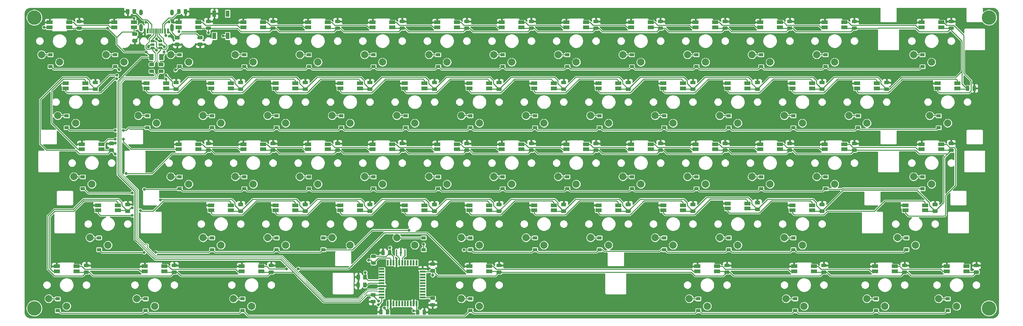
<source format=gbr>
G04 #@! TF.GenerationSoftware,KiCad,Pcbnew,(5.1.4)-1*
G04 #@! TF.CreationDate,2020-12-21T07:42:17-08:00*
G04 #@! TF.ProjectId,brownie pan,62726f77-6e69-4652-9070-616e2e6b6963,rev?*
G04 #@! TF.SameCoordinates,Original*
G04 #@! TF.FileFunction,Copper,L2,Bot*
G04 #@! TF.FilePolarity,Positive*
%FSLAX46Y46*%
G04 Gerber Fmt 4.6, Leading zero omitted, Abs format (unit mm)*
G04 Created by KiCad (PCBNEW (5.1.4)-1) date 2020-12-21 07:42:17*
%MOMM*%
%LPD*%
G04 APERTURE LIST*
%ADD10C,0.100000*%
%ADD11C,0.975000*%
%ADD12R,1.700000X1.000000*%
%ADD13R,0.400000X1.900000*%
%ADD14R,0.600000X1.450000*%
%ADD15R,0.300000X1.450000*%
%ADD16O,1.000000X2.100000*%
%ADD17O,1.000000X1.600000*%
%ADD18R,1.060000X0.650000*%
%ADD19R,0.550000X1.500000*%
%ADD20R,1.500000X0.550000*%
%ADD21R,1.100000X1.800000*%
%ADD22C,1.250000*%
%ADD23C,0.500000*%
%ADD24C,4.000000*%
%ADD25C,2.000000*%
%ADD26R,1.200000X0.900000*%
%ADD27C,0.800000*%
%ADD28C,0.250000*%
%ADD29C,0.200000*%
%ADD30C,0.254000*%
G04 APERTURE END LIST*
D10*
G36*
X128480142Y-85176174D02*
G01*
X128503803Y-85179684D01*
X128527007Y-85185496D01*
X128549529Y-85193554D01*
X128571153Y-85203782D01*
X128591670Y-85216079D01*
X128610883Y-85230329D01*
X128628607Y-85246393D01*
X128644671Y-85264117D01*
X128658921Y-85283330D01*
X128671218Y-85303847D01*
X128681446Y-85325471D01*
X128689504Y-85347993D01*
X128695316Y-85371197D01*
X128698826Y-85394858D01*
X128700000Y-85418750D01*
X128700000Y-85906250D01*
X128698826Y-85930142D01*
X128695316Y-85953803D01*
X128689504Y-85977007D01*
X128681446Y-85999529D01*
X128671218Y-86021153D01*
X128658921Y-86041670D01*
X128644671Y-86060883D01*
X128628607Y-86078607D01*
X128610883Y-86094671D01*
X128591670Y-86108921D01*
X128571153Y-86121218D01*
X128549529Y-86131446D01*
X128527007Y-86139504D01*
X128503803Y-86145316D01*
X128480142Y-86148826D01*
X128456250Y-86150000D01*
X127543750Y-86150000D01*
X127519858Y-86148826D01*
X127496197Y-86145316D01*
X127472993Y-86139504D01*
X127450471Y-86131446D01*
X127428847Y-86121218D01*
X127408330Y-86108921D01*
X127389117Y-86094671D01*
X127371393Y-86078607D01*
X127355329Y-86060883D01*
X127341079Y-86041670D01*
X127328782Y-86021153D01*
X127318554Y-85999529D01*
X127310496Y-85977007D01*
X127304684Y-85953803D01*
X127301174Y-85930142D01*
X127300000Y-85906250D01*
X127300000Y-85418750D01*
X127301174Y-85394858D01*
X127304684Y-85371197D01*
X127310496Y-85347993D01*
X127318554Y-85325471D01*
X127328782Y-85303847D01*
X127341079Y-85283330D01*
X127355329Y-85264117D01*
X127371393Y-85246393D01*
X127389117Y-85230329D01*
X127408330Y-85216079D01*
X127428847Y-85203782D01*
X127450471Y-85193554D01*
X127472993Y-85185496D01*
X127496197Y-85179684D01*
X127519858Y-85176174D01*
X127543750Y-85175000D01*
X128456250Y-85175000D01*
X128480142Y-85176174D01*
X128480142Y-85176174D01*
G37*
D11*
X128000000Y-85662500D03*
D10*
G36*
X128480142Y-87051174D02*
G01*
X128503803Y-87054684D01*
X128527007Y-87060496D01*
X128549529Y-87068554D01*
X128571153Y-87078782D01*
X128591670Y-87091079D01*
X128610883Y-87105329D01*
X128628607Y-87121393D01*
X128644671Y-87139117D01*
X128658921Y-87158330D01*
X128671218Y-87178847D01*
X128681446Y-87200471D01*
X128689504Y-87222993D01*
X128695316Y-87246197D01*
X128698826Y-87269858D01*
X128700000Y-87293750D01*
X128700000Y-87781250D01*
X128698826Y-87805142D01*
X128695316Y-87828803D01*
X128689504Y-87852007D01*
X128681446Y-87874529D01*
X128671218Y-87896153D01*
X128658921Y-87916670D01*
X128644671Y-87935883D01*
X128628607Y-87953607D01*
X128610883Y-87969671D01*
X128591670Y-87983921D01*
X128571153Y-87996218D01*
X128549529Y-88006446D01*
X128527007Y-88014504D01*
X128503803Y-88020316D01*
X128480142Y-88023826D01*
X128456250Y-88025000D01*
X127543750Y-88025000D01*
X127519858Y-88023826D01*
X127496197Y-88020316D01*
X127472993Y-88014504D01*
X127450471Y-88006446D01*
X127428847Y-87996218D01*
X127408330Y-87983921D01*
X127389117Y-87969671D01*
X127371393Y-87953607D01*
X127355329Y-87935883D01*
X127341079Y-87916670D01*
X127328782Y-87896153D01*
X127318554Y-87874529D01*
X127310496Y-87852007D01*
X127304684Y-87828803D01*
X127301174Y-87805142D01*
X127300000Y-87781250D01*
X127300000Y-87293750D01*
X127301174Y-87269858D01*
X127304684Y-87246197D01*
X127310496Y-87222993D01*
X127318554Y-87200471D01*
X127328782Y-87178847D01*
X127341079Y-87158330D01*
X127355329Y-87139117D01*
X127371393Y-87121393D01*
X127389117Y-87105329D01*
X127408330Y-87091079D01*
X127428847Y-87078782D01*
X127450471Y-87068554D01*
X127472993Y-87060496D01*
X127496197Y-87054684D01*
X127519858Y-87051174D01*
X127543750Y-87050000D01*
X128456250Y-87050000D01*
X128480142Y-87051174D01*
X128480142Y-87051174D01*
G37*
D11*
X128000000Y-87537500D03*
D10*
G36*
X107530142Y-88601174D02*
G01*
X107553803Y-88604684D01*
X107577007Y-88610496D01*
X107599529Y-88618554D01*
X107621153Y-88628782D01*
X107641670Y-88641079D01*
X107660883Y-88655329D01*
X107678607Y-88671393D01*
X107694671Y-88689117D01*
X107708921Y-88708330D01*
X107721218Y-88728847D01*
X107731446Y-88750471D01*
X107739504Y-88772993D01*
X107745316Y-88796197D01*
X107748826Y-88819858D01*
X107750000Y-88843750D01*
X107750000Y-89756250D01*
X107748826Y-89780142D01*
X107745316Y-89803803D01*
X107739504Y-89827007D01*
X107731446Y-89849529D01*
X107721218Y-89871153D01*
X107708921Y-89891670D01*
X107694671Y-89910883D01*
X107678607Y-89928607D01*
X107660883Y-89944671D01*
X107641670Y-89958921D01*
X107621153Y-89971218D01*
X107599529Y-89981446D01*
X107577007Y-89989504D01*
X107553803Y-89995316D01*
X107530142Y-89998826D01*
X107506250Y-90000000D01*
X107018750Y-90000000D01*
X106994858Y-89998826D01*
X106971197Y-89995316D01*
X106947993Y-89989504D01*
X106925471Y-89981446D01*
X106903847Y-89971218D01*
X106883330Y-89958921D01*
X106864117Y-89944671D01*
X106846393Y-89928607D01*
X106830329Y-89910883D01*
X106816079Y-89891670D01*
X106803782Y-89871153D01*
X106793554Y-89849529D01*
X106785496Y-89827007D01*
X106779684Y-89803803D01*
X106776174Y-89780142D01*
X106775000Y-89756250D01*
X106775000Y-88843750D01*
X106776174Y-88819858D01*
X106779684Y-88796197D01*
X106785496Y-88772993D01*
X106793554Y-88750471D01*
X106803782Y-88728847D01*
X106816079Y-88708330D01*
X106830329Y-88689117D01*
X106846393Y-88671393D01*
X106864117Y-88655329D01*
X106883330Y-88641079D01*
X106903847Y-88628782D01*
X106925471Y-88618554D01*
X106947993Y-88610496D01*
X106971197Y-88604684D01*
X106994858Y-88601174D01*
X107018750Y-88600000D01*
X107506250Y-88600000D01*
X107530142Y-88601174D01*
X107530142Y-88601174D01*
G37*
D11*
X107262500Y-89300000D03*
D10*
G36*
X109405142Y-88601174D02*
G01*
X109428803Y-88604684D01*
X109452007Y-88610496D01*
X109474529Y-88618554D01*
X109496153Y-88628782D01*
X109516670Y-88641079D01*
X109535883Y-88655329D01*
X109553607Y-88671393D01*
X109569671Y-88689117D01*
X109583921Y-88708330D01*
X109596218Y-88728847D01*
X109606446Y-88750471D01*
X109614504Y-88772993D01*
X109620316Y-88796197D01*
X109623826Y-88819858D01*
X109625000Y-88843750D01*
X109625000Y-89756250D01*
X109623826Y-89780142D01*
X109620316Y-89803803D01*
X109614504Y-89827007D01*
X109606446Y-89849529D01*
X109596218Y-89871153D01*
X109583921Y-89891670D01*
X109569671Y-89910883D01*
X109553607Y-89928607D01*
X109535883Y-89944671D01*
X109516670Y-89958921D01*
X109496153Y-89971218D01*
X109474529Y-89981446D01*
X109452007Y-89989504D01*
X109428803Y-89995316D01*
X109405142Y-89998826D01*
X109381250Y-90000000D01*
X108893750Y-90000000D01*
X108869858Y-89998826D01*
X108846197Y-89995316D01*
X108822993Y-89989504D01*
X108800471Y-89981446D01*
X108778847Y-89971218D01*
X108758330Y-89958921D01*
X108739117Y-89944671D01*
X108721393Y-89928607D01*
X108705329Y-89910883D01*
X108691079Y-89891670D01*
X108678782Y-89871153D01*
X108668554Y-89849529D01*
X108660496Y-89827007D01*
X108654684Y-89803803D01*
X108651174Y-89780142D01*
X108650000Y-89756250D01*
X108650000Y-88843750D01*
X108651174Y-88819858D01*
X108654684Y-88796197D01*
X108660496Y-88772993D01*
X108668554Y-88750471D01*
X108678782Y-88728847D01*
X108691079Y-88708330D01*
X108705329Y-88689117D01*
X108721393Y-88671393D01*
X108739117Y-88655329D01*
X108758330Y-88641079D01*
X108778847Y-88628782D01*
X108800471Y-88618554D01*
X108822993Y-88610496D01*
X108846197Y-88604684D01*
X108869858Y-88601174D01*
X108893750Y-88600000D01*
X109381250Y-88600000D01*
X109405142Y-88601174D01*
X109405142Y-88601174D01*
G37*
D11*
X109137500Y-89300000D03*
D12*
X62750000Y-18300000D03*
X62750000Y-19700000D03*
X57250000Y-18300000D03*
X57250000Y-19700000D03*
X26750000Y-18300000D03*
X26750000Y-19700000D03*
X21250000Y-18300000D03*
X21250000Y-19700000D03*
X44750000Y-18300000D03*
X44750000Y-19700000D03*
X39250000Y-18300000D03*
X39250000Y-19700000D03*
X80750000Y-18300000D03*
X80750000Y-19700000D03*
X75250000Y-18300000D03*
X75250000Y-19700000D03*
X98750000Y-18300000D03*
X98750000Y-19700000D03*
X93250000Y-18300000D03*
X93250000Y-19700000D03*
X116750000Y-18300000D03*
X116750000Y-19700000D03*
X111250000Y-18300000D03*
X111250000Y-19700000D03*
X134750000Y-18300000D03*
X134750000Y-19700000D03*
X129250000Y-18300000D03*
X129250000Y-19700000D03*
X152750000Y-18300000D03*
X152750000Y-19700000D03*
X147250000Y-18300000D03*
X147250000Y-19700000D03*
X170750000Y-18300000D03*
X170750000Y-19700000D03*
X165250000Y-18300000D03*
X165250000Y-19700000D03*
X188750000Y-18300000D03*
X188750000Y-19700000D03*
X183250000Y-18300000D03*
X183250000Y-19700000D03*
X206750000Y-18300000D03*
X206750000Y-19700000D03*
X201250000Y-18300000D03*
X201250000Y-19700000D03*
X224750000Y-18300000D03*
X224750000Y-19700000D03*
X219250000Y-18300000D03*
X219250000Y-19700000D03*
X242750000Y-18300000D03*
X242750000Y-19700000D03*
X237250000Y-18300000D03*
X237250000Y-19700000D03*
X269750000Y-18300000D03*
X269750000Y-19700000D03*
X264250000Y-18300000D03*
X264250000Y-19700000D03*
X31250000Y-35300000D03*
X31250000Y-36700000D03*
X25750000Y-35300000D03*
X25750000Y-36700000D03*
X53750000Y-35300000D03*
X53750000Y-36700000D03*
X48250000Y-35300000D03*
X48250000Y-36700000D03*
X71750000Y-35300000D03*
X71750000Y-36700000D03*
X66250000Y-35300000D03*
X66250000Y-36700000D03*
X89750000Y-35300000D03*
X89750000Y-36700000D03*
X84250000Y-35300000D03*
X84250000Y-36700000D03*
X107750000Y-35300000D03*
X107750000Y-36700000D03*
X102250000Y-35300000D03*
X102250000Y-36700000D03*
X125750000Y-35300000D03*
X125750000Y-36700000D03*
X120250000Y-35300000D03*
X120250000Y-36700000D03*
X143750000Y-35300000D03*
X143750000Y-36700000D03*
X138250000Y-35300000D03*
X138250000Y-36700000D03*
X161750000Y-35300000D03*
X161750000Y-36700000D03*
X156250000Y-35300000D03*
X156250000Y-36700000D03*
X179750000Y-35300000D03*
X179750000Y-36700000D03*
X174250000Y-35300000D03*
X174250000Y-36700000D03*
X197750000Y-35300000D03*
X197750000Y-36700000D03*
X192250000Y-35300000D03*
X192250000Y-36700000D03*
X215750000Y-35300000D03*
X215750000Y-36700000D03*
X210250000Y-35300000D03*
X210250000Y-36700000D03*
X233750000Y-35300000D03*
X233750000Y-36700000D03*
X228250000Y-35300000D03*
X228250000Y-36700000D03*
X251750000Y-35300000D03*
X251750000Y-36700000D03*
X246250000Y-35300000D03*
X246250000Y-36700000D03*
X274250000Y-35300000D03*
X274250000Y-36700000D03*
X268750000Y-35300000D03*
X268750000Y-36700000D03*
X35750000Y-52300000D03*
X35750000Y-53700000D03*
X30250000Y-52300000D03*
X30250000Y-53700000D03*
X62750000Y-52300000D03*
X62750000Y-53700000D03*
X57250000Y-52300000D03*
X57250000Y-53700000D03*
X80750000Y-52300000D03*
X80750000Y-53700000D03*
X75250000Y-52300000D03*
X75250000Y-53700000D03*
X98750000Y-52300000D03*
X98750000Y-53700000D03*
X93250000Y-52300000D03*
X93250000Y-53700000D03*
X116750000Y-52300000D03*
X116750000Y-53700000D03*
X111250000Y-52300000D03*
X111250000Y-53700000D03*
X134750000Y-52300000D03*
X134750000Y-53700000D03*
X129250000Y-52300000D03*
X129250000Y-53700000D03*
X152750000Y-52300000D03*
X152750000Y-53700000D03*
X147250000Y-52300000D03*
X147250000Y-53700000D03*
X170750000Y-52300000D03*
X170750000Y-53700000D03*
X165250000Y-52300000D03*
X165250000Y-53700000D03*
X188750000Y-52300000D03*
X188750000Y-53700000D03*
X183250000Y-52300000D03*
X183250000Y-53700000D03*
X206750000Y-52300000D03*
X206750000Y-53700000D03*
X201250000Y-52300000D03*
X201250000Y-53700000D03*
X224750000Y-52300000D03*
X224750000Y-53700000D03*
X219250000Y-52300000D03*
X219250000Y-53700000D03*
X242750000Y-52300000D03*
X242750000Y-53700000D03*
X237250000Y-52300000D03*
X237250000Y-53700000D03*
X269750000Y-52300000D03*
X269750000Y-53700000D03*
X264250000Y-52300000D03*
X264250000Y-53700000D03*
X40250000Y-69300000D03*
X40250000Y-70700000D03*
X34750000Y-69300000D03*
X34750000Y-70700000D03*
X71750000Y-69300000D03*
X71750000Y-70700000D03*
X66250000Y-69300000D03*
X66250000Y-70700000D03*
X89750000Y-69300000D03*
X89750000Y-70700000D03*
X84250000Y-69300000D03*
X84250000Y-70700000D03*
X107750000Y-69300000D03*
X107750000Y-70700000D03*
X102250000Y-69300000D03*
X102250000Y-70700000D03*
X125750000Y-69300000D03*
X125750000Y-70700000D03*
X120250000Y-69300000D03*
X120250000Y-70700000D03*
X143750000Y-69300000D03*
X143750000Y-70700000D03*
X138250000Y-69300000D03*
X138250000Y-70700000D03*
X161750000Y-69300000D03*
X161750000Y-70700000D03*
X156250000Y-69300000D03*
X156250000Y-70700000D03*
X179750000Y-69300000D03*
X179750000Y-70700000D03*
X174250000Y-69300000D03*
X174250000Y-70700000D03*
X197750000Y-69300000D03*
X197750000Y-70700000D03*
X192250000Y-69300000D03*
X192250000Y-70700000D03*
X215750000Y-68800000D03*
X215750000Y-70200000D03*
X210250000Y-68800000D03*
X210250000Y-70200000D03*
X233750000Y-69300000D03*
X233750000Y-70700000D03*
X228250000Y-69300000D03*
X228250000Y-70700000D03*
X265250000Y-69300000D03*
X265250000Y-70700000D03*
X259750000Y-69300000D03*
X259750000Y-70700000D03*
X28750000Y-86300000D03*
X28750000Y-87700000D03*
X23250000Y-86300000D03*
X23250000Y-87700000D03*
X53250000Y-86300000D03*
X53250000Y-87700000D03*
X47750000Y-86300000D03*
X47750000Y-87700000D03*
X80250000Y-86300000D03*
X80250000Y-87700000D03*
X74750000Y-86300000D03*
X74750000Y-87700000D03*
X143750000Y-86300000D03*
X143750000Y-87700000D03*
X138250000Y-86300000D03*
X138250000Y-87700000D03*
X207250000Y-86300000D03*
X207250000Y-87700000D03*
X201750000Y-86300000D03*
X201750000Y-87700000D03*
X234250000Y-86300000D03*
X234250000Y-87700000D03*
X228750000Y-86300000D03*
X228750000Y-87700000D03*
X256750000Y-86300000D03*
X256750000Y-87700000D03*
X251250000Y-86300000D03*
X251250000Y-87700000D03*
X276750000Y-86300000D03*
X276750000Y-87700000D03*
X271250000Y-86300000D03*
X271250000Y-87700000D03*
D13*
X117900000Y-82500000D03*
X119100000Y-82500000D03*
X120300000Y-82500000D03*
D14*
X54225000Y-20695000D03*
X47775000Y-20695000D03*
X53450000Y-20695000D03*
X48550000Y-20695000D03*
D15*
X49250000Y-20695000D03*
X52750000Y-20695000D03*
X49750000Y-20695000D03*
X52250000Y-20695000D03*
X50250000Y-20695000D03*
X51750000Y-20695000D03*
X51250000Y-20695000D03*
X50750000Y-20695000D03*
D16*
X46680000Y-19780000D03*
X55320000Y-19780000D03*
D17*
X46680000Y-15600000D03*
X55320000Y-15600000D03*
D18*
X52100000Y-24500000D03*
X52100000Y-25450000D03*
X52100000Y-23550000D03*
X49900000Y-23550000D03*
X49900000Y-24500000D03*
X49900000Y-25450000D03*
D19*
X115500000Y-96700000D03*
X116300000Y-96700000D03*
X117100000Y-96700000D03*
X117900000Y-96700000D03*
X118700000Y-96700000D03*
X119500000Y-96700000D03*
X120300000Y-96700000D03*
X121100000Y-96700000D03*
X121900000Y-96700000D03*
X122700000Y-96700000D03*
X123500000Y-96700000D03*
D20*
X125200000Y-95000000D03*
X125200000Y-94200000D03*
X125200000Y-93400000D03*
X125200000Y-92600000D03*
X125200000Y-91800000D03*
X125200000Y-91000000D03*
X125200000Y-90200000D03*
X125200000Y-89400000D03*
X125200000Y-88600000D03*
X125200000Y-87800000D03*
X125200000Y-87000000D03*
D19*
X123500000Y-85300000D03*
X122700000Y-85300000D03*
X121900000Y-85300000D03*
X121100000Y-85300000D03*
X120300000Y-85300000D03*
X119500000Y-85300000D03*
X118700000Y-85300000D03*
X117900000Y-85300000D03*
X117100000Y-85300000D03*
X116300000Y-85300000D03*
X115500000Y-85300000D03*
D20*
X113800000Y-87000000D03*
X113800000Y-87800000D03*
X113800000Y-88600000D03*
X113800000Y-89400000D03*
X113800000Y-90200000D03*
X113800000Y-91000000D03*
X113800000Y-91800000D03*
X113800000Y-92600000D03*
X113800000Y-93400000D03*
X113800000Y-94200000D03*
X113800000Y-95000000D03*
D21*
X67150000Y-22100000D03*
X70850000Y-15900000D03*
X70850000Y-22100000D03*
X67150000Y-15900000D03*
D10*
G36*
X63680142Y-23951174D02*
G01*
X63703803Y-23954684D01*
X63727007Y-23960496D01*
X63749529Y-23968554D01*
X63771153Y-23978782D01*
X63791670Y-23991079D01*
X63810883Y-24005329D01*
X63828607Y-24021393D01*
X63844671Y-24039117D01*
X63858921Y-24058330D01*
X63871218Y-24078847D01*
X63881446Y-24100471D01*
X63889504Y-24122993D01*
X63895316Y-24146197D01*
X63898826Y-24169858D01*
X63900000Y-24193750D01*
X63900000Y-24681250D01*
X63898826Y-24705142D01*
X63895316Y-24728803D01*
X63889504Y-24752007D01*
X63881446Y-24774529D01*
X63871218Y-24796153D01*
X63858921Y-24816670D01*
X63844671Y-24835883D01*
X63828607Y-24853607D01*
X63810883Y-24869671D01*
X63791670Y-24883921D01*
X63771153Y-24896218D01*
X63749529Y-24906446D01*
X63727007Y-24914504D01*
X63703803Y-24920316D01*
X63680142Y-24923826D01*
X63656250Y-24925000D01*
X62743750Y-24925000D01*
X62719858Y-24923826D01*
X62696197Y-24920316D01*
X62672993Y-24914504D01*
X62650471Y-24906446D01*
X62628847Y-24896218D01*
X62608330Y-24883921D01*
X62589117Y-24869671D01*
X62571393Y-24853607D01*
X62555329Y-24835883D01*
X62541079Y-24816670D01*
X62528782Y-24796153D01*
X62518554Y-24774529D01*
X62510496Y-24752007D01*
X62504684Y-24728803D01*
X62501174Y-24705142D01*
X62500000Y-24681250D01*
X62500000Y-24193750D01*
X62501174Y-24169858D01*
X62504684Y-24146197D01*
X62510496Y-24122993D01*
X62518554Y-24100471D01*
X62528782Y-24078847D01*
X62541079Y-24058330D01*
X62555329Y-24039117D01*
X62571393Y-24021393D01*
X62589117Y-24005329D01*
X62608330Y-23991079D01*
X62628847Y-23978782D01*
X62650471Y-23968554D01*
X62672993Y-23960496D01*
X62696197Y-23954684D01*
X62719858Y-23951174D01*
X62743750Y-23950000D01*
X63656250Y-23950000D01*
X63680142Y-23951174D01*
X63680142Y-23951174D01*
G37*
D11*
X63200000Y-24437500D03*
D10*
G36*
X63680142Y-22076174D02*
G01*
X63703803Y-22079684D01*
X63727007Y-22085496D01*
X63749529Y-22093554D01*
X63771153Y-22103782D01*
X63791670Y-22116079D01*
X63810883Y-22130329D01*
X63828607Y-22146393D01*
X63844671Y-22164117D01*
X63858921Y-22183330D01*
X63871218Y-22203847D01*
X63881446Y-22225471D01*
X63889504Y-22247993D01*
X63895316Y-22271197D01*
X63898826Y-22294858D01*
X63900000Y-22318750D01*
X63900000Y-22806250D01*
X63898826Y-22830142D01*
X63895316Y-22853803D01*
X63889504Y-22877007D01*
X63881446Y-22899529D01*
X63871218Y-22921153D01*
X63858921Y-22941670D01*
X63844671Y-22960883D01*
X63828607Y-22978607D01*
X63810883Y-22994671D01*
X63791670Y-23008921D01*
X63771153Y-23021218D01*
X63749529Y-23031446D01*
X63727007Y-23039504D01*
X63703803Y-23045316D01*
X63680142Y-23048826D01*
X63656250Y-23050000D01*
X62743750Y-23050000D01*
X62719858Y-23048826D01*
X62696197Y-23045316D01*
X62672993Y-23039504D01*
X62650471Y-23031446D01*
X62628847Y-23021218D01*
X62608330Y-23008921D01*
X62589117Y-22994671D01*
X62571393Y-22978607D01*
X62555329Y-22960883D01*
X62541079Y-22941670D01*
X62528782Y-22921153D01*
X62518554Y-22899529D01*
X62510496Y-22877007D01*
X62504684Y-22853803D01*
X62501174Y-22830142D01*
X62500000Y-22806250D01*
X62500000Y-22318750D01*
X62501174Y-22294858D01*
X62504684Y-22271197D01*
X62510496Y-22247993D01*
X62518554Y-22225471D01*
X62528782Y-22203847D01*
X62541079Y-22183330D01*
X62555329Y-22164117D01*
X62571393Y-22146393D01*
X62589117Y-22130329D01*
X62608330Y-22116079D01*
X62628847Y-22103782D01*
X62650471Y-22093554D01*
X62672993Y-22085496D01*
X62696197Y-22079684D01*
X62719858Y-22076174D01*
X62743750Y-22075000D01*
X63656250Y-22075000D01*
X63680142Y-22076174D01*
X63680142Y-22076174D01*
G37*
D11*
X63200000Y-22562500D03*
D10*
G36*
X59405142Y-14601174D02*
G01*
X59428803Y-14604684D01*
X59452007Y-14610496D01*
X59474529Y-14618554D01*
X59496153Y-14628782D01*
X59516670Y-14641079D01*
X59535883Y-14655329D01*
X59553607Y-14671393D01*
X59569671Y-14689117D01*
X59583921Y-14708330D01*
X59596218Y-14728847D01*
X59606446Y-14750471D01*
X59614504Y-14772993D01*
X59620316Y-14796197D01*
X59623826Y-14819858D01*
X59625000Y-14843750D01*
X59625000Y-15756250D01*
X59623826Y-15780142D01*
X59620316Y-15803803D01*
X59614504Y-15827007D01*
X59606446Y-15849529D01*
X59596218Y-15871153D01*
X59583921Y-15891670D01*
X59569671Y-15910883D01*
X59553607Y-15928607D01*
X59535883Y-15944671D01*
X59516670Y-15958921D01*
X59496153Y-15971218D01*
X59474529Y-15981446D01*
X59452007Y-15989504D01*
X59428803Y-15995316D01*
X59405142Y-15998826D01*
X59381250Y-16000000D01*
X58893750Y-16000000D01*
X58869858Y-15998826D01*
X58846197Y-15995316D01*
X58822993Y-15989504D01*
X58800471Y-15981446D01*
X58778847Y-15971218D01*
X58758330Y-15958921D01*
X58739117Y-15944671D01*
X58721393Y-15928607D01*
X58705329Y-15910883D01*
X58691079Y-15891670D01*
X58678782Y-15871153D01*
X58668554Y-15849529D01*
X58660496Y-15827007D01*
X58654684Y-15803803D01*
X58651174Y-15780142D01*
X58650000Y-15756250D01*
X58650000Y-14843750D01*
X58651174Y-14819858D01*
X58654684Y-14796197D01*
X58660496Y-14772993D01*
X58668554Y-14750471D01*
X58678782Y-14728847D01*
X58691079Y-14708330D01*
X58705329Y-14689117D01*
X58721393Y-14671393D01*
X58739117Y-14655329D01*
X58758330Y-14641079D01*
X58778847Y-14628782D01*
X58800471Y-14618554D01*
X58822993Y-14610496D01*
X58846197Y-14604684D01*
X58869858Y-14601174D01*
X58893750Y-14600000D01*
X59381250Y-14600000D01*
X59405142Y-14601174D01*
X59405142Y-14601174D01*
G37*
D11*
X59137500Y-15300000D03*
D10*
G36*
X57530142Y-14601174D02*
G01*
X57553803Y-14604684D01*
X57577007Y-14610496D01*
X57599529Y-14618554D01*
X57621153Y-14628782D01*
X57641670Y-14641079D01*
X57660883Y-14655329D01*
X57678607Y-14671393D01*
X57694671Y-14689117D01*
X57708921Y-14708330D01*
X57721218Y-14728847D01*
X57731446Y-14750471D01*
X57739504Y-14772993D01*
X57745316Y-14796197D01*
X57748826Y-14819858D01*
X57750000Y-14843750D01*
X57750000Y-15756250D01*
X57748826Y-15780142D01*
X57745316Y-15803803D01*
X57739504Y-15827007D01*
X57731446Y-15849529D01*
X57721218Y-15871153D01*
X57708921Y-15891670D01*
X57694671Y-15910883D01*
X57678607Y-15928607D01*
X57660883Y-15944671D01*
X57641670Y-15958921D01*
X57621153Y-15971218D01*
X57599529Y-15981446D01*
X57577007Y-15989504D01*
X57553803Y-15995316D01*
X57530142Y-15998826D01*
X57506250Y-16000000D01*
X57018750Y-16000000D01*
X56994858Y-15998826D01*
X56971197Y-15995316D01*
X56947993Y-15989504D01*
X56925471Y-15981446D01*
X56903847Y-15971218D01*
X56883330Y-15958921D01*
X56864117Y-15944671D01*
X56846393Y-15928607D01*
X56830329Y-15910883D01*
X56816079Y-15891670D01*
X56803782Y-15871153D01*
X56793554Y-15849529D01*
X56785496Y-15827007D01*
X56779684Y-15803803D01*
X56776174Y-15780142D01*
X56775000Y-15756250D01*
X56775000Y-14843750D01*
X56776174Y-14819858D01*
X56779684Y-14796197D01*
X56785496Y-14772993D01*
X56793554Y-14750471D01*
X56803782Y-14728847D01*
X56816079Y-14708330D01*
X56830329Y-14689117D01*
X56846393Y-14671393D01*
X56864117Y-14655329D01*
X56883330Y-14641079D01*
X56903847Y-14628782D01*
X56925471Y-14618554D01*
X56947993Y-14610496D01*
X56971197Y-14604684D01*
X56994858Y-14601174D01*
X57018750Y-14600000D01*
X57506250Y-14600000D01*
X57530142Y-14601174D01*
X57530142Y-14601174D01*
G37*
D11*
X57262500Y-15300000D03*
D10*
G36*
X43267643Y-14601174D02*
G01*
X43291304Y-14604684D01*
X43314508Y-14610496D01*
X43337030Y-14618554D01*
X43358654Y-14628782D01*
X43379171Y-14641079D01*
X43398384Y-14655329D01*
X43416108Y-14671393D01*
X43432172Y-14689117D01*
X43446422Y-14708330D01*
X43458719Y-14728847D01*
X43468947Y-14750471D01*
X43477005Y-14772993D01*
X43482817Y-14796197D01*
X43486327Y-14819858D01*
X43487501Y-14843750D01*
X43487501Y-15756250D01*
X43486327Y-15780142D01*
X43482817Y-15803803D01*
X43477005Y-15827007D01*
X43468947Y-15849529D01*
X43458719Y-15871153D01*
X43446422Y-15891670D01*
X43432172Y-15910883D01*
X43416108Y-15928607D01*
X43398384Y-15944671D01*
X43379171Y-15958921D01*
X43358654Y-15971218D01*
X43337030Y-15981446D01*
X43314508Y-15989504D01*
X43291304Y-15995316D01*
X43267643Y-15998826D01*
X43243751Y-16000000D01*
X42756251Y-16000000D01*
X42732359Y-15998826D01*
X42708698Y-15995316D01*
X42685494Y-15989504D01*
X42662972Y-15981446D01*
X42641348Y-15971218D01*
X42620831Y-15958921D01*
X42601618Y-15944671D01*
X42583894Y-15928607D01*
X42567830Y-15910883D01*
X42553580Y-15891670D01*
X42541283Y-15871153D01*
X42531055Y-15849529D01*
X42522997Y-15827007D01*
X42517185Y-15803803D01*
X42513675Y-15780142D01*
X42512501Y-15756250D01*
X42512501Y-14843750D01*
X42513675Y-14819858D01*
X42517185Y-14796197D01*
X42522997Y-14772993D01*
X42531055Y-14750471D01*
X42541283Y-14728847D01*
X42553580Y-14708330D01*
X42567830Y-14689117D01*
X42583894Y-14671393D01*
X42601618Y-14655329D01*
X42620831Y-14641079D01*
X42641348Y-14628782D01*
X42662972Y-14618554D01*
X42685494Y-14610496D01*
X42708698Y-14604684D01*
X42732359Y-14601174D01*
X42756251Y-14600000D01*
X43243751Y-14600000D01*
X43267643Y-14601174D01*
X43267643Y-14601174D01*
G37*
D11*
X43000001Y-15300000D03*
D10*
G36*
X45142643Y-14601174D02*
G01*
X45166304Y-14604684D01*
X45189508Y-14610496D01*
X45212030Y-14618554D01*
X45233654Y-14628782D01*
X45254171Y-14641079D01*
X45273384Y-14655329D01*
X45291108Y-14671393D01*
X45307172Y-14689117D01*
X45321422Y-14708330D01*
X45333719Y-14728847D01*
X45343947Y-14750471D01*
X45352005Y-14772993D01*
X45357817Y-14796197D01*
X45361327Y-14819858D01*
X45362501Y-14843750D01*
X45362501Y-15756250D01*
X45361327Y-15780142D01*
X45357817Y-15803803D01*
X45352005Y-15827007D01*
X45343947Y-15849529D01*
X45333719Y-15871153D01*
X45321422Y-15891670D01*
X45307172Y-15910883D01*
X45291108Y-15928607D01*
X45273384Y-15944671D01*
X45254171Y-15958921D01*
X45233654Y-15971218D01*
X45212030Y-15981446D01*
X45189508Y-15989504D01*
X45166304Y-15995316D01*
X45142643Y-15998826D01*
X45118751Y-16000000D01*
X44631251Y-16000000D01*
X44607359Y-15998826D01*
X44583698Y-15995316D01*
X44560494Y-15989504D01*
X44537972Y-15981446D01*
X44516348Y-15971218D01*
X44495831Y-15958921D01*
X44476618Y-15944671D01*
X44458894Y-15928607D01*
X44442830Y-15910883D01*
X44428580Y-15891670D01*
X44416283Y-15871153D01*
X44406055Y-15849529D01*
X44397997Y-15827007D01*
X44392185Y-15803803D01*
X44388675Y-15780142D01*
X44387501Y-15756250D01*
X44387501Y-14843750D01*
X44388675Y-14819858D01*
X44392185Y-14796197D01*
X44397997Y-14772993D01*
X44406055Y-14750471D01*
X44416283Y-14728847D01*
X44428580Y-14708330D01*
X44442830Y-14689117D01*
X44458894Y-14671393D01*
X44476618Y-14655329D01*
X44495831Y-14641079D01*
X44516348Y-14628782D01*
X44537972Y-14618554D01*
X44560494Y-14610496D01*
X44583698Y-14604684D01*
X44607359Y-14601174D01*
X44631251Y-14600000D01*
X45118751Y-14600000D01*
X45142643Y-14601174D01*
X45142643Y-14601174D01*
G37*
D11*
X44875001Y-15300000D03*
D10*
G36*
X128480142Y-94676174D02*
G01*
X128503803Y-94679684D01*
X128527007Y-94685496D01*
X128549529Y-94693554D01*
X128571153Y-94703782D01*
X128591670Y-94716079D01*
X128610883Y-94730329D01*
X128628607Y-94746393D01*
X128644671Y-94764117D01*
X128658921Y-94783330D01*
X128671218Y-94803847D01*
X128681446Y-94825471D01*
X128689504Y-94847993D01*
X128695316Y-94871197D01*
X128698826Y-94894858D01*
X128700000Y-94918750D01*
X128700000Y-95406250D01*
X128698826Y-95430142D01*
X128695316Y-95453803D01*
X128689504Y-95477007D01*
X128681446Y-95499529D01*
X128671218Y-95521153D01*
X128658921Y-95541670D01*
X128644671Y-95560883D01*
X128628607Y-95578607D01*
X128610883Y-95594671D01*
X128591670Y-95608921D01*
X128571153Y-95621218D01*
X128549529Y-95631446D01*
X128527007Y-95639504D01*
X128503803Y-95645316D01*
X128480142Y-95648826D01*
X128456250Y-95650000D01*
X127543750Y-95650000D01*
X127519858Y-95648826D01*
X127496197Y-95645316D01*
X127472993Y-95639504D01*
X127450471Y-95631446D01*
X127428847Y-95621218D01*
X127408330Y-95608921D01*
X127389117Y-95594671D01*
X127371393Y-95578607D01*
X127355329Y-95560883D01*
X127341079Y-95541670D01*
X127328782Y-95521153D01*
X127318554Y-95499529D01*
X127310496Y-95477007D01*
X127304684Y-95453803D01*
X127301174Y-95430142D01*
X127300000Y-95406250D01*
X127300000Y-94918750D01*
X127301174Y-94894858D01*
X127304684Y-94871197D01*
X127310496Y-94847993D01*
X127318554Y-94825471D01*
X127328782Y-94803847D01*
X127341079Y-94783330D01*
X127355329Y-94764117D01*
X127371393Y-94746393D01*
X127389117Y-94730329D01*
X127408330Y-94716079D01*
X127428847Y-94703782D01*
X127450471Y-94693554D01*
X127472993Y-94685496D01*
X127496197Y-94679684D01*
X127519858Y-94676174D01*
X127543750Y-94675000D01*
X128456250Y-94675000D01*
X128480142Y-94676174D01*
X128480142Y-94676174D01*
G37*
D11*
X128000000Y-95162500D03*
D10*
G36*
X128480142Y-96551174D02*
G01*
X128503803Y-96554684D01*
X128527007Y-96560496D01*
X128549529Y-96568554D01*
X128571153Y-96578782D01*
X128591670Y-96591079D01*
X128610883Y-96605329D01*
X128628607Y-96621393D01*
X128644671Y-96639117D01*
X128658921Y-96658330D01*
X128671218Y-96678847D01*
X128681446Y-96700471D01*
X128689504Y-96722993D01*
X128695316Y-96746197D01*
X128698826Y-96769858D01*
X128700000Y-96793750D01*
X128700000Y-97281250D01*
X128698826Y-97305142D01*
X128695316Y-97328803D01*
X128689504Y-97352007D01*
X128681446Y-97374529D01*
X128671218Y-97396153D01*
X128658921Y-97416670D01*
X128644671Y-97435883D01*
X128628607Y-97453607D01*
X128610883Y-97469671D01*
X128591670Y-97483921D01*
X128571153Y-97496218D01*
X128549529Y-97506446D01*
X128527007Y-97514504D01*
X128503803Y-97520316D01*
X128480142Y-97523826D01*
X128456250Y-97525000D01*
X127543750Y-97525000D01*
X127519858Y-97523826D01*
X127496197Y-97520316D01*
X127472993Y-97514504D01*
X127450471Y-97506446D01*
X127428847Y-97496218D01*
X127408330Y-97483921D01*
X127389117Y-97469671D01*
X127371393Y-97453607D01*
X127355329Y-97435883D01*
X127341079Y-97416670D01*
X127328782Y-97396153D01*
X127318554Y-97374529D01*
X127310496Y-97352007D01*
X127304684Y-97328803D01*
X127301174Y-97305142D01*
X127300000Y-97281250D01*
X127300000Y-96793750D01*
X127301174Y-96769858D01*
X127304684Y-96746197D01*
X127310496Y-96722993D01*
X127318554Y-96700471D01*
X127328782Y-96678847D01*
X127341079Y-96658330D01*
X127355329Y-96639117D01*
X127371393Y-96621393D01*
X127389117Y-96605329D01*
X127408330Y-96591079D01*
X127428847Y-96578782D01*
X127450471Y-96568554D01*
X127472993Y-96560496D01*
X127496197Y-96554684D01*
X127519858Y-96551174D01*
X127543750Y-96550000D01*
X128456250Y-96550000D01*
X128480142Y-96551174D01*
X128480142Y-96551174D01*
G37*
D11*
X128000000Y-97037500D03*
D10*
G36*
X50180142Y-29576174D02*
G01*
X50203803Y-29579684D01*
X50227007Y-29585496D01*
X50249529Y-29593554D01*
X50271153Y-29603782D01*
X50291670Y-29616079D01*
X50310883Y-29630329D01*
X50328607Y-29646393D01*
X50344671Y-29664117D01*
X50358921Y-29683330D01*
X50371218Y-29703847D01*
X50381446Y-29725471D01*
X50389504Y-29747993D01*
X50395316Y-29771197D01*
X50398826Y-29794858D01*
X50400000Y-29818750D01*
X50400000Y-30306250D01*
X50398826Y-30330142D01*
X50395316Y-30353803D01*
X50389504Y-30377007D01*
X50381446Y-30399529D01*
X50371218Y-30421153D01*
X50358921Y-30441670D01*
X50344671Y-30460883D01*
X50328607Y-30478607D01*
X50310883Y-30494671D01*
X50291670Y-30508921D01*
X50271153Y-30521218D01*
X50249529Y-30531446D01*
X50227007Y-30539504D01*
X50203803Y-30545316D01*
X50180142Y-30548826D01*
X50156250Y-30550000D01*
X49243750Y-30550000D01*
X49219858Y-30548826D01*
X49196197Y-30545316D01*
X49172993Y-30539504D01*
X49150471Y-30531446D01*
X49128847Y-30521218D01*
X49108330Y-30508921D01*
X49089117Y-30494671D01*
X49071393Y-30478607D01*
X49055329Y-30460883D01*
X49041079Y-30441670D01*
X49028782Y-30421153D01*
X49018554Y-30399529D01*
X49010496Y-30377007D01*
X49004684Y-30353803D01*
X49001174Y-30330142D01*
X49000000Y-30306250D01*
X49000000Y-29818750D01*
X49001174Y-29794858D01*
X49004684Y-29771197D01*
X49010496Y-29747993D01*
X49018554Y-29725471D01*
X49028782Y-29703847D01*
X49041079Y-29683330D01*
X49055329Y-29664117D01*
X49071393Y-29646393D01*
X49089117Y-29630329D01*
X49108330Y-29616079D01*
X49128847Y-29603782D01*
X49150471Y-29593554D01*
X49172993Y-29585496D01*
X49196197Y-29579684D01*
X49219858Y-29576174D01*
X49243750Y-29575000D01*
X50156250Y-29575000D01*
X50180142Y-29576174D01*
X50180142Y-29576174D01*
G37*
D11*
X49700000Y-30062500D03*
D10*
G36*
X50180142Y-31451174D02*
G01*
X50203803Y-31454684D01*
X50227007Y-31460496D01*
X50249529Y-31468554D01*
X50271153Y-31478782D01*
X50291670Y-31491079D01*
X50310883Y-31505329D01*
X50328607Y-31521393D01*
X50344671Y-31539117D01*
X50358921Y-31558330D01*
X50371218Y-31578847D01*
X50381446Y-31600471D01*
X50389504Y-31622993D01*
X50395316Y-31646197D01*
X50398826Y-31669858D01*
X50400000Y-31693750D01*
X50400000Y-32181250D01*
X50398826Y-32205142D01*
X50395316Y-32228803D01*
X50389504Y-32252007D01*
X50381446Y-32274529D01*
X50371218Y-32296153D01*
X50358921Y-32316670D01*
X50344671Y-32335883D01*
X50328607Y-32353607D01*
X50310883Y-32369671D01*
X50291670Y-32383921D01*
X50271153Y-32396218D01*
X50249529Y-32406446D01*
X50227007Y-32414504D01*
X50203803Y-32420316D01*
X50180142Y-32423826D01*
X50156250Y-32425000D01*
X49243750Y-32425000D01*
X49219858Y-32423826D01*
X49196197Y-32420316D01*
X49172993Y-32414504D01*
X49150471Y-32406446D01*
X49128847Y-32396218D01*
X49108330Y-32383921D01*
X49089117Y-32369671D01*
X49071393Y-32353607D01*
X49055329Y-32335883D01*
X49041079Y-32316670D01*
X49028782Y-32296153D01*
X49018554Y-32274529D01*
X49010496Y-32252007D01*
X49004684Y-32228803D01*
X49001174Y-32205142D01*
X49000000Y-32181250D01*
X49000000Y-31693750D01*
X49001174Y-31669858D01*
X49004684Y-31646197D01*
X49010496Y-31622993D01*
X49018554Y-31600471D01*
X49028782Y-31578847D01*
X49041079Y-31558330D01*
X49055329Y-31539117D01*
X49071393Y-31521393D01*
X49089117Y-31505329D01*
X49108330Y-31491079D01*
X49128847Y-31478782D01*
X49150471Y-31468554D01*
X49172993Y-31460496D01*
X49196197Y-31454684D01*
X49219858Y-31451174D01*
X49243750Y-31450000D01*
X50156250Y-31450000D01*
X50180142Y-31451174D01*
X50180142Y-31451174D01*
G37*
D11*
X49700000Y-31937500D03*
D10*
G36*
X52780142Y-29576174D02*
G01*
X52803803Y-29579684D01*
X52827007Y-29585496D01*
X52849529Y-29593554D01*
X52871153Y-29603782D01*
X52891670Y-29616079D01*
X52910883Y-29630329D01*
X52928607Y-29646393D01*
X52944671Y-29664117D01*
X52958921Y-29683330D01*
X52971218Y-29703847D01*
X52981446Y-29725471D01*
X52989504Y-29747993D01*
X52995316Y-29771197D01*
X52998826Y-29794858D01*
X53000000Y-29818750D01*
X53000000Y-30306250D01*
X52998826Y-30330142D01*
X52995316Y-30353803D01*
X52989504Y-30377007D01*
X52981446Y-30399529D01*
X52971218Y-30421153D01*
X52958921Y-30441670D01*
X52944671Y-30460883D01*
X52928607Y-30478607D01*
X52910883Y-30494671D01*
X52891670Y-30508921D01*
X52871153Y-30521218D01*
X52849529Y-30531446D01*
X52827007Y-30539504D01*
X52803803Y-30545316D01*
X52780142Y-30548826D01*
X52756250Y-30550000D01*
X51843750Y-30550000D01*
X51819858Y-30548826D01*
X51796197Y-30545316D01*
X51772993Y-30539504D01*
X51750471Y-30531446D01*
X51728847Y-30521218D01*
X51708330Y-30508921D01*
X51689117Y-30494671D01*
X51671393Y-30478607D01*
X51655329Y-30460883D01*
X51641079Y-30441670D01*
X51628782Y-30421153D01*
X51618554Y-30399529D01*
X51610496Y-30377007D01*
X51604684Y-30353803D01*
X51601174Y-30330142D01*
X51600000Y-30306250D01*
X51600000Y-29818750D01*
X51601174Y-29794858D01*
X51604684Y-29771197D01*
X51610496Y-29747993D01*
X51618554Y-29725471D01*
X51628782Y-29703847D01*
X51641079Y-29683330D01*
X51655329Y-29664117D01*
X51671393Y-29646393D01*
X51689117Y-29630329D01*
X51708330Y-29616079D01*
X51728847Y-29603782D01*
X51750471Y-29593554D01*
X51772993Y-29585496D01*
X51796197Y-29579684D01*
X51819858Y-29576174D01*
X51843750Y-29575000D01*
X52756250Y-29575000D01*
X52780142Y-29576174D01*
X52780142Y-29576174D01*
G37*
D11*
X52300000Y-30062500D03*
D10*
G36*
X52780142Y-31451174D02*
G01*
X52803803Y-31454684D01*
X52827007Y-31460496D01*
X52849529Y-31468554D01*
X52871153Y-31478782D01*
X52891670Y-31491079D01*
X52910883Y-31505329D01*
X52928607Y-31521393D01*
X52944671Y-31539117D01*
X52958921Y-31558330D01*
X52971218Y-31578847D01*
X52981446Y-31600471D01*
X52989504Y-31622993D01*
X52995316Y-31646197D01*
X52998826Y-31669858D01*
X53000000Y-31693750D01*
X53000000Y-32181250D01*
X52998826Y-32205142D01*
X52995316Y-32228803D01*
X52989504Y-32252007D01*
X52981446Y-32274529D01*
X52971218Y-32296153D01*
X52958921Y-32316670D01*
X52944671Y-32335883D01*
X52928607Y-32353607D01*
X52910883Y-32369671D01*
X52891670Y-32383921D01*
X52871153Y-32396218D01*
X52849529Y-32406446D01*
X52827007Y-32414504D01*
X52803803Y-32420316D01*
X52780142Y-32423826D01*
X52756250Y-32425000D01*
X51843750Y-32425000D01*
X51819858Y-32423826D01*
X51796197Y-32420316D01*
X51772993Y-32414504D01*
X51750471Y-32406446D01*
X51728847Y-32396218D01*
X51708330Y-32383921D01*
X51689117Y-32369671D01*
X51671393Y-32353607D01*
X51655329Y-32335883D01*
X51641079Y-32316670D01*
X51628782Y-32296153D01*
X51618554Y-32274529D01*
X51610496Y-32252007D01*
X51604684Y-32228803D01*
X51601174Y-32205142D01*
X51600000Y-32181250D01*
X51600000Y-31693750D01*
X51601174Y-31669858D01*
X51604684Y-31646197D01*
X51610496Y-31622993D01*
X51618554Y-31600471D01*
X51628782Y-31578847D01*
X51641079Y-31558330D01*
X51655329Y-31539117D01*
X51671393Y-31521393D01*
X51689117Y-31505329D01*
X51708330Y-31491079D01*
X51728847Y-31478782D01*
X51750471Y-31468554D01*
X51772993Y-31460496D01*
X51796197Y-31454684D01*
X51819858Y-31451174D01*
X51843750Y-31450000D01*
X52756250Y-31450000D01*
X52780142Y-31451174D01*
X52780142Y-31451174D01*
G37*
D11*
X52300000Y-31937500D03*
D10*
G36*
X111980142Y-84888675D02*
G01*
X112003803Y-84892185D01*
X112027007Y-84897997D01*
X112049529Y-84906055D01*
X112071153Y-84916283D01*
X112091670Y-84928580D01*
X112110883Y-84942830D01*
X112128607Y-84958894D01*
X112144671Y-84976618D01*
X112158921Y-84995831D01*
X112171218Y-85016348D01*
X112181446Y-85037972D01*
X112189504Y-85060494D01*
X112195316Y-85083698D01*
X112198826Y-85107359D01*
X112200000Y-85131251D01*
X112200000Y-85618751D01*
X112198826Y-85642643D01*
X112195316Y-85666304D01*
X112189504Y-85689508D01*
X112181446Y-85712030D01*
X112171218Y-85733654D01*
X112158921Y-85754171D01*
X112144671Y-85773384D01*
X112128607Y-85791108D01*
X112110883Y-85807172D01*
X112091670Y-85821422D01*
X112071153Y-85833719D01*
X112049529Y-85843947D01*
X112027007Y-85852005D01*
X112003803Y-85857817D01*
X111980142Y-85861327D01*
X111956250Y-85862501D01*
X111043750Y-85862501D01*
X111019858Y-85861327D01*
X110996197Y-85857817D01*
X110972993Y-85852005D01*
X110950471Y-85843947D01*
X110928847Y-85833719D01*
X110908330Y-85821422D01*
X110889117Y-85807172D01*
X110871393Y-85791108D01*
X110855329Y-85773384D01*
X110841079Y-85754171D01*
X110828782Y-85733654D01*
X110818554Y-85712030D01*
X110810496Y-85689508D01*
X110804684Y-85666304D01*
X110801174Y-85642643D01*
X110800000Y-85618751D01*
X110800000Y-85131251D01*
X110801174Y-85107359D01*
X110804684Y-85083698D01*
X110810496Y-85060494D01*
X110818554Y-85037972D01*
X110828782Y-85016348D01*
X110841079Y-84995831D01*
X110855329Y-84976618D01*
X110871393Y-84958894D01*
X110889117Y-84942830D01*
X110908330Y-84928580D01*
X110928847Y-84916283D01*
X110950471Y-84906055D01*
X110972993Y-84897997D01*
X110996197Y-84892185D01*
X111019858Y-84888675D01*
X111043750Y-84887501D01*
X111956250Y-84887501D01*
X111980142Y-84888675D01*
X111980142Y-84888675D01*
G37*
D11*
X111500000Y-85375001D03*
D10*
G36*
X111980142Y-83013675D02*
G01*
X112003803Y-83017185D01*
X112027007Y-83022997D01*
X112049529Y-83031055D01*
X112071153Y-83041283D01*
X112091670Y-83053580D01*
X112110883Y-83067830D01*
X112128607Y-83083894D01*
X112144671Y-83101618D01*
X112158921Y-83120831D01*
X112171218Y-83141348D01*
X112181446Y-83162972D01*
X112189504Y-83185494D01*
X112195316Y-83208698D01*
X112198826Y-83232359D01*
X112200000Y-83256251D01*
X112200000Y-83743751D01*
X112198826Y-83767643D01*
X112195316Y-83791304D01*
X112189504Y-83814508D01*
X112181446Y-83837030D01*
X112171218Y-83858654D01*
X112158921Y-83879171D01*
X112144671Y-83898384D01*
X112128607Y-83916108D01*
X112110883Y-83932172D01*
X112091670Y-83946422D01*
X112071153Y-83958719D01*
X112049529Y-83968947D01*
X112027007Y-83977005D01*
X112003803Y-83982817D01*
X111980142Y-83986327D01*
X111956250Y-83987501D01*
X111043750Y-83987501D01*
X111019858Y-83986327D01*
X110996197Y-83982817D01*
X110972993Y-83977005D01*
X110950471Y-83968947D01*
X110928847Y-83958719D01*
X110908330Y-83946422D01*
X110889117Y-83932172D01*
X110871393Y-83916108D01*
X110855329Y-83898384D01*
X110841079Y-83879171D01*
X110828782Y-83858654D01*
X110818554Y-83837030D01*
X110810496Y-83814508D01*
X110804684Y-83791304D01*
X110801174Y-83767643D01*
X110800000Y-83743751D01*
X110800000Y-83256251D01*
X110801174Y-83232359D01*
X110804684Y-83208698D01*
X110810496Y-83185494D01*
X110818554Y-83162972D01*
X110828782Y-83141348D01*
X110841079Y-83120831D01*
X110855329Y-83101618D01*
X110871393Y-83083894D01*
X110889117Y-83067830D01*
X110908330Y-83053580D01*
X110928847Y-83041283D01*
X110950471Y-83031055D01*
X110972993Y-83022997D01*
X110996197Y-83017185D01*
X111019858Y-83013675D01*
X111043750Y-83012501D01*
X111956250Y-83012501D01*
X111980142Y-83013675D01*
X111980142Y-83013675D01*
G37*
D11*
X111500000Y-83500001D03*
D10*
G36*
X52799504Y-27126204D02*
G01*
X52823773Y-27129804D01*
X52847571Y-27135765D01*
X52870671Y-27144030D01*
X52892849Y-27154520D01*
X52913893Y-27167133D01*
X52933598Y-27181747D01*
X52951777Y-27198223D01*
X52968253Y-27216402D01*
X52982867Y-27236107D01*
X52995480Y-27257151D01*
X53005970Y-27279329D01*
X53014235Y-27302429D01*
X53020196Y-27326227D01*
X53023796Y-27350496D01*
X53025000Y-27375000D01*
X53025000Y-28625000D01*
X53023796Y-28649504D01*
X53020196Y-28673773D01*
X53014235Y-28697571D01*
X53005970Y-28720671D01*
X52995480Y-28742849D01*
X52982867Y-28763893D01*
X52968253Y-28783598D01*
X52951777Y-28801777D01*
X52933598Y-28818253D01*
X52913893Y-28832867D01*
X52892849Y-28845480D01*
X52870671Y-28855970D01*
X52847571Y-28864235D01*
X52823773Y-28870196D01*
X52799504Y-28873796D01*
X52775000Y-28875000D01*
X52025000Y-28875000D01*
X52000496Y-28873796D01*
X51976227Y-28870196D01*
X51952429Y-28864235D01*
X51929329Y-28855970D01*
X51907151Y-28845480D01*
X51886107Y-28832867D01*
X51866402Y-28818253D01*
X51848223Y-28801777D01*
X51831747Y-28783598D01*
X51817133Y-28763893D01*
X51804520Y-28742849D01*
X51794030Y-28720671D01*
X51785765Y-28697571D01*
X51779804Y-28673773D01*
X51776204Y-28649504D01*
X51775000Y-28625000D01*
X51775000Y-27375000D01*
X51776204Y-27350496D01*
X51779804Y-27326227D01*
X51785765Y-27302429D01*
X51794030Y-27279329D01*
X51804520Y-27257151D01*
X51817133Y-27236107D01*
X51831747Y-27216402D01*
X51848223Y-27198223D01*
X51866402Y-27181747D01*
X51886107Y-27167133D01*
X51907151Y-27154520D01*
X51929329Y-27144030D01*
X51952429Y-27135765D01*
X51976227Y-27129804D01*
X52000496Y-27126204D01*
X52025000Y-27125000D01*
X52775000Y-27125000D01*
X52799504Y-27126204D01*
X52799504Y-27126204D01*
G37*
D22*
X52400000Y-28000000D03*
D10*
G36*
X49999504Y-27126204D02*
G01*
X50023773Y-27129804D01*
X50047571Y-27135765D01*
X50070671Y-27144030D01*
X50092849Y-27154520D01*
X50113893Y-27167133D01*
X50133598Y-27181747D01*
X50151777Y-27198223D01*
X50168253Y-27216402D01*
X50182867Y-27236107D01*
X50195480Y-27257151D01*
X50205970Y-27279329D01*
X50214235Y-27302429D01*
X50220196Y-27326227D01*
X50223796Y-27350496D01*
X50225000Y-27375000D01*
X50225000Y-28625000D01*
X50223796Y-28649504D01*
X50220196Y-28673773D01*
X50214235Y-28697571D01*
X50205970Y-28720671D01*
X50195480Y-28742849D01*
X50182867Y-28763893D01*
X50168253Y-28783598D01*
X50151777Y-28801777D01*
X50133598Y-28818253D01*
X50113893Y-28832867D01*
X50092849Y-28845480D01*
X50070671Y-28855970D01*
X50047571Y-28864235D01*
X50023773Y-28870196D01*
X49999504Y-28873796D01*
X49975000Y-28875000D01*
X49225000Y-28875000D01*
X49200496Y-28873796D01*
X49176227Y-28870196D01*
X49152429Y-28864235D01*
X49129329Y-28855970D01*
X49107151Y-28845480D01*
X49086107Y-28832867D01*
X49066402Y-28818253D01*
X49048223Y-28801777D01*
X49031747Y-28783598D01*
X49017133Y-28763893D01*
X49004520Y-28742849D01*
X48994030Y-28720671D01*
X48985765Y-28697571D01*
X48979804Y-28673773D01*
X48976204Y-28649504D01*
X48975000Y-28625000D01*
X48975000Y-27375000D01*
X48976204Y-27350496D01*
X48979804Y-27326227D01*
X48985765Y-27302429D01*
X48994030Y-27279329D01*
X49004520Y-27257151D01*
X49017133Y-27236107D01*
X49031747Y-27216402D01*
X49048223Y-27198223D01*
X49066402Y-27181747D01*
X49086107Y-27167133D01*
X49107151Y-27154520D01*
X49129329Y-27144030D01*
X49152429Y-27135765D01*
X49176227Y-27129804D01*
X49200496Y-27126204D01*
X49225000Y-27125000D01*
X49975000Y-27125000D01*
X49999504Y-27126204D01*
X49999504Y-27126204D01*
G37*
D22*
X49600000Y-28000000D03*
D10*
G36*
X57280142Y-22113675D02*
G01*
X57303803Y-22117185D01*
X57327007Y-22122997D01*
X57349529Y-22131055D01*
X57371153Y-22141283D01*
X57391670Y-22153580D01*
X57410883Y-22167830D01*
X57428607Y-22183894D01*
X57444671Y-22201618D01*
X57458921Y-22220831D01*
X57471218Y-22241348D01*
X57481446Y-22262972D01*
X57489504Y-22285494D01*
X57495316Y-22308698D01*
X57498826Y-22332359D01*
X57500000Y-22356251D01*
X57500000Y-22843751D01*
X57498826Y-22867643D01*
X57495316Y-22891304D01*
X57489504Y-22914508D01*
X57481446Y-22937030D01*
X57471218Y-22958654D01*
X57458921Y-22979171D01*
X57444671Y-22998384D01*
X57428607Y-23016108D01*
X57410883Y-23032172D01*
X57391670Y-23046422D01*
X57371153Y-23058719D01*
X57349529Y-23068947D01*
X57327007Y-23077005D01*
X57303803Y-23082817D01*
X57280142Y-23086327D01*
X57256250Y-23087501D01*
X56343750Y-23087501D01*
X56319858Y-23086327D01*
X56296197Y-23082817D01*
X56272993Y-23077005D01*
X56250471Y-23068947D01*
X56228847Y-23058719D01*
X56208330Y-23046422D01*
X56189117Y-23032172D01*
X56171393Y-23016108D01*
X56155329Y-22998384D01*
X56141079Y-22979171D01*
X56128782Y-22958654D01*
X56118554Y-22937030D01*
X56110496Y-22914508D01*
X56104684Y-22891304D01*
X56101174Y-22867643D01*
X56100000Y-22843751D01*
X56100000Y-22356251D01*
X56101174Y-22332359D01*
X56104684Y-22308698D01*
X56110496Y-22285494D01*
X56118554Y-22262972D01*
X56128782Y-22241348D01*
X56141079Y-22220831D01*
X56155329Y-22201618D01*
X56171393Y-22183894D01*
X56189117Y-22167830D01*
X56208330Y-22153580D01*
X56228847Y-22141283D01*
X56250471Y-22131055D01*
X56272993Y-22122997D01*
X56296197Y-22117185D01*
X56319858Y-22113675D01*
X56343750Y-22112501D01*
X57256250Y-22112501D01*
X57280142Y-22113675D01*
X57280142Y-22113675D01*
G37*
D11*
X56800000Y-22600001D03*
D10*
G36*
X57280142Y-23988675D02*
G01*
X57303803Y-23992185D01*
X57327007Y-23997997D01*
X57349529Y-24006055D01*
X57371153Y-24016283D01*
X57391670Y-24028580D01*
X57410883Y-24042830D01*
X57428607Y-24058894D01*
X57444671Y-24076618D01*
X57458921Y-24095831D01*
X57471218Y-24116348D01*
X57481446Y-24137972D01*
X57489504Y-24160494D01*
X57495316Y-24183698D01*
X57498826Y-24207359D01*
X57500000Y-24231251D01*
X57500000Y-24718751D01*
X57498826Y-24742643D01*
X57495316Y-24766304D01*
X57489504Y-24789508D01*
X57481446Y-24812030D01*
X57471218Y-24833654D01*
X57458921Y-24854171D01*
X57444671Y-24873384D01*
X57428607Y-24891108D01*
X57410883Y-24907172D01*
X57391670Y-24921422D01*
X57371153Y-24933719D01*
X57349529Y-24943947D01*
X57327007Y-24952005D01*
X57303803Y-24957817D01*
X57280142Y-24961327D01*
X57256250Y-24962501D01*
X56343750Y-24962501D01*
X56319858Y-24961327D01*
X56296197Y-24957817D01*
X56272993Y-24952005D01*
X56250471Y-24943947D01*
X56228847Y-24933719D01*
X56208330Y-24921422D01*
X56189117Y-24907172D01*
X56171393Y-24891108D01*
X56155329Y-24873384D01*
X56141079Y-24854171D01*
X56128782Y-24833654D01*
X56118554Y-24812030D01*
X56110496Y-24789508D01*
X56104684Y-24766304D01*
X56101174Y-24742643D01*
X56100000Y-24718751D01*
X56100000Y-24231251D01*
X56101174Y-24207359D01*
X56104684Y-24183698D01*
X56110496Y-24160494D01*
X56118554Y-24137972D01*
X56128782Y-24116348D01*
X56141079Y-24095831D01*
X56155329Y-24076618D01*
X56171393Y-24058894D01*
X56189117Y-24042830D01*
X56208330Y-24028580D01*
X56228847Y-24016283D01*
X56250471Y-24006055D01*
X56272993Y-23997997D01*
X56296197Y-23992185D01*
X56319858Y-23988675D01*
X56343750Y-23987501D01*
X57256250Y-23987501D01*
X57280142Y-23988675D01*
X57280142Y-23988675D01*
G37*
D11*
X56800000Y-24475001D03*
D10*
G36*
X111880142Y-95651174D02*
G01*
X111903803Y-95654684D01*
X111927007Y-95660496D01*
X111949529Y-95668554D01*
X111971153Y-95678782D01*
X111991670Y-95691079D01*
X112010883Y-95705329D01*
X112028607Y-95721393D01*
X112044671Y-95739117D01*
X112058921Y-95758330D01*
X112071218Y-95778847D01*
X112081446Y-95800471D01*
X112089504Y-95822993D01*
X112095316Y-95846197D01*
X112098826Y-95869858D01*
X112100000Y-95893750D01*
X112100000Y-96381250D01*
X112098826Y-96405142D01*
X112095316Y-96428803D01*
X112089504Y-96452007D01*
X112081446Y-96474529D01*
X112071218Y-96496153D01*
X112058921Y-96516670D01*
X112044671Y-96535883D01*
X112028607Y-96553607D01*
X112010883Y-96569671D01*
X111991670Y-96583921D01*
X111971153Y-96596218D01*
X111949529Y-96606446D01*
X111927007Y-96614504D01*
X111903803Y-96620316D01*
X111880142Y-96623826D01*
X111856250Y-96625000D01*
X110943750Y-96625000D01*
X110919858Y-96623826D01*
X110896197Y-96620316D01*
X110872993Y-96614504D01*
X110850471Y-96606446D01*
X110828847Y-96596218D01*
X110808330Y-96583921D01*
X110789117Y-96569671D01*
X110771393Y-96553607D01*
X110755329Y-96535883D01*
X110741079Y-96516670D01*
X110728782Y-96496153D01*
X110718554Y-96474529D01*
X110710496Y-96452007D01*
X110704684Y-96428803D01*
X110701174Y-96405142D01*
X110700000Y-96381250D01*
X110700000Y-95893750D01*
X110701174Y-95869858D01*
X110704684Y-95846197D01*
X110710496Y-95822993D01*
X110718554Y-95800471D01*
X110728782Y-95778847D01*
X110741079Y-95758330D01*
X110755329Y-95739117D01*
X110771393Y-95721393D01*
X110789117Y-95705329D01*
X110808330Y-95691079D01*
X110828847Y-95678782D01*
X110850471Y-95668554D01*
X110872993Y-95660496D01*
X110896197Y-95654684D01*
X110919858Y-95651174D01*
X110943750Y-95650000D01*
X111856250Y-95650000D01*
X111880142Y-95651174D01*
X111880142Y-95651174D01*
G37*
D11*
X111400000Y-96137500D03*
D10*
G36*
X111880142Y-93776174D02*
G01*
X111903803Y-93779684D01*
X111927007Y-93785496D01*
X111949529Y-93793554D01*
X111971153Y-93803782D01*
X111991670Y-93816079D01*
X112010883Y-93830329D01*
X112028607Y-93846393D01*
X112044671Y-93864117D01*
X112058921Y-93883330D01*
X112071218Y-93903847D01*
X112081446Y-93925471D01*
X112089504Y-93947993D01*
X112095316Y-93971197D01*
X112098826Y-93994858D01*
X112100000Y-94018750D01*
X112100000Y-94506250D01*
X112098826Y-94530142D01*
X112095316Y-94553803D01*
X112089504Y-94577007D01*
X112081446Y-94599529D01*
X112071218Y-94621153D01*
X112058921Y-94641670D01*
X112044671Y-94660883D01*
X112028607Y-94678607D01*
X112010883Y-94694671D01*
X111991670Y-94708921D01*
X111971153Y-94721218D01*
X111949529Y-94731446D01*
X111927007Y-94739504D01*
X111903803Y-94745316D01*
X111880142Y-94748826D01*
X111856250Y-94750000D01*
X110943750Y-94750000D01*
X110919858Y-94748826D01*
X110896197Y-94745316D01*
X110872993Y-94739504D01*
X110850471Y-94731446D01*
X110828847Y-94721218D01*
X110808330Y-94708921D01*
X110789117Y-94694671D01*
X110771393Y-94678607D01*
X110755329Y-94660883D01*
X110741079Y-94641670D01*
X110728782Y-94621153D01*
X110718554Y-94599529D01*
X110710496Y-94577007D01*
X110704684Y-94553803D01*
X110701174Y-94530142D01*
X110700000Y-94506250D01*
X110700000Y-94018750D01*
X110701174Y-93994858D01*
X110704684Y-93971197D01*
X110710496Y-93947993D01*
X110718554Y-93925471D01*
X110728782Y-93903847D01*
X110741079Y-93883330D01*
X110755329Y-93864117D01*
X110771393Y-93846393D01*
X110789117Y-93830329D01*
X110808330Y-93816079D01*
X110828847Y-93803782D01*
X110850471Y-93793554D01*
X110872993Y-93785496D01*
X110896197Y-93779684D01*
X110919858Y-93776174D01*
X110943750Y-93775000D01*
X111856250Y-93775000D01*
X111880142Y-93776174D01*
X111880142Y-93776174D01*
G37*
D11*
X111400000Y-94262500D03*
D10*
G36*
X115705142Y-98301174D02*
G01*
X115728803Y-98304684D01*
X115752007Y-98310496D01*
X115774529Y-98318554D01*
X115796153Y-98328782D01*
X115816670Y-98341079D01*
X115835883Y-98355329D01*
X115853607Y-98371393D01*
X115869671Y-98389117D01*
X115883921Y-98408330D01*
X115896218Y-98428847D01*
X115906446Y-98450471D01*
X115914504Y-98472993D01*
X115920316Y-98496197D01*
X115923826Y-98519858D01*
X115925000Y-98543750D01*
X115925000Y-99456250D01*
X115923826Y-99480142D01*
X115920316Y-99503803D01*
X115914504Y-99527007D01*
X115906446Y-99549529D01*
X115896218Y-99571153D01*
X115883921Y-99591670D01*
X115869671Y-99610883D01*
X115853607Y-99628607D01*
X115835883Y-99644671D01*
X115816670Y-99658921D01*
X115796153Y-99671218D01*
X115774529Y-99681446D01*
X115752007Y-99689504D01*
X115728803Y-99695316D01*
X115705142Y-99698826D01*
X115681250Y-99700000D01*
X115193750Y-99700000D01*
X115169858Y-99698826D01*
X115146197Y-99695316D01*
X115122993Y-99689504D01*
X115100471Y-99681446D01*
X115078847Y-99671218D01*
X115058330Y-99658921D01*
X115039117Y-99644671D01*
X115021393Y-99628607D01*
X115005329Y-99610883D01*
X114991079Y-99591670D01*
X114978782Y-99571153D01*
X114968554Y-99549529D01*
X114960496Y-99527007D01*
X114954684Y-99503803D01*
X114951174Y-99480142D01*
X114950000Y-99456250D01*
X114950000Y-98543750D01*
X114951174Y-98519858D01*
X114954684Y-98496197D01*
X114960496Y-98472993D01*
X114968554Y-98450471D01*
X114978782Y-98428847D01*
X114991079Y-98408330D01*
X115005329Y-98389117D01*
X115021393Y-98371393D01*
X115039117Y-98355329D01*
X115058330Y-98341079D01*
X115078847Y-98328782D01*
X115100471Y-98318554D01*
X115122993Y-98310496D01*
X115146197Y-98304684D01*
X115169858Y-98301174D01*
X115193750Y-98300000D01*
X115681250Y-98300000D01*
X115705142Y-98301174D01*
X115705142Y-98301174D01*
G37*
D11*
X115437500Y-99000000D03*
D10*
G36*
X113830142Y-98301174D02*
G01*
X113853803Y-98304684D01*
X113877007Y-98310496D01*
X113899529Y-98318554D01*
X113921153Y-98328782D01*
X113941670Y-98341079D01*
X113960883Y-98355329D01*
X113978607Y-98371393D01*
X113994671Y-98389117D01*
X114008921Y-98408330D01*
X114021218Y-98428847D01*
X114031446Y-98450471D01*
X114039504Y-98472993D01*
X114045316Y-98496197D01*
X114048826Y-98519858D01*
X114050000Y-98543750D01*
X114050000Y-99456250D01*
X114048826Y-99480142D01*
X114045316Y-99503803D01*
X114039504Y-99527007D01*
X114031446Y-99549529D01*
X114021218Y-99571153D01*
X114008921Y-99591670D01*
X113994671Y-99610883D01*
X113978607Y-99628607D01*
X113960883Y-99644671D01*
X113941670Y-99658921D01*
X113921153Y-99671218D01*
X113899529Y-99681446D01*
X113877007Y-99689504D01*
X113853803Y-99695316D01*
X113830142Y-99698826D01*
X113806250Y-99700000D01*
X113318750Y-99700000D01*
X113294858Y-99698826D01*
X113271197Y-99695316D01*
X113247993Y-99689504D01*
X113225471Y-99681446D01*
X113203847Y-99671218D01*
X113183330Y-99658921D01*
X113164117Y-99644671D01*
X113146393Y-99628607D01*
X113130329Y-99610883D01*
X113116079Y-99591670D01*
X113103782Y-99571153D01*
X113093554Y-99549529D01*
X113085496Y-99527007D01*
X113079684Y-99503803D01*
X113076174Y-99480142D01*
X113075000Y-99456250D01*
X113075000Y-98543750D01*
X113076174Y-98519858D01*
X113079684Y-98496197D01*
X113085496Y-98472993D01*
X113093554Y-98450471D01*
X113103782Y-98428847D01*
X113116079Y-98408330D01*
X113130329Y-98389117D01*
X113146393Y-98371393D01*
X113164117Y-98355329D01*
X113183330Y-98341079D01*
X113203847Y-98328782D01*
X113225471Y-98318554D01*
X113247993Y-98310496D01*
X113271197Y-98304684D01*
X113294858Y-98301174D01*
X113318750Y-98300000D01*
X113806250Y-98300000D01*
X113830142Y-98301174D01*
X113830142Y-98301174D01*
G37*
D11*
X113562500Y-99000000D03*
D10*
G36*
X125955142Y-98401174D02*
G01*
X125978803Y-98404684D01*
X126002007Y-98410496D01*
X126024529Y-98418554D01*
X126046153Y-98428782D01*
X126066670Y-98441079D01*
X126085883Y-98455329D01*
X126103607Y-98471393D01*
X126119671Y-98489117D01*
X126133921Y-98508330D01*
X126146218Y-98528847D01*
X126156446Y-98550471D01*
X126164504Y-98572993D01*
X126170316Y-98596197D01*
X126173826Y-98619858D01*
X126175000Y-98643750D01*
X126175000Y-99556250D01*
X126173826Y-99580142D01*
X126170316Y-99603803D01*
X126164504Y-99627007D01*
X126156446Y-99649529D01*
X126146218Y-99671153D01*
X126133921Y-99691670D01*
X126119671Y-99710883D01*
X126103607Y-99728607D01*
X126085883Y-99744671D01*
X126066670Y-99758921D01*
X126046153Y-99771218D01*
X126024529Y-99781446D01*
X126002007Y-99789504D01*
X125978803Y-99795316D01*
X125955142Y-99798826D01*
X125931250Y-99800000D01*
X125443750Y-99800000D01*
X125419858Y-99798826D01*
X125396197Y-99795316D01*
X125372993Y-99789504D01*
X125350471Y-99781446D01*
X125328847Y-99771218D01*
X125308330Y-99758921D01*
X125289117Y-99744671D01*
X125271393Y-99728607D01*
X125255329Y-99710883D01*
X125241079Y-99691670D01*
X125228782Y-99671153D01*
X125218554Y-99649529D01*
X125210496Y-99627007D01*
X125204684Y-99603803D01*
X125201174Y-99580142D01*
X125200000Y-99556250D01*
X125200000Y-98643750D01*
X125201174Y-98619858D01*
X125204684Y-98596197D01*
X125210496Y-98572993D01*
X125218554Y-98550471D01*
X125228782Y-98528847D01*
X125241079Y-98508330D01*
X125255329Y-98489117D01*
X125271393Y-98471393D01*
X125289117Y-98455329D01*
X125308330Y-98441079D01*
X125328847Y-98428782D01*
X125350471Y-98418554D01*
X125372993Y-98410496D01*
X125396197Y-98404684D01*
X125419858Y-98401174D01*
X125443750Y-98400000D01*
X125931250Y-98400000D01*
X125955142Y-98401174D01*
X125955142Y-98401174D01*
G37*
D11*
X125687500Y-99100000D03*
D10*
G36*
X124080142Y-98401174D02*
G01*
X124103803Y-98404684D01*
X124127007Y-98410496D01*
X124149529Y-98418554D01*
X124171153Y-98428782D01*
X124191670Y-98441079D01*
X124210883Y-98455329D01*
X124228607Y-98471393D01*
X124244671Y-98489117D01*
X124258921Y-98508330D01*
X124271218Y-98528847D01*
X124281446Y-98550471D01*
X124289504Y-98572993D01*
X124295316Y-98596197D01*
X124298826Y-98619858D01*
X124300000Y-98643750D01*
X124300000Y-99556250D01*
X124298826Y-99580142D01*
X124295316Y-99603803D01*
X124289504Y-99627007D01*
X124281446Y-99649529D01*
X124271218Y-99671153D01*
X124258921Y-99691670D01*
X124244671Y-99710883D01*
X124228607Y-99728607D01*
X124210883Y-99744671D01*
X124191670Y-99758921D01*
X124171153Y-99771218D01*
X124149529Y-99781446D01*
X124127007Y-99789504D01*
X124103803Y-99795316D01*
X124080142Y-99798826D01*
X124056250Y-99800000D01*
X123568750Y-99800000D01*
X123544858Y-99798826D01*
X123521197Y-99795316D01*
X123497993Y-99789504D01*
X123475471Y-99781446D01*
X123453847Y-99771218D01*
X123433330Y-99758921D01*
X123414117Y-99744671D01*
X123396393Y-99728607D01*
X123380329Y-99710883D01*
X123366079Y-99691670D01*
X123353782Y-99671153D01*
X123343554Y-99649529D01*
X123335496Y-99627007D01*
X123329684Y-99603803D01*
X123326174Y-99580142D01*
X123325000Y-99556250D01*
X123325000Y-98643750D01*
X123326174Y-98619858D01*
X123329684Y-98596197D01*
X123335496Y-98572993D01*
X123343554Y-98550471D01*
X123353782Y-98528847D01*
X123366079Y-98508330D01*
X123380329Y-98489117D01*
X123396393Y-98471393D01*
X123414117Y-98455329D01*
X123433330Y-98441079D01*
X123453847Y-98428782D01*
X123475471Y-98418554D01*
X123497993Y-98410496D01*
X123521197Y-98404684D01*
X123544858Y-98401174D01*
X123568750Y-98400000D01*
X124056250Y-98400000D01*
X124080142Y-98401174D01*
X124080142Y-98401174D01*
G37*
D11*
X123812500Y-99100000D03*
D10*
G36*
X114430142Y-81801174D02*
G01*
X114453803Y-81804684D01*
X114477007Y-81810496D01*
X114499529Y-81818554D01*
X114521153Y-81828782D01*
X114541670Y-81841079D01*
X114560883Y-81855329D01*
X114578607Y-81871393D01*
X114594671Y-81889117D01*
X114608921Y-81908330D01*
X114621218Y-81928847D01*
X114631446Y-81950471D01*
X114639504Y-81972993D01*
X114645316Y-81996197D01*
X114648826Y-82019858D01*
X114650000Y-82043750D01*
X114650000Y-82956250D01*
X114648826Y-82980142D01*
X114645316Y-83003803D01*
X114639504Y-83027007D01*
X114631446Y-83049529D01*
X114621218Y-83071153D01*
X114608921Y-83091670D01*
X114594671Y-83110883D01*
X114578607Y-83128607D01*
X114560883Y-83144671D01*
X114541670Y-83158921D01*
X114521153Y-83171218D01*
X114499529Y-83181446D01*
X114477007Y-83189504D01*
X114453803Y-83195316D01*
X114430142Y-83198826D01*
X114406250Y-83200000D01*
X113918750Y-83200000D01*
X113894858Y-83198826D01*
X113871197Y-83195316D01*
X113847993Y-83189504D01*
X113825471Y-83181446D01*
X113803847Y-83171218D01*
X113783330Y-83158921D01*
X113764117Y-83144671D01*
X113746393Y-83128607D01*
X113730329Y-83110883D01*
X113716079Y-83091670D01*
X113703782Y-83071153D01*
X113693554Y-83049529D01*
X113685496Y-83027007D01*
X113679684Y-83003803D01*
X113676174Y-82980142D01*
X113675000Y-82956250D01*
X113675000Y-82043750D01*
X113676174Y-82019858D01*
X113679684Y-81996197D01*
X113685496Y-81972993D01*
X113693554Y-81950471D01*
X113703782Y-81928847D01*
X113716079Y-81908330D01*
X113730329Y-81889117D01*
X113746393Y-81871393D01*
X113764117Y-81855329D01*
X113783330Y-81841079D01*
X113803847Y-81828782D01*
X113825471Y-81818554D01*
X113847993Y-81810496D01*
X113871197Y-81804684D01*
X113894858Y-81801174D01*
X113918750Y-81800000D01*
X114406250Y-81800000D01*
X114430142Y-81801174D01*
X114430142Y-81801174D01*
G37*
D11*
X114162500Y-82500000D03*
D10*
G36*
X116305142Y-81801174D02*
G01*
X116328803Y-81804684D01*
X116352007Y-81810496D01*
X116374529Y-81818554D01*
X116396153Y-81828782D01*
X116416670Y-81841079D01*
X116435883Y-81855329D01*
X116453607Y-81871393D01*
X116469671Y-81889117D01*
X116483921Y-81908330D01*
X116496218Y-81928847D01*
X116506446Y-81950471D01*
X116514504Y-81972993D01*
X116520316Y-81996197D01*
X116523826Y-82019858D01*
X116525000Y-82043750D01*
X116525000Y-82956250D01*
X116523826Y-82980142D01*
X116520316Y-83003803D01*
X116514504Y-83027007D01*
X116506446Y-83049529D01*
X116496218Y-83071153D01*
X116483921Y-83091670D01*
X116469671Y-83110883D01*
X116453607Y-83128607D01*
X116435883Y-83144671D01*
X116416670Y-83158921D01*
X116396153Y-83171218D01*
X116374529Y-83181446D01*
X116352007Y-83189504D01*
X116328803Y-83195316D01*
X116305142Y-83198826D01*
X116281250Y-83200000D01*
X115793750Y-83200000D01*
X115769858Y-83198826D01*
X115746197Y-83195316D01*
X115722993Y-83189504D01*
X115700471Y-83181446D01*
X115678847Y-83171218D01*
X115658330Y-83158921D01*
X115639117Y-83144671D01*
X115621393Y-83128607D01*
X115605329Y-83110883D01*
X115591079Y-83091670D01*
X115578782Y-83071153D01*
X115568554Y-83049529D01*
X115560496Y-83027007D01*
X115554684Y-83003803D01*
X115551174Y-82980142D01*
X115550000Y-82956250D01*
X115550000Y-82043750D01*
X115551174Y-82019858D01*
X115554684Y-81996197D01*
X115560496Y-81972993D01*
X115568554Y-81950471D01*
X115578782Y-81928847D01*
X115591079Y-81908330D01*
X115605329Y-81889117D01*
X115621393Y-81871393D01*
X115639117Y-81855329D01*
X115658330Y-81841079D01*
X115678847Y-81828782D01*
X115700471Y-81818554D01*
X115722993Y-81810496D01*
X115746197Y-81804684D01*
X115769858Y-81801174D01*
X115793750Y-81800000D01*
X116281250Y-81800000D01*
X116305142Y-81801174D01*
X116305142Y-81801174D01*
G37*
D11*
X116037500Y-82500000D03*
D10*
G36*
X107492642Y-90801174D02*
G01*
X107516303Y-90804684D01*
X107539507Y-90810496D01*
X107562029Y-90818554D01*
X107583653Y-90828782D01*
X107604170Y-90841079D01*
X107623383Y-90855329D01*
X107641107Y-90871393D01*
X107657171Y-90889117D01*
X107671421Y-90908330D01*
X107683718Y-90928847D01*
X107693946Y-90950471D01*
X107702004Y-90972993D01*
X107707816Y-90996197D01*
X107711326Y-91019858D01*
X107712500Y-91043750D01*
X107712500Y-91956250D01*
X107711326Y-91980142D01*
X107707816Y-92003803D01*
X107702004Y-92027007D01*
X107693946Y-92049529D01*
X107683718Y-92071153D01*
X107671421Y-92091670D01*
X107657171Y-92110883D01*
X107641107Y-92128607D01*
X107623383Y-92144671D01*
X107604170Y-92158921D01*
X107583653Y-92171218D01*
X107562029Y-92181446D01*
X107539507Y-92189504D01*
X107516303Y-92195316D01*
X107492642Y-92198826D01*
X107468750Y-92200000D01*
X106981250Y-92200000D01*
X106957358Y-92198826D01*
X106933697Y-92195316D01*
X106910493Y-92189504D01*
X106887971Y-92181446D01*
X106866347Y-92171218D01*
X106845830Y-92158921D01*
X106826617Y-92144671D01*
X106808893Y-92128607D01*
X106792829Y-92110883D01*
X106778579Y-92091670D01*
X106766282Y-92071153D01*
X106756054Y-92049529D01*
X106747996Y-92027007D01*
X106742184Y-92003803D01*
X106738674Y-91980142D01*
X106737500Y-91956250D01*
X106737500Y-91043750D01*
X106738674Y-91019858D01*
X106742184Y-90996197D01*
X106747996Y-90972993D01*
X106756054Y-90950471D01*
X106766282Y-90928847D01*
X106778579Y-90908330D01*
X106792829Y-90889117D01*
X106808893Y-90871393D01*
X106826617Y-90855329D01*
X106845830Y-90841079D01*
X106866347Y-90828782D01*
X106887971Y-90818554D01*
X106910493Y-90810496D01*
X106933697Y-90804684D01*
X106957358Y-90801174D01*
X106981250Y-90800000D01*
X107468750Y-90800000D01*
X107492642Y-90801174D01*
X107492642Y-90801174D01*
G37*
D11*
X107225000Y-91500000D03*
D10*
G36*
X109367642Y-90801174D02*
G01*
X109391303Y-90804684D01*
X109414507Y-90810496D01*
X109437029Y-90818554D01*
X109458653Y-90828782D01*
X109479170Y-90841079D01*
X109498383Y-90855329D01*
X109516107Y-90871393D01*
X109532171Y-90889117D01*
X109546421Y-90908330D01*
X109558718Y-90928847D01*
X109568946Y-90950471D01*
X109577004Y-90972993D01*
X109582816Y-90996197D01*
X109586326Y-91019858D01*
X109587500Y-91043750D01*
X109587500Y-91956250D01*
X109586326Y-91980142D01*
X109582816Y-92003803D01*
X109577004Y-92027007D01*
X109568946Y-92049529D01*
X109558718Y-92071153D01*
X109546421Y-92091670D01*
X109532171Y-92110883D01*
X109516107Y-92128607D01*
X109498383Y-92144671D01*
X109479170Y-92158921D01*
X109458653Y-92171218D01*
X109437029Y-92181446D01*
X109414507Y-92189504D01*
X109391303Y-92195316D01*
X109367642Y-92198826D01*
X109343750Y-92200000D01*
X108856250Y-92200000D01*
X108832358Y-92198826D01*
X108808697Y-92195316D01*
X108785493Y-92189504D01*
X108762971Y-92181446D01*
X108741347Y-92171218D01*
X108720830Y-92158921D01*
X108701617Y-92144671D01*
X108683893Y-92128607D01*
X108667829Y-92110883D01*
X108653579Y-92091670D01*
X108641282Y-92071153D01*
X108631054Y-92049529D01*
X108622996Y-92027007D01*
X108617184Y-92003803D01*
X108613674Y-91980142D01*
X108612500Y-91956250D01*
X108612500Y-91043750D01*
X108613674Y-91019858D01*
X108617184Y-90996197D01*
X108622996Y-90972993D01*
X108631054Y-90950471D01*
X108641282Y-90928847D01*
X108653579Y-90908330D01*
X108667829Y-90889117D01*
X108683893Y-90871393D01*
X108701617Y-90855329D01*
X108720830Y-90841079D01*
X108741347Y-90828782D01*
X108762971Y-90818554D01*
X108785493Y-90810496D01*
X108808697Y-90804684D01*
X108832358Y-90801174D01*
X108856250Y-90800000D01*
X109343750Y-90800000D01*
X109367642Y-90801174D01*
X109367642Y-90801174D01*
G37*
D11*
X109100000Y-91500000D03*
D23*
X284060000Y-15940000D03*
X281940000Y-15940000D03*
X281940000Y-18060000D03*
X284060000Y-18060000D03*
X283000000Y-15500000D03*
X283000000Y-18500000D03*
X281500000Y-17000000D03*
X284500000Y-17000000D03*
D24*
X283000000Y-17000000D03*
D23*
X284060000Y-96940000D03*
X281940000Y-96940000D03*
X281940000Y-99060000D03*
X284060000Y-99060000D03*
X283000000Y-96500000D03*
X283000000Y-99500000D03*
X281500000Y-98000000D03*
X284500000Y-98000000D03*
D24*
X283000000Y-98000000D03*
D23*
X18060000Y-96940000D03*
X15940000Y-96940000D03*
X15940000Y-99060000D03*
X18060000Y-99060000D03*
X17000000Y-96500000D03*
X17000000Y-99500000D03*
X15500000Y-98000000D03*
X18500000Y-98000000D03*
D24*
X17000000Y-98000000D03*
D23*
X18060000Y-15940000D03*
X15940000Y-15940000D03*
X15940000Y-18060000D03*
X18060000Y-18060000D03*
X17000000Y-15500000D03*
X17000000Y-18500000D03*
X15500000Y-17000000D03*
X18500000Y-17000000D03*
D24*
X17000000Y-17000000D03*
D25*
X19000000Y-27300000D03*
X24000000Y-29400000D03*
X37000000Y-27300000D03*
X42000000Y-29400000D03*
X55000000Y-27300000D03*
X60000000Y-29400000D03*
X73000000Y-27300000D03*
X78000000Y-29400000D03*
X91000000Y-27300000D03*
X96000000Y-29400000D03*
X109000000Y-27300000D03*
X114000000Y-29400000D03*
X127000000Y-27300000D03*
X132000000Y-29400000D03*
X145000000Y-27300000D03*
X150000000Y-29400000D03*
X163000000Y-27300000D03*
X168000000Y-29400000D03*
X181000000Y-27300000D03*
X186000000Y-29400000D03*
X199000000Y-27300000D03*
X204000000Y-29400000D03*
X217000000Y-27300000D03*
X222000000Y-29400000D03*
X235000000Y-27300000D03*
X240000000Y-29400000D03*
X262000000Y-27300000D03*
X267000000Y-29400000D03*
X23500000Y-44300000D03*
X28500000Y-46400000D03*
X46000000Y-44300000D03*
X51000000Y-46400000D03*
X64000000Y-44300000D03*
X69000000Y-46400000D03*
X82000000Y-44300000D03*
X87000000Y-46400000D03*
X100000000Y-44300000D03*
X105000000Y-46400000D03*
X118000000Y-44300000D03*
X123000000Y-46400000D03*
X136000000Y-44300000D03*
X141000000Y-46400000D03*
X154000000Y-44300000D03*
X159000000Y-46400000D03*
X172000000Y-44300000D03*
X177000000Y-46400000D03*
X190000000Y-44300000D03*
X195000000Y-46400000D03*
X208000000Y-44300000D03*
X213000000Y-46400000D03*
X226000000Y-44300000D03*
X231000000Y-46400000D03*
X244000000Y-44300000D03*
X249000000Y-46400000D03*
X266500000Y-44300000D03*
X271500000Y-46400000D03*
X28000000Y-61300000D03*
X33000000Y-63400000D03*
X55000000Y-61300000D03*
X60000000Y-63400000D03*
X73000000Y-61300000D03*
X78000000Y-63400000D03*
X91000000Y-61300000D03*
X96000000Y-63400000D03*
X109000000Y-61300000D03*
X114000000Y-63400000D03*
X127000000Y-61300000D03*
X132000000Y-63400000D03*
X145000000Y-61300000D03*
X150000000Y-63400000D03*
X163000000Y-61300000D03*
X168000000Y-63400000D03*
X181000000Y-61300000D03*
X186000000Y-63400000D03*
X199000000Y-61300000D03*
X204000000Y-63400000D03*
X217000000Y-61300000D03*
X222000000Y-63400000D03*
X235000000Y-61300000D03*
X240000000Y-63400000D03*
X262000000Y-61300000D03*
X267000000Y-63400000D03*
X32500000Y-78300000D03*
X37500000Y-80400000D03*
X64000000Y-78300000D03*
X69000000Y-80400000D03*
X82000000Y-78300000D03*
X87000000Y-80400000D03*
X100000000Y-78300000D03*
X105000000Y-80400000D03*
X118000000Y-78300000D03*
X123000000Y-80400000D03*
X136000000Y-78300000D03*
X141000000Y-80400000D03*
X154000000Y-78300000D03*
X159000000Y-80400000D03*
X172000000Y-78300000D03*
X177000000Y-80400000D03*
X190000000Y-78300000D03*
X195000000Y-80400000D03*
X208000000Y-78300000D03*
X213000000Y-80400000D03*
X226000000Y-78300000D03*
X231000000Y-80400000D03*
X257500000Y-78300000D03*
X262500000Y-80400000D03*
X21000000Y-95300000D03*
X26000000Y-97400000D03*
X45500000Y-95300000D03*
X50500000Y-97400000D03*
X72500000Y-95300000D03*
X77500000Y-97400000D03*
X199500000Y-95300000D03*
X204500000Y-97400000D03*
X226500000Y-95300000D03*
X231500000Y-97400000D03*
X249000000Y-95300000D03*
X254000000Y-97400000D03*
X269000000Y-95300000D03*
X274000000Y-97400000D03*
X141000000Y-97400000D03*
X136000000Y-95300000D03*
D26*
X21500000Y-27350000D03*
X21500000Y-30650000D03*
X39500000Y-27350000D03*
X39500000Y-30650000D03*
X57500000Y-27350000D03*
X57500000Y-30650000D03*
X75500000Y-27350000D03*
X75500000Y-30650000D03*
X93500000Y-27350000D03*
X93500000Y-30650000D03*
X111500000Y-27350000D03*
X111500000Y-30650000D03*
X129500000Y-27350000D03*
X129500000Y-30650000D03*
X147500000Y-27350000D03*
X147500000Y-30650000D03*
X165500000Y-27350000D03*
X165500000Y-30650000D03*
X183500000Y-27350000D03*
X183500000Y-30650000D03*
X201500000Y-27350000D03*
X201500000Y-30650000D03*
X219500000Y-27350000D03*
X219500000Y-30650000D03*
X237500000Y-27350000D03*
X237500000Y-30650000D03*
X264500000Y-27350000D03*
X264500000Y-30650000D03*
X26000000Y-44350000D03*
X26000000Y-47650000D03*
X48500000Y-44350000D03*
X48500000Y-47650000D03*
X66500000Y-44350000D03*
X66500000Y-47650000D03*
X84500000Y-44350000D03*
X84500000Y-47650000D03*
X102500000Y-44350000D03*
X102500000Y-47650000D03*
X120500000Y-44350000D03*
X120500000Y-47650000D03*
X138500000Y-44350000D03*
X138500000Y-47650000D03*
X156500000Y-44350000D03*
X156500000Y-47650000D03*
X174500000Y-44350000D03*
X174500000Y-47650000D03*
X192500000Y-44350000D03*
X192500000Y-47650000D03*
X210500000Y-44350000D03*
X210500000Y-47650000D03*
X228500000Y-44350000D03*
X228500000Y-47650000D03*
X246500000Y-44350000D03*
X246500000Y-47650000D03*
X269000000Y-44350000D03*
X269000000Y-47650000D03*
X30500000Y-61350000D03*
X30500000Y-64650000D03*
X57500000Y-61350000D03*
X57500000Y-64650000D03*
X75500000Y-61350000D03*
X75500000Y-64650000D03*
X93500000Y-61350000D03*
X93500000Y-64650000D03*
X111500000Y-61350000D03*
X111500000Y-64650000D03*
X129500000Y-61350000D03*
X129500000Y-64650000D03*
X147500000Y-61350000D03*
X147500000Y-64650000D03*
X165500000Y-61350000D03*
X165500000Y-64650000D03*
X183500000Y-61350000D03*
X183500000Y-64650000D03*
X201500000Y-61350000D03*
X201500000Y-64650000D03*
X219500000Y-61350000D03*
X219500000Y-64650000D03*
X237500000Y-61350000D03*
X237500000Y-64650000D03*
X264500000Y-61350000D03*
X264500000Y-64650000D03*
X35000000Y-78350000D03*
X35000000Y-81650000D03*
X66500000Y-78350000D03*
X66500000Y-81650000D03*
X84500000Y-78350000D03*
X84500000Y-81650000D03*
X97500000Y-78350000D03*
X97500000Y-81650000D03*
X125500000Y-78350000D03*
X125500000Y-81650000D03*
X138500000Y-78350000D03*
X138500000Y-81650000D03*
X156500000Y-78350000D03*
X156500000Y-81650000D03*
X174500000Y-78350000D03*
X174500000Y-81650000D03*
X192500000Y-78350000D03*
X192500000Y-81650000D03*
X210500000Y-78350000D03*
X210500000Y-81650000D03*
X228500000Y-78350000D03*
X228500000Y-81650000D03*
X260000000Y-78350000D03*
X260000000Y-81650000D03*
X23500000Y-95350000D03*
X23500000Y-98650000D03*
X48000000Y-95350000D03*
X48000000Y-98650000D03*
X75000000Y-95350000D03*
X75000000Y-98650000D03*
X138500000Y-95350000D03*
X138500000Y-98650000D03*
X202000000Y-95350000D03*
X202000000Y-98650000D03*
X229000000Y-95350000D03*
X229000000Y-98650000D03*
X251500000Y-95350000D03*
X251500000Y-98650000D03*
X271500000Y-95350000D03*
X271500000Y-98650000D03*
D10*
G36*
X29980142Y-19451174D02*
G01*
X30003803Y-19454684D01*
X30027007Y-19460496D01*
X30049529Y-19468554D01*
X30071153Y-19478782D01*
X30091670Y-19491079D01*
X30110883Y-19505329D01*
X30128607Y-19521393D01*
X30144671Y-19539117D01*
X30158921Y-19558330D01*
X30171218Y-19578847D01*
X30181446Y-19600471D01*
X30189504Y-19622993D01*
X30195316Y-19646197D01*
X30198826Y-19669858D01*
X30200000Y-19693750D01*
X30200000Y-20181250D01*
X30198826Y-20205142D01*
X30195316Y-20228803D01*
X30189504Y-20252007D01*
X30181446Y-20274529D01*
X30171218Y-20296153D01*
X30158921Y-20316670D01*
X30144671Y-20335883D01*
X30128607Y-20353607D01*
X30110883Y-20369671D01*
X30091670Y-20383921D01*
X30071153Y-20396218D01*
X30049529Y-20406446D01*
X30027007Y-20414504D01*
X30003803Y-20420316D01*
X29980142Y-20423826D01*
X29956250Y-20425000D01*
X29043750Y-20425000D01*
X29019858Y-20423826D01*
X28996197Y-20420316D01*
X28972993Y-20414504D01*
X28950471Y-20406446D01*
X28928847Y-20396218D01*
X28908330Y-20383921D01*
X28889117Y-20369671D01*
X28871393Y-20353607D01*
X28855329Y-20335883D01*
X28841079Y-20316670D01*
X28828782Y-20296153D01*
X28818554Y-20274529D01*
X28810496Y-20252007D01*
X28804684Y-20228803D01*
X28801174Y-20205142D01*
X28800000Y-20181250D01*
X28800000Y-19693750D01*
X28801174Y-19669858D01*
X28804684Y-19646197D01*
X28810496Y-19622993D01*
X28818554Y-19600471D01*
X28828782Y-19578847D01*
X28841079Y-19558330D01*
X28855329Y-19539117D01*
X28871393Y-19521393D01*
X28889117Y-19505329D01*
X28908330Y-19491079D01*
X28928847Y-19478782D01*
X28950471Y-19468554D01*
X28972993Y-19460496D01*
X28996197Y-19454684D01*
X29019858Y-19451174D01*
X29043750Y-19450000D01*
X29956250Y-19450000D01*
X29980142Y-19451174D01*
X29980142Y-19451174D01*
G37*
D11*
X29500000Y-19937500D03*
D10*
G36*
X29980142Y-17576174D02*
G01*
X30003803Y-17579684D01*
X30027007Y-17585496D01*
X30049529Y-17593554D01*
X30071153Y-17603782D01*
X30091670Y-17616079D01*
X30110883Y-17630329D01*
X30128607Y-17646393D01*
X30144671Y-17664117D01*
X30158921Y-17683330D01*
X30171218Y-17703847D01*
X30181446Y-17725471D01*
X30189504Y-17747993D01*
X30195316Y-17771197D01*
X30198826Y-17794858D01*
X30200000Y-17818750D01*
X30200000Y-18306250D01*
X30198826Y-18330142D01*
X30195316Y-18353803D01*
X30189504Y-18377007D01*
X30181446Y-18399529D01*
X30171218Y-18421153D01*
X30158921Y-18441670D01*
X30144671Y-18460883D01*
X30128607Y-18478607D01*
X30110883Y-18494671D01*
X30091670Y-18508921D01*
X30071153Y-18521218D01*
X30049529Y-18531446D01*
X30027007Y-18539504D01*
X30003803Y-18545316D01*
X29980142Y-18548826D01*
X29956250Y-18550000D01*
X29043750Y-18550000D01*
X29019858Y-18548826D01*
X28996197Y-18545316D01*
X28972993Y-18539504D01*
X28950471Y-18531446D01*
X28928847Y-18521218D01*
X28908330Y-18508921D01*
X28889117Y-18494671D01*
X28871393Y-18478607D01*
X28855329Y-18460883D01*
X28841079Y-18441670D01*
X28828782Y-18421153D01*
X28818554Y-18399529D01*
X28810496Y-18377007D01*
X28804684Y-18353803D01*
X28801174Y-18330142D01*
X28800000Y-18306250D01*
X28800000Y-17818750D01*
X28801174Y-17794858D01*
X28804684Y-17771197D01*
X28810496Y-17747993D01*
X28818554Y-17725471D01*
X28828782Y-17703847D01*
X28841079Y-17683330D01*
X28855329Y-17664117D01*
X28871393Y-17646393D01*
X28889117Y-17630329D01*
X28908330Y-17616079D01*
X28928847Y-17603782D01*
X28950471Y-17593554D01*
X28972993Y-17585496D01*
X28996197Y-17579684D01*
X29019858Y-17576174D01*
X29043750Y-17575000D01*
X29956250Y-17575000D01*
X29980142Y-17576174D01*
X29980142Y-17576174D01*
G37*
D11*
X29500000Y-18062500D03*
D10*
G36*
X45480142Y-21076174D02*
G01*
X45503803Y-21079684D01*
X45527007Y-21085496D01*
X45549529Y-21093554D01*
X45571153Y-21103782D01*
X45591670Y-21116079D01*
X45610883Y-21130329D01*
X45628607Y-21146393D01*
X45644671Y-21164117D01*
X45658921Y-21183330D01*
X45671218Y-21203847D01*
X45681446Y-21225471D01*
X45689504Y-21247993D01*
X45695316Y-21271197D01*
X45698826Y-21294858D01*
X45700000Y-21318750D01*
X45700000Y-21806250D01*
X45698826Y-21830142D01*
X45695316Y-21853803D01*
X45689504Y-21877007D01*
X45681446Y-21899529D01*
X45671218Y-21921153D01*
X45658921Y-21941670D01*
X45644671Y-21960883D01*
X45628607Y-21978607D01*
X45610883Y-21994671D01*
X45591670Y-22008921D01*
X45571153Y-22021218D01*
X45549529Y-22031446D01*
X45527007Y-22039504D01*
X45503803Y-22045316D01*
X45480142Y-22048826D01*
X45456250Y-22050000D01*
X44543750Y-22050000D01*
X44519858Y-22048826D01*
X44496197Y-22045316D01*
X44472993Y-22039504D01*
X44450471Y-22031446D01*
X44428847Y-22021218D01*
X44408330Y-22008921D01*
X44389117Y-21994671D01*
X44371393Y-21978607D01*
X44355329Y-21960883D01*
X44341079Y-21941670D01*
X44328782Y-21921153D01*
X44318554Y-21899529D01*
X44310496Y-21877007D01*
X44304684Y-21853803D01*
X44301174Y-21830142D01*
X44300000Y-21806250D01*
X44300000Y-21318750D01*
X44301174Y-21294858D01*
X44304684Y-21271197D01*
X44310496Y-21247993D01*
X44318554Y-21225471D01*
X44328782Y-21203847D01*
X44341079Y-21183330D01*
X44355329Y-21164117D01*
X44371393Y-21146393D01*
X44389117Y-21130329D01*
X44408330Y-21116079D01*
X44428847Y-21103782D01*
X44450471Y-21093554D01*
X44472993Y-21085496D01*
X44496197Y-21079684D01*
X44519858Y-21076174D01*
X44543750Y-21075000D01*
X45456250Y-21075000D01*
X45480142Y-21076174D01*
X45480142Y-21076174D01*
G37*
D11*
X45000000Y-21562500D03*
D10*
G36*
X45480142Y-22951174D02*
G01*
X45503803Y-22954684D01*
X45527007Y-22960496D01*
X45549529Y-22968554D01*
X45571153Y-22978782D01*
X45591670Y-22991079D01*
X45610883Y-23005329D01*
X45628607Y-23021393D01*
X45644671Y-23039117D01*
X45658921Y-23058330D01*
X45671218Y-23078847D01*
X45681446Y-23100471D01*
X45689504Y-23122993D01*
X45695316Y-23146197D01*
X45698826Y-23169858D01*
X45700000Y-23193750D01*
X45700000Y-23681250D01*
X45698826Y-23705142D01*
X45695316Y-23728803D01*
X45689504Y-23752007D01*
X45681446Y-23774529D01*
X45671218Y-23796153D01*
X45658921Y-23816670D01*
X45644671Y-23835883D01*
X45628607Y-23853607D01*
X45610883Y-23869671D01*
X45591670Y-23883921D01*
X45571153Y-23896218D01*
X45549529Y-23906446D01*
X45527007Y-23914504D01*
X45503803Y-23920316D01*
X45480142Y-23923826D01*
X45456250Y-23925000D01*
X44543750Y-23925000D01*
X44519858Y-23923826D01*
X44496197Y-23920316D01*
X44472993Y-23914504D01*
X44450471Y-23906446D01*
X44428847Y-23896218D01*
X44408330Y-23883921D01*
X44389117Y-23869671D01*
X44371393Y-23853607D01*
X44355329Y-23835883D01*
X44341079Y-23816670D01*
X44328782Y-23796153D01*
X44318554Y-23774529D01*
X44310496Y-23752007D01*
X44304684Y-23728803D01*
X44301174Y-23705142D01*
X44300000Y-23681250D01*
X44300000Y-23193750D01*
X44301174Y-23169858D01*
X44304684Y-23146197D01*
X44310496Y-23122993D01*
X44318554Y-23100471D01*
X44328782Y-23078847D01*
X44341079Y-23058330D01*
X44355329Y-23039117D01*
X44371393Y-23021393D01*
X44389117Y-23005329D01*
X44408330Y-22991079D01*
X44428847Y-22978782D01*
X44450471Y-22968554D01*
X44472993Y-22960496D01*
X44496197Y-22954684D01*
X44519858Y-22951174D01*
X44543750Y-22950000D01*
X45456250Y-22950000D01*
X45480142Y-22951174D01*
X45480142Y-22951174D01*
G37*
D11*
X45000000Y-23437500D03*
D10*
G36*
X65980142Y-19451174D02*
G01*
X66003803Y-19454684D01*
X66027007Y-19460496D01*
X66049529Y-19468554D01*
X66071153Y-19478782D01*
X66091670Y-19491079D01*
X66110883Y-19505329D01*
X66128607Y-19521393D01*
X66144671Y-19539117D01*
X66158921Y-19558330D01*
X66171218Y-19578847D01*
X66181446Y-19600471D01*
X66189504Y-19622993D01*
X66195316Y-19646197D01*
X66198826Y-19669858D01*
X66200000Y-19693750D01*
X66200000Y-20181250D01*
X66198826Y-20205142D01*
X66195316Y-20228803D01*
X66189504Y-20252007D01*
X66181446Y-20274529D01*
X66171218Y-20296153D01*
X66158921Y-20316670D01*
X66144671Y-20335883D01*
X66128607Y-20353607D01*
X66110883Y-20369671D01*
X66091670Y-20383921D01*
X66071153Y-20396218D01*
X66049529Y-20406446D01*
X66027007Y-20414504D01*
X66003803Y-20420316D01*
X65980142Y-20423826D01*
X65956250Y-20425000D01*
X65043750Y-20425000D01*
X65019858Y-20423826D01*
X64996197Y-20420316D01*
X64972993Y-20414504D01*
X64950471Y-20406446D01*
X64928847Y-20396218D01*
X64908330Y-20383921D01*
X64889117Y-20369671D01*
X64871393Y-20353607D01*
X64855329Y-20335883D01*
X64841079Y-20316670D01*
X64828782Y-20296153D01*
X64818554Y-20274529D01*
X64810496Y-20252007D01*
X64804684Y-20228803D01*
X64801174Y-20205142D01*
X64800000Y-20181250D01*
X64800000Y-19693750D01*
X64801174Y-19669858D01*
X64804684Y-19646197D01*
X64810496Y-19622993D01*
X64818554Y-19600471D01*
X64828782Y-19578847D01*
X64841079Y-19558330D01*
X64855329Y-19539117D01*
X64871393Y-19521393D01*
X64889117Y-19505329D01*
X64908330Y-19491079D01*
X64928847Y-19478782D01*
X64950471Y-19468554D01*
X64972993Y-19460496D01*
X64996197Y-19454684D01*
X65019858Y-19451174D01*
X65043750Y-19450000D01*
X65956250Y-19450000D01*
X65980142Y-19451174D01*
X65980142Y-19451174D01*
G37*
D11*
X65500000Y-19937500D03*
D10*
G36*
X65980142Y-17576174D02*
G01*
X66003803Y-17579684D01*
X66027007Y-17585496D01*
X66049529Y-17593554D01*
X66071153Y-17603782D01*
X66091670Y-17616079D01*
X66110883Y-17630329D01*
X66128607Y-17646393D01*
X66144671Y-17664117D01*
X66158921Y-17683330D01*
X66171218Y-17703847D01*
X66181446Y-17725471D01*
X66189504Y-17747993D01*
X66195316Y-17771197D01*
X66198826Y-17794858D01*
X66200000Y-17818750D01*
X66200000Y-18306250D01*
X66198826Y-18330142D01*
X66195316Y-18353803D01*
X66189504Y-18377007D01*
X66181446Y-18399529D01*
X66171218Y-18421153D01*
X66158921Y-18441670D01*
X66144671Y-18460883D01*
X66128607Y-18478607D01*
X66110883Y-18494671D01*
X66091670Y-18508921D01*
X66071153Y-18521218D01*
X66049529Y-18531446D01*
X66027007Y-18539504D01*
X66003803Y-18545316D01*
X65980142Y-18548826D01*
X65956250Y-18550000D01*
X65043750Y-18550000D01*
X65019858Y-18548826D01*
X64996197Y-18545316D01*
X64972993Y-18539504D01*
X64950471Y-18531446D01*
X64928847Y-18521218D01*
X64908330Y-18508921D01*
X64889117Y-18494671D01*
X64871393Y-18478607D01*
X64855329Y-18460883D01*
X64841079Y-18441670D01*
X64828782Y-18421153D01*
X64818554Y-18399529D01*
X64810496Y-18377007D01*
X64804684Y-18353803D01*
X64801174Y-18330142D01*
X64800000Y-18306250D01*
X64800000Y-17818750D01*
X64801174Y-17794858D01*
X64804684Y-17771197D01*
X64810496Y-17747993D01*
X64818554Y-17725471D01*
X64828782Y-17703847D01*
X64841079Y-17683330D01*
X64855329Y-17664117D01*
X64871393Y-17646393D01*
X64889117Y-17630329D01*
X64908330Y-17616079D01*
X64928847Y-17603782D01*
X64950471Y-17593554D01*
X64972993Y-17585496D01*
X64996197Y-17579684D01*
X65019858Y-17576174D01*
X65043750Y-17575000D01*
X65956250Y-17575000D01*
X65980142Y-17576174D01*
X65980142Y-17576174D01*
G37*
D11*
X65500000Y-18062500D03*
D10*
G36*
X83980142Y-19451174D02*
G01*
X84003803Y-19454684D01*
X84027007Y-19460496D01*
X84049529Y-19468554D01*
X84071153Y-19478782D01*
X84091670Y-19491079D01*
X84110883Y-19505329D01*
X84128607Y-19521393D01*
X84144671Y-19539117D01*
X84158921Y-19558330D01*
X84171218Y-19578847D01*
X84181446Y-19600471D01*
X84189504Y-19622993D01*
X84195316Y-19646197D01*
X84198826Y-19669858D01*
X84200000Y-19693750D01*
X84200000Y-20181250D01*
X84198826Y-20205142D01*
X84195316Y-20228803D01*
X84189504Y-20252007D01*
X84181446Y-20274529D01*
X84171218Y-20296153D01*
X84158921Y-20316670D01*
X84144671Y-20335883D01*
X84128607Y-20353607D01*
X84110883Y-20369671D01*
X84091670Y-20383921D01*
X84071153Y-20396218D01*
X84049529Y-20406446D01*
X84027007Y-20414504D01*
X84003803Y-20420316D01*
X83980142Y-20423826D01*
X83956250Y-20425000D01*
X83043750Y-20425000D01*
X83019858Y-20423826D01*
X82996197Y-20420316D01*
X82972993Y-20414504D01*
X82950471Y-20406446D01*
X82928847Y-20396218D01*
X82908330Y-20383921D01*
X82889117Y-20369671D01*
X82871393Y-20353607D01*
X82855329Y-20335883D01*
X82841079Y-20316670D01*
X82828782Y-20296153D01*
X82818554Y-20274529D01*
X82810496Y-20252007D01*
X82804684Y-20228803D01*
X82801174Y-20205142D01*
X82800000Y-20181250D01*
X82800000Y-19693750D01*
X82801174Y-19669858D01*
X82804684Y-19646197D01*
X82810496Y-19622993D01*
X82818554Y-19600471D01*
X82828782Y-19578847D01*
X82841079Y-19558330D01*
X82855329Y-19539117D01*
X82871393Y-19521393D01*
X82889117Y-19505329D01*
X82908330Y-19491079D01*
X82928847Y-19478782D01*
X82950471Y-19468554D01*
X82972993Y-19460496D01*
X82996197Y-19454684D01*
X83019858Y-19451174D01*
X83043750Y-19450000D01*
X83956250Y-19450000D01*
X83980142Y-19451174D01*
X83980142Y-19451174D01*
G37*
D11*
X83500000Y-19937500D03*
D10*
G36*
X83980142Y-17576174D02*
G01*
X84003803Y-17579684D01*
X84027007Y-17585496D01*
X84049529Y-17593554D01*
X84071153Y-17603782D01*
X84091670Y-17616079D01*
X84110883Y-17630329D01*
X84128607Y-17646393D01*
X84144671Y-17664117D01*
X84158921Y-17683330D01*
X84171218Y-17703847D01*
X84181446Y-17725471D01*
X84189504Y-17747993D01*
X84195316Y-17771197D01*
X84198826Y-17794858D01*
X84200000Y-17818750D01*
X84200000Y-18306250D01*
X84198826Y-18330142D01*
X84195316Y-18353803D01*
X84189504Y-18377007D01*
X84181446Y-18399529D01*
X84171218Y-18421153D01*
X84158921Y-18441670D01*
X84144671Y-18460883D01*
X84128607Y-18478607D01*
X84110883Y-18494671D01*
X84091670Y-18508921D01*
X84071153Y-18521218D01*
X84049529Y-18531446D01*
X84027007Y-18539504D01*
X84003803Y-18545316D01*
X83980142Y-18548826D01*
X83956250Y-18550000D01*
X83043750Y-18550000D01*
X83019858Y-18548826D01*
X82996197Y-18545316D01*
X82972993Y-18539504D01*
X82950471Y-18531446D01*
X82928847Y-18521218D01*
X82908330Y-18508921D01*
X82889117Y-18494671D01*
X82871393Y-18478607D01*
X82855329Y-18460883D01*
X82841079Y-18441670D01*
X82828782Y-18421153D01*
X82818554Y-18399529D01*
X82810496Y-18377007D01*
X82804684Y-18353803D01*
X82801174Y-18330142D01*
X82800000Y-18306250D01*
X82800000Y-17818750D01*
X82801174Y-17794858D01*
X82804684Y-17771197D01*
X82810496Y-17747993D01*
X82818554Y-17725471D01*
X82828782Y-17703847D01*
X82841079Y-17683330D01*
X82855329Y-17664117D01*
X82871393Y-17646393D01*
X82889117Y-17630329D01*
X82908330Y-17616079D01*
X82928847Y-17603782D01*
X82950471Y-17593554D01*
X82972993Y-17585496D01*
X82996197Y-17579684D01*
X83019858Y-17576174D01*
X83043750Y-17575000D01*
X83956250Y-17575000D01*
X83980142Y-17576174D01*
X83980142Y-17576174D01*
G37*
D11*
X83500000Y-18062500D03*
D10*
G36*
X101980142Y-19451174D02*
G01*
X102003803Y-19454684D01*
X102027007Y-19460496D01*
X102049529Y-19468554D01*
X102071153Y-19478782D01*
X102091670Y-19491079D01*
X102110883Y-19505329D01*
X102128607Y-19521393D01*
X102144671Y-19539117D01*
X102158921Y-19558330D01*
X102171218Y-19578847D01*
X102181446Y-19600471D01*
X102189504Y-19622993D01*
X102195316Y-19646197D01*
X102198826Y-19669858D01*
X102200000Y-19693750D01*
X102200000Y-20181250D01*
X102198826Y-20205142D01*
X102195316Y-20228803D01*
X102189504Y-20252007D01*
X102181446Y-20274529D01*
X102171218Y-20296153D01*
X102158921Y-20316670D01*
X102144671Y-20335883D01*
X102128607Y-20353607D01*
X102110883Y-20369671D01*
X102091670Y-20383921D01*
X102071153Y-20396218D01*
X102049529Y-20406446D01*
X102027007Y-20414504D01*
X102003803Y-20420316D01*
X101980142Y-20423826D01*
X101956250Y-20425000D01*
X101043750Y-20425000D01*
X101019858Y-20423826D01*
X100996197Y-20420316D01*
X100972993Y-20414504D01*
X100950471Y-20406446D01*
X100928847Y-20396218D01*
X100908330Y-20383921D01*
X100889117Y-20369671D01*
X100871393Y-20353607D01*
X100855329Y-20335883D01*
X100841079Y-20316670D01*
X100828782Y-20296153D01*
X100818554Y-20274529D01*
X100810496Y-20252007D01*
X100804684Y-20228803D01*
X100801174Y-20205142D01*
X100800000Y-20181250D01*
X100800000Y-19693750D01*
X100801174Y-19669858D01*
X100804684Y-19646197D01*
X100810496Y-19622993D01*
X100818554Y-19600471D01*
X100828782Y-19578847D01*
X100841079Y-19558330D01*
X100855329Y-19539117D01*
X100871393Y-19521393D01*
X100889117Y-19505329D01*
X100908330Y-19491079D01*
X100928847Y-19478782D01*
X100950471Y-19468554D01*
X100972993Y-19460496D01*
X100996197Y-19454684D01*
X101019858Y-19451174D01*
X101043750Y-19450000D01*
X101956250Y-19450000D01*
X101980142Y-19451174D01*
X101980142Y-19451174D01*
G37*
D11*
X101500000Y-19937500D03*
D10*
G36*
X101980142Y-17576174D02*
G01*
X102003803Y-17579684D01*
X102027007Y-17585496D01*
X102049529Y-17593554D01*
X102071153Y-17603782D01*
X102091670Y-17616079D01*
X102110883Y-17630329D01*
X102128607Y-17646393D01*
X102144671Y-17664117D01*
X102158921Y-17683330D01*
X102171218Y-17703847D01*
X102181446Y-17725471D01*
X102189504Y-17747993D01*
X102195316Y-17771197D01*
X102198826Y-17794858D01*
X102200000Y-17818750D01*
X102200000Y-18306250D01*
X102198826Y-18330142D01*
X102195316Y-18353803D01*
X102189504Y-18377007D01*
X102181446Y-18399529D01*
X102171218Y-18421153D01*
X102158921Y-18441670D01*
X102144671Y-18460883D01*
X102128607Y-18478607D01*
X102110883Y-18494671D01*
X102091670Y-18508921D01*
X102071153Y-18521218D01*
X102049529Y-18531446D01*
X102027007Y-18539504D01*
X102003803Y-18545316D01*
X101980142Y-18548826D01*
X101956250Y-18550000D01*
X101043750Y-18550000D01*
X101019858Y-18548826D01*
X100996197Y-18545316D01*
X100972993Y-18539504D01*
X100950471Y-18531446D01*
X100928847Y-18521218D01*
X100908330Y-18508921D01*
X100889117Y-18494671D01*
X100871393Y-18478607D01*
X100855329Y-18460883D01*
X100841079Y-18441670D01*
X100828782Y-18421153D01*
X100818554Y-18399529D01*
X100810496Y-18377007D01*
X100804684Y-18353803D01*
X100801174Y-18330142D01*
X100800000Y-18306250D01*
X100800000Y-17818750D01*
X100801174Y-17794858D01*
X100804684Y-17771197D01*
X100810496Y-17747993D01*
X100818554Y-17725471D01*
X100828782Y-17703847D01*
X100841079Y-17683330D01*
X100855329Y-17664117D01*
X100871393Y-17646393D01*
X100889117Y-17630329D01*
X100908330Y-17616079D01*
X100928847Y-17603782D01*
X100950471Y-17593554D01*
X100972993Y-17585496D01*
X100996197Y-17579684D01*
X101019858Y-17576174D01*
X101043750Y-17575000D01*
X101956250Y-17575000D01*
X101980142Y-17576174D01*
X101980142Y-17576174D01*
G37*
D11*
X101500000Y-18062500D03*
D10*
G36*
X119980142Y-19451174D02*
G01*
X120003803Y-19454684D01*
X120027007Y-19460496D01*
X120049529Y-19468554D01*
X120071153Y-19478782D01*
X120091670Y-19491079D01*
X120110883Y-19505329D01*
X120128607Y-19521393D01*
X120144671Y-19539117D01*
X120158921Y-19558330D01*
X120171218Y-19578847D01*
X120181446Y-19600471D01*
X120189504Y-19622993D01*
X120195316Y-19646197D01*
X120198826Y-19669858D01*
X120200000Y-19693750D01*
X120200000Y-20181250D01*
X120198826Y-20205142D01*
X120195316Y-20228803D01*
X120189504Y-20252007D01*
X120181446Y-20274529D01*
X120171218Y-20296153D01*
X120158921Y-20316670D01*
X120144671Y-20335883D01*
X120128607Y-20353607D01*
X120110883Y-20369671D01*
X120091670Y-20383921D01*
X120071153Y-20396218D01*
X120049529Y-20406446D01*
X120027007Y-20414504D01*
X120003803Y-20420316D01*
X119980142Y-20423826D01*
X119956250Y-20425000D01*
X119043750Y-20425000D01*
X119019858Y-20423826D01*
X118996197Y-20420316D01*
X118972993Y-20414504D01*
X118950471Y-20406446D01*
X118928847Y-20396218D01*
X118908330Y-20383921D01*
X118889117Y-20369671D01*
X118871393Y-20353607D01*
X118855329Y-20335883D01*
X118841079Y-20316670D01*
X118828782Y-20296153D01*
X118818554Y-20274529D01*
X118810496Y-20252007D01*
X118804684Y-20228803D01*
X118801174Y-20205142D01*
X118800000Y-20181250D01*
X118800000Y-19693750D01*
X118801174Y-19669858D01*
X118804684Y-19646197D01*
X118810496Y-19622993D01*
X118818554Y-19600471D01*
X118828782Y-19578847D01*
X118841079Y-19558330D01*
X118855329Y-19539117D01*
X118871393Y-19521393D01*
X118889117Y-19505329D01*
X118908330Y-19491079D01*
X118928847Y-19478782D01*
X118950471Y-19468554D01*
X118972993Y-19460496D01*
X118996197Y-19454684D01*
X119019858Y-19451174D01*
X119043750Y-19450000D01*
X119956250Y-19450000D01*
X119980142Y-19451174D01*
X119980142Y-19451174D01*
G37*
D11*
X119500000Y-19937500D03*
D10*
G36*
X119980142Y-17576174D02*
G01*
X120003803Y-17579684D01*
X120027007Y-17585496D01*
X120049529Y-17593554D01*
X120071153Y-17603782D01*
X120091670Y-17616079D01*
X120110883Y-17630329D01*
X120128607Y-17646393D01*
X120144671Y-17664117D01*
X120158921Y-17683330D01*
X120171218Y-17703847D01*
X120181446Y-17725471D01*
X120189504Y-17747993D01*
X120195316Y-17771197D01*
X120198826Y-17794858D01*
X120200000Y-17818750D01*
X120200000Y-18306250D01*
X120198826Y-18330142D01*
X120195316Y-18353803D01*
X120189504Y-18377007D01*
X120181446Y-18399529D01*
X120171218Y-18421153D01*
X120158921Y-18441670D01*
X120144671Y-18460883D01*
X120128607Y-18478607D01*
X120110883Y-18494671D01*
X120091670Y-18508921D01*
X120071153Y-18521218D01*
X120049529Y-18531446D01*
X120027007Y-18539504D01*
X120003803Y-18545316D01*
X119980142Y-18548826D01*
X119956250Y-18550000D01*
X119043750Y-18550000D01*
X119019858Y-18548826D01*
X118996197Y-18545316D01*
X118972993Y-18539504D01*
X118950471Y-18531446D01*
X118928847Y-18521218D01*
X118908330Y-18508921D01*
X118889117Y-18494671D01*
X118871393Y-18478607D01*
X118855329Y-18460883D01*
X118841079Y-18441670D01*
X118828782Y-18421153D01*
X118818554Y-18399529D01*
X118810496Y-18377007D01*
X118804684Y-18353803D01*
X118801174Y-18330142D01*
X118800000Y-18306250D01*
X118800000Y-17818750D01*
X118801174Y-17794858D01*
X118804684Y-17771197D01*
X118810496Y-17747993D01*
X118818554Y-17725471D01*
X118828782Y-17703847D01*
X118841079Y-17683330D01*
X118855329Y-17664117D01*
X118871393Y-17646393D01*
X118889117Y-17630329D01*
X118908330Y-17616079D01*
X118928847Y-17603782D01*
X118950471Y-17593554D01*
X118972993Y-17585496D01*
X118996197Y-17579684D01*
X119019858Y-17576174D01*
X119043750Y-17575000D01*
X119956250Y-17575000D01*
X119980142Y-17576174D01*
X119980142Y-17576174D01*
G37*
D11*
X119500000Y-18062500D03*
D10*
G36*
X137980142Y-19451174D02*
G01*
X138003803Y-19454684D01*
X138027007Y-19460496D01*
X138049529Y-19468554D01*
X138071153Y-19478782D01*
X138091670Y-19491079D01*
X138110883Y-19505329D01*
X138128607Y-19521393D01*
X138144671Y-19539117D01*
X138158921Y-19558330D01*
X138171218Y-19578847D01*
X138181446Y-19600471D01*
X138189504Y-19622993D01*
X138195316Y-19646197D01*
X138198826Y-19669858D01*
X138200000Y-19693750D01*
X138200000Y-20181250D01*
X138198826Y-20205142D01*
X138195316Y-20228803D01*
X138189504Y-20252007D01*
X138181446Y-20274529D01*
X138171218Y-20296153D01*
X138158921Y-20316670D01*
X138144671Y-20335883D01*
X138128607Y-20353607D01*
X138110883Y-20369671D01*
X138091670Y-20383921D01*
X138071153Y-20396218D01*
X138049529Y-20406446D01*
X138027007Y-20414504D01*
X138003803Y-20420316D01*
X137980142Y-20423826D01*
X137956250Y-20425000D01*
X137043750Y-20425000D01*
X137019858Y-20423826D01*
X136996197Y-20420316D01*
X136972993Y-20414504D01*
X136950471Y-20406446D01*
X136928847Y-20396218D01*
X136908330Y-20383921D01*
X136889117Y-20369671D01*
X136871393Y-20353607D01*
X136855329Y-20335883D01*
X136841079Y-20316670D01*
X136828782Y-20296153D01*
X136818554Y-20274529D01*
X136810496Y-20252007D01*
X136804684Y-20228803D01*
X136801174Y-20205142D01*
X136800000Y-20181250D01*
X136800000Y-19693750D01*
X136801174Y-19669858D01*
X136804684Y-19646197D01*
X136810496Y-19622993D01*
X136818554Y-19600471D01*
X136828782Y-19578847D01*
X136841079Y-19558330D01*
X136855329Y-19539117D01*
X136871393Y-19521393D01*
X136889117Y-19505329D01*
X136908330Y-19491079D01*
X136928847Y-19478782D01*
X136950471Y-19468554D01*
X136972993Y-19460496D01*
X136996197Y-19454684D01*
X137019858Y-19451174D01*
X137043750Y-19450000D01*
X137956250Y-19450000D01*
X137980142Y-19451174D01*
X137980142Y-19451174D01*
G37*
D11*
X137500000Y-19937500D03*
D10*
G36*
X137980142Y-17576174D02*
G01*
X138003803Y-17579684D01*
X138027007Y-17585496D01*
X138049529Y-17593554D01*
X138071153Y-17603782D01*
X138091670Y-17616079D01*
X138110883Y-17630329D01*
X138128607Y-17646393D01*
X138144671Y-17664117D01*
X138158921Y-17683330D01*
X138171218Y-17703847D01*
X138181446Y-17725471D01*
X138189504Y-17747993D01*
X138195316Y-17771197D01*
X138198826Y-17794858D01*
X138200000Y-17818750D01*
X138200000Y-18306250D01*
X138198826Y-18330142D01*
X138195316Y-18353803D01*
X138189504Y-18377007D01*
X138181446Y-18399529D01*
X138171218Y-18421153D01*
X138158921Y-18441670D01*
X138144671Y-18460883D01*
X138128607Y-18478607D01*
X138110883Y-18494671D01*
X138091670Y-18508921D01*
X138071153Y-18521218D01*
X138049529Y-18531446D01*
X138027007Y-18539504D01*
X138003803Y-18545316D01*
X137980142Y-18548826D01*
X137956250Y-18550000D01*
X137043750Y-18550000D01*
X137019858Y-18548826D01*
X136996197Y-18545316D01*
X136972993Y-18539504D01*
X136950471Y-18531446D01*
X136928847Y-18521218D01*
X136908330Y-18508921D01*
X136889117Y-18494671D01*
X136871393Y-18478607D01*
X136855329Y-18460883D01*
X136841079Y-18441670D01*
X136828782Y-18421153D01*
X136818554Y-18399529D01*
X136810496Y-18377007D01*
X136804684Y-18353803D01*
X136801174Y-18330142D01*
X136800000Y-18306250D01*
X136800000Y-17818750D01*
X136801174Y-17794858D01*
X136804684Y-17771197D01*
X136810496Y-17747993D01*
X136818554Y-17725471D01*
X136828782Y-17703847D01*
X136841079Y-17683330D01*
X136855329Y-17664117D01*
X136871393Y-17646393D01*
X136889117Y-17630329D01*
X136908330Y-17616079D01*
X136928847Y-17603782D01*
X136950471Y-17593554D01*
X136972993Y-17585496D01*
X136996197Y-17579684D01*
X137019858Y-17576174D01*
X137043750Y-17575000D01*
X137956250Y-17575000D01*
X137980142Y-17576174D01*
X137980142Y-17576174D01*
G37*
D11*
X137500000Y-18062500D03*
D10*
G36*
X155980142Y-19451174D02*
G01*
X156003803Y-19454684D01*
X156027007Y-19460496D01*
X156049529Y-19468554D01*
X156071153Y-19478782D01*
X156091670Y-19491079D01*
X156110883Y-19505329D01*
X156128607Y-19521393D01*
X156144671Y-19539117D01*
X156158921Y-19558330D01*
X156171218Y-19578847D01*
X156181446Y-19600471D01*
X156189504Y-19622993D01*
X156195316Y-19646197D01*
X156198826Y-19669858D01*
X156200000Y-19693750D01*
X156200000Y-20181250D01*
X156198826Y-20205142D01*
X156195316Y-20228803D01*
X156189504Y-20252007D01*
X156181446Y-20274529D01*
X156171218Y-20296153D01*
X156158921Y-20316670D01*
X156144671Y-20335883D01*
X156128607Y-20353607D01*
X156110883Y-20369671D01*
X156091670Y-20383921D01*
X156071153Y-20396218D01*
X156049529Y-20406446D01*
X156027007Y-20414504D01*
X156003803Y-20420316D01*
X155980142Y-20423826D01*
X155956250Y-20425000D01*
X155043750Y-20425000D01*
X155019858Y-20423826D01*
X154996197Y-20420316D01*
X154972993Y-20414504D01*
X154950471Y-20406446D01*
X154928847Y-20396218D01*
X154908330Y-20383921D01*
X154889117Y-20369671D01*
X154871393Y-20353607D01*
X154855329Y-20335883D01*
X154841079Y-20316670D01*
X154828782Y-20296153D01*
X154818554Y-20274529D01*
X154810496Y-20252007D01*
X154804684Y-20228803D01*
X154801174Y-20205142D01*
X154800000Y-20181250D01*
X154800000Y-19693750D01*
X154801174Y-19669858D01*
X154804684Y-19646197D01*
X154810496Y-19622993D01*
X154818554Y-19600471D01*
X154828782Y-19578847D01*
X154841079Y-19558330D01*
X154855329Y-19539117D01*
X154871393Y-19521393D01*
X154889117Y-19505329D01*
X154908330Y-19491079D01*
X154928847Y-19478782D01*
X154950471Y-19468554D01*
X154972993Y-19460496D01*
X154996197Y-19454684D01*
X155019858Y-19451174D01*
X155043750Y-19450000D01*
X155956250Y-19450000D01*
X155980142Y-19451174D01*
X155980142Y-19451174D01*
G37*
D11*
X155500000Y-19937500D03*
D10*
G36*
X155980142Y-17576174D02*
G01*
X156003803Y-17579684D01*
X156027007Y-17585496D01*
X156049529Y-17593554D01*
X156071153Y-17603782D01*
X156091670Y-17616079D01*
X156110883Y-17630329D01*
X156128607Y-17646393D01*
X156144671Y-17664117D01*
X156158921Y-17683330D01*
X156171218Y-17703847D01*
X156181446Y-17725471D01*
X156189504Y-17747993D01*
X156195316Y-17771197D01*
X156198826Y-17794858D01*
X156200000Y-17818750D01*
X156200000Y-18306250D01*
X156198826Y-18330142D01*
X156195316Y-18353803D01*
X156189504Y-18377007D01*
X156181446Y-18399529D01*
X156171218Y-18421153D01*
X156158921Y-18441670D01*
X156144671Y-18460883D01*
X156128607Y-18478607D01*
X156110883Y-18494671D01*
X156091670Y-18508921D01*
X156071153Y-18521218D01*
X156049529Y-18531446D01*
X156027007Y-18539504D01*
X156003803Y-18545316D01*
X155980142Y-18548826D01*
X155956250Y-18550000D01*
X155043750Y-18550000D01*
X155019858Y-18548826D01*
X154996197Y-18545316D01*
X154972993Y-18539504D01*
X154950471Y-18531446D01*
X154928847Y-18521218D01*
X154908330Y-18508921D01*
X154889117Y-18494671D01*
X154871393Y-18478607D01*
X154855329Y-18460883D01*
X154841079Y-18441670D01*
X154828782Y-18421153D01*
X154818554Y-18399529D01*
X154810496Y-18377007D01*
X154804684Y-18353803D01*
X154801174Y-18330142D01*
X154800000Y-18306250D01*
X154800000Y-17818750D01*
X154801174Y-17794858D01*
X154804684Y-17771197D01*
X154810496Y-17747993D01*
X154818554Y-17725471D01*
X154828782Y-17703847D01*
X154841079Y-17683330D01*
X154855329Y-17664117D01*
X154871393Y-17646393D01*
X154889117Y-17630329D01*
X154908330Y-17616079D01*
X154928847Y-17603782D01*
X154950471Y-17593554D01*
X154972993Y-17585496D01*
X154996197Y-17579684D01*
X155019858Y-17576174D01*
X155043750Y-17575000D01*
X155956250Y-17575000D01*
X155980142Y-17576174D01*
X155980142Y-17576174D01*
G37*
D11*
X155500000Y-18062500D03*
D10*
G36*
X173980142Y-19451174D02*
G01*
X174003803Y-19454684D01*
X174027007Y-19460496D01*
X174049529Y-19468554D01*
X174071153Y-19478782D01*
X174091670Y-19491079D01*
X174110883Y-19505329D01*
X174128607Y-19521393D01*
X174144671Y-19539117D01*
X174158921Y-19558330D01*
X174171218Y-19578847D01*
X174181446Y-19600471D01*
X174189504Y-19622993D01*
X174195316Y-19646197D01*
X174198826Y-19669858D01*
X174200000Y-19693750D01*
X174200000Y-20181250D01*
X174198826Y-20205142D01*
X174195316Y-20228803D01*
X174189504Y-20252007D01*
X174181446Y-20274529D01*
X174171218Y-20296153D01*
X174158921Y-20316670D01*
X174144671Y-20335883D01*
X174128607Y-20353607D01*
X174110883Y-20369671D01*
X174091670Y-20383921D01*
X174071153Y-20396218D01*
X174049529Y-20406446D01*
X174027007Y-20414504D01*
X174003803Y-20420316D01*
X173980142Y-20423826D01*
X173956250Y-20425000D01*
X173043750Y-20425000D01*
X173019858Y-20423826D01*
X172996197Y-20420316D01*
X172972993Y-20414504D01*
X172950471Y-20406446D01*
X172928847Y-20396218D01*
X172908330Y-20383921D01*
X172889117Y-20369671D01*
X172871393Y-20353607D01*
X172855329Y-20335883D01*
X172841079Y-20316670D01*
X172828782Y-20296153D01*
X172818554Y-20274529D01*
X172810496Y-20252007D01*
X172804684Y-20228803D01*
X172801174Y-20205142D01*
X172800000Y-20181250D01*
X172800000Y-19693750D01*
X172801174Y-19669858D01*
X172804684Y-19646197D01*
X172810496Y-19622993D01*
X172818554Y-19600471D01*
X172828782Y-19578847D01*
X172841079Y-19558330D01*
X172855329Y-19539117D01*
X172871393Y-19521393D01*
X172889117Y-19505329D01*
X172908330Y-19491079D01*
X172928847Y-19478782D01*
X172950471Y-19468554D01*
X172972993Y-19460496D01*
X172996197Y-19454684D01*
X173019858Y-19451174D01*
X173043750Y-19450000D01*
X173956250Y-19450000D01*
X173980142Y-19451174D01*
X173980142Y-19451174D01*
G37*
D11*
X173500000Y-19937500D03*
D10*
G36*
X173980142Y-17576174D02*
G01*
X174003803Y-17579684D01*
X174027007Y-17585496D01*
X174049529Y-17593554D01*
X174071153Y-17603782D01*
X174091670Y-17616079D01*
X174110883Y-17630329D01*
X174128607Y-17646393D01*
X174144671Y-17664117D01*
X174158921Y-17683330D01*
X174171218Y-17703847D01*
X174181446Y-17725471D01*
X174189504Y-17747993D01*
X174195316Y-17771197D01*
X174198826Y-17794858D01*
X174200000Y-17818750D01*
X174200000Y-18306250D01*
X174198826Y-18330142D01*
X174195316Y-18353803D01*
X174189504Y-18377007D01*
X174181446Y-18399529D01*
X174171218Y-18421153D01*
X174158921Y-18441670D01*
X174144671Y-18460883D01*
X174128607Y-18478607D01*
X174110883Y-18494671D01*
X174091670Y-18508921D01*
X174071153Y-18521218D01*
X174049529Y-18531446D01*
X174027007Y-18539504D01*
X174003803Y-18545316D01*
X173980142Y-18548826D01*
X173956250Y-18550000D01*
X173043750Y-18550000D01*
X173019858Y-18548826D01*
X172996197Y-18545316D01*
X172972993Y-18539504D01*
X172950471Y-18531446D01*
X172928847Y-18521218D01*
X172908330Y-18508921D01*
X172889117Y-18494671D01*
X172871393Y-18478607D01*
X172855329Y-18460883D01*
X172841079Y-18441670D01*
X172828782Y-18421153D01*
X172818554Y-18399529D01*
X172810496Y-18377007D01*
X172804684Y-18353803D01*
X172801174Y-18330142D01*
X172800000Y-18306250D01*
X172800000Y-17818750D01*
X172801174Y-17794858D01*
X172804684Y-17771197D01*
X172810496Y-17747993D01*
X172818554Y-17725471D01*
X172828782Y-17703847D01*
X172841079Y-17683330D01*
X172855329Y-17664117D01*
X172871393Y-17646393D01*
X172889117Y-17630329D01*
X172908330Y-17616079D01*
X172928847Y-17603782D01*
X172950471Y-17593554D01*
X172972993Y-17585496D01*
X172996197Y-17579684D01*
X173019858Y-17576174D01*
X173043750Y-17575000D01*
X173956250Y-17575000D01*
X173980142Y-17576174D01*
X173980142Y-17576174D01*
G37*
D11*
X173500000Y-18062500D03*
D10*
G36*
X191980142Y-19451174D02*
G01*
X192003803Y-19454684D01*
X192027007Y-19460496D01*
X192049529Y-19468554D01*
X192071153Y-19478782D01*
X192091670Y-19491079D01*
X192110883Y-19505329D01*
X192128607Y-19521393D01*
X192144671Y-19539117D01*
X192158921Y-19558330D01*
X192171218Y-19578847D01*
X192181446Y-19600471D01*
X192189504Y-19622993D01*
X192195316Y-19646197D01*
X192198826Y-19669858D01*
X192200000Y-19693750D01*
X192200000Y-20181250D01*
X192198826Y-20205142D01*
X192195316Y-20228803D01*
X192189504Y-20252007D01*
X192181446Y-20274529D01*
X192171218Y-20296153D01*
X192158921Y-20316670D01*
X192144671Y-20335883D01*
X192128607Y-20353607D01*
X192110883Y-20369671D01*
X192091670Y-20383921D01*
X192071153Y-20396218D01*
X192049529Y-20406446D01*
X192027007Y-20414504D01*
X192003803Y-20420316D01*
X191980142Y-20423826D01*
X191956250Y-20425000D01*
X191043750Y-20425000D01*
X191019858Y-20423826D01*
X190996197Y-20420316D01*
X190972993Y-20414504D01*
X190950471Y-20406446D01*
X190928847Y-20396218D01*
X190908330Y-20383921D01*
X190889117Y-20369671D01*
X190871393Y-20353607D01*
X190855329Y-20335883D01*
X190841079Y-20316670D01*
X190828782Y-20296153D01*
X190818554Y-20274529D01*
X190810496Y-20252007D01*
X190804684Y-20228803D01*
X190801174Y-20205142D01*
X190800000Y-20181250D01*
X190800000Y-19693750D01*
X190801174Y-19669858D01*
X190804684Y-19646197D01*
X190810496Y-19622993D01*
X190818554Y-19600471D01*
X190828782Y-19578847D01*
X190841079Y-19558330D01*
X190855329Y-19539117D01*
X190871393Y-19521393D01*
X190889117Y-19505329D01*
X190908330Y-19491079D01*
X190928847Y-19478782D01*
X190950471Y-19468554D01*
X190972993Y-19460496D01*
X190996197Y-19454684D01*
X191019858Y-19451174D01*
X191043750Y-19450000D01*
X191956250Y-19450000D01*
X191980142Y-19451174D01*
X191980142Y-19451174D01*
G37*
D11*
X191500000Y-19937500D03*
D10*
G36*
X191980142Y-17576174D02*
G01*
X192003803Y-17579684D01*
X192027007Y-17585496D01*
X192049529Y-17593554D01*
X192071153Y-17603782D01*
X192091670Y-17616079D01*
X192110883Y-17630329D01*
X192128607Y-17646393D01*
X192144671Y-17664117D01*
X192158921Y-17683330D01*
X192171218Y-17703847D01*
X192181446Y-17725471D01*
X192189504Y-17747993D01*
X192195316Y-17771197D01*
X192198826Y-17794858D01*
X192200000Y-17818750D01*
X192200000Y-18306250D01*
X192198826Y-18330142D01*
X192195316Y-18353803D01*
X192189504Y-18377007D01*
X192181446Y-18399529D01*
X192171218Y-18421153D01*
X192158921Y-18441670D01*
X192144671Y-18460883D01*
X192128607Y-18478607D01*
X192110883Y-18494671D01*
X192091670Y-18508921D01*
X192071153Y-18521218D01*
X192049529Y-18531446D01*
X192027007Y-18539504D01*
X192003803Y-18545316D01*
X191980142Y-18548826D01*
X191956250Y-18550000D01*
X191043750Y-18550000D01*
X191019858Y-18548826D01*
X190996197Y-18545316D01*
X190972993Y-18539504D01*
X190950471Y-18531446D01*
X190928847Y-18521218D01*
X190908330Y-18508921D01*
X190889117Y-18494671D01*
X190871393Y-18478607D01*
X190855329Y-18460883D01*
X190841079Y-18441670D01*
X190828782Y-18421153D01*
X190818554Y-18399529D01*
X190810496Y-18377007D01*
X190804684Y-18353803D01*
X190801174Y-18330142D01*
X190800000Y-18306250D01*
X190800000Y-17818750D01*
X190801174Y-17794858D01*
X190804684Y-17771197D01*
X190810496Y-17747993D01*
X190818554Y-17725471D01*
X190828782Y-17703847D01*
X190841079Y-17683330D01*
X190855329Y-17664117D01*
X190871393Y-17646393D01*
X190889117Y-17630329D01*
X190908330Y-17616079D01*
X190928847Y-17603782D01*
X190950471Y-17593554D01*
X190972993Y-17585496D01*
X190996197Y-17579684D01*
X191019858Y-17576174D01*
X191043750Y-17575000D01*
X191956250Y-17575000D01*
X191980142Y-17576174D01*
X191980142Y-17576174D01*
G37*
D11*
X191500000Y-18062500D03*
D10*
G36*
X209980142Y-19451174D02*
G01*
X210003803Y-19454684D01*
X210027007Y-19460496D01*
X210049529Y-19468554D01*
X210071153Y-19478782D01*
X210091670Y-19491079D01*
X210110883Y-19505329D01*
X210128607Y-19521393D01*
X210144671Y-19539117D01*
X210158921Y-19558330D01*
X210171218Y-19578847D01*
X210181446Y-19600471D01*
X210189504Y-19622993D01*
X210195316Y-19646197D01*
X210198826Y-19669858D01*
X210200000Y-19693750D01*
X210200000Y-20181250D01*
X210198826Y-20205142D01*
X210195316Y-20228803D01*
X210189504Y-20252007D01*
X210181446Y-20274529D01*
X210171218Y-20296153D01*
X210158921Y-20316670D01*
X210144671Y-20335883D01*
X210128607Y-20353607D01*
X210110883Y-20369671D01*
X210091670Y-20383921D01*
X210071153Y-20396218D01*
X210049529Y-20406446D01*
X210027007Y-20414504D01*
X210003803Y-20420316D01*
X209980142Y-20423826D01*
X209956250Y-20425000D01*
X209043750Y-20425000D01*
X209019858Y-20423826D01*
X208996197Y-20420316D01*
X208972993Y-20414504D01*
X208950471Y-20406446D01*
X208928847Y-20396218D01*
X208908330Y-20383921D01*
X208889117Y-20369671D01*
X208871393Y-20353607D01*
X208855329Y-20335883D01*
X208841079Y-20316670D01*
X208828782Y-20296153D01*
X208818554Y-20274529D01*
X208810496Y-20252007D01*
X208804684Y-20228803D01*
X208801174Y-20205142D01*
X208800000Y-20181250D01*
X208800000Y-19693750D01*
X208801174Y-19669858D01*
X208804684Y-19646197D01*
X208810496Y-19622993D01*
X208818554Y-19600471D01*
X208828782Y-19578847D01*
X208841079Y-19558330D01*
X208855329Y-19539117D01*
X208871393Y-19521393D01*
X208889117Y-19505329D01*
X208908330Y-19491079D01*
X208928847Y-19478782D01*
X208950471Y-19468554D01*
X208972993Y-19460496D01*
X208996197Y-19454684D01*
X209019858Y-19451174D01*
X209043750Y-19450000D01*
X209956250Y-19450000D01*
X209980142Y-19451174D01*
X209980142Y-19451174D01*
G37*
D11*
X209500000Y-19937500D03*
D10*
G36*
X209980142Y-17576174D02*
G01*
X210003803Y-17579684D01*
X210027007Y-17585496D01*
X210049529Y-17593554D01*
X210071153Y-17603782D01*
X210091670Y-17616079D01*
X210110883Y-17630329D01*
X210128607Y-17646393D01*
X210144671Y-17664117D01*
X210158921Y-17683330D01*
X210171218Y-17703847D01*
X210181446Y-17725471D01*
X210189504Y-17747993D01*
X210195316Y-17771197D01*
X210198826Y-17794858D01*
X210200000Y-17818750D01*
X210200000Y-18306250D01*
X210198826Y-18330142D01*
X210195316Y-18353803D01*
X210189504Y-18377007D01*
X210181446Y-18399529D01*
X210171218Y-18421153D01*
X210158921Y-18441670D01*
X210144671Y-18460883D01*
X210128607Y-18478607D01*
X210110883Y-18494671D01*
X210091670Y-18508921D01*
X210071153Y-18521218D01*
X210049529Y-18531446D01*
X210027007Y-18539504D01*
X210003803Y-18545316D01*
X209980142Y-18548826D01*
X209956250Y-18550000D01*
X209043750Y-18550000D01*
X209019858Y-18548826D01*
X208996197Y-18545316D01*
X208972993Y-18539504D01*
X208950471Y-18531446D01*
X208928847Y-18521218D01*
X208908330Y-18508921D01*
X208889117Y-18494671D01*
X208871393Y-18478607D01*
X208855329Y-18460883D01*
X208841079Y-18441670D01*
X208828782Y-18421153D01*
X208818554Y-18399529D01*
X208810496Y-18377007D01*
X208804684Y-18353803D01*
X208801174Y-18330142D01*
X208800000Y-18306250D01*
X208800000Y-17818750D01*
X208801174Y-17794858D01*
X208804684Y-17771197D01*
X208810496Y-17747993D01*
X208818554Y-17725471D01*
X208828782Y-17703847D01*
X208841079Y-17683330D01*
X208855329Y-17664117D01*
X208871393Y-17646393D01*
X208889117Y-17630329D01*
X208908330Y-17616079D01*
X208928847Y-17603782D01*
X208950471Y-17593554D01*
X208972993Y-17585496D01*
X208996197Y-17579684D01*
X209019858Y-17576174D01*
X209043750Y-17575000D01*
X209956250Y-17575000D01*
X209980142Y-17576174D01*
X209980142Y-17576174D01*
G37*
D11*
X209500000Y-18062500D03*
D10*
G36*
X227980142Y-19451174D02*
G01*
X228003803Y-19454684D01*
X228027007Y-19460496D01*
X228049529Y-19468554D01*
X228071153Y-19478782D01*
X228091670Y-19491079D01*
X228110883Y-19505329D01*
X228128607Y-19521393D01*
X228144671Y-19539117D01*
X228158921Y-19558330D01*
X228171218Y-19578847D01*
X228181446Y-19600471D01*
X228189504Y-19622993D01*
X228195316Y-19646197D01*
X228198826Y-19669858D01*
X228200000Y-19693750D01*
X228200000Y-20181250D01*
X228198826Y-20205142D01*
X228195316Y-20228803D01*
X228189504Y-20252007D01*
X228181446Y-20274529D01*
X228171218Y-20296153D01*
X228158921Y-20316670D01*
X228144671Y-20335883D01*
X228128607Y-20353607D01*
X228110883Y-20369671D01*
X228091670Y-20383921D01*
X228071153Y-20396218D01*
X228049529Y-20406446D01*
X228027007Y-20414504D01*
X228003803Y-20420316D01*
X227980142Y-20423826D01*
X227956250Y-20425000D01*
X227043750Y-20425000D01*
X227019858Y-20423826D01*
X226996197Y-20420316D01*
X226972993Y-20414504D01*
X226950471Y-20406446D01*
X226928847Y-20396218D01*
X226908330Y-20383921D01*
X226889117Y-20369671D01*
X226871393Y-20353607D01*
X226855329Y-20335883D01*
X226841079Y-20316670D01*
X226828782Y-20296153D01*
X226818554Y-20274529D01*
X226810496Y-20252007D01*
X226804684Y-20228803D01*
X226801174Y-20205142D01*
X226800000Y-20181250D01*
X226800000Y-19693750D01*
X226801174Y-19669858D01*
X226804684Y-19646197D01*
X226810496Y-19622993D01*
X226818554Y-19600471D01*
X226828782Y-19578847D01*
X226841079Y-19558330D01*
X226855329Y-19539117D01*
X226871393Y-19521393D01*
X226889117Y-19505329D01*
X226908330Y-19491079D01*
X226928847Y-19478782D01*
X226950471Y-19468554D01*
X226972993Y-19460496D01*
X226996197Y-19454684D01*
X227019858Y-19451174D01*
X227043750Y-19450000D01*
X227956250Y-19450000D01*
X227980142Y-19451174D01*
X227980142Y-19451174D01*
G37*
D11*
X227500000Y-19937500D03*
D10*
G36*
X227980142Y-17576174D02*
G01*
X228003803Y-17579684D01*
X228027007Y-17585496D01*
X228049529Y-17593554D01*
X228071153Y-17603782D01*
X228091670Y-17616079D01*
X228110883Y-17630329D01*
X228128607Y-17646393D01*
X228144671Y-17664117D01*
X228158921Y-17683330D01*
X228171218Y-17703847D01*
X228181446Y-17725471D01*
X228189504Y-17747993D01*
X228195316Y-17771197D01*
X228198826Y-17794858D01*
X228200000Y-17818750D01*
X228200000Y-18306250D01*
X228198826Y-18330142D01*
X228195316Y-18353803D01*
X228189504Y-18377007D01*
X228181446Y-18399529D01*
X228171218Y-18421153D01*
X228158921Y-18441670D01*
X228144671Y-18460883D01*
X228128607Y-18478607D01*
X228110883Y-18494671D01*
X228091670Y-18508921D01*
X228071153Y-18521218D01*
X228049529Y-18531446D01*
X228027007Y-18539504D01*
X228003803Y-18545316D01*
X227980142Y-18548826D01*
X227956250Y-18550000D01*
X227043750Y-18550000D01*
X227019858Y-18548826D01*
X226996197Y-18545316D01*
X226972993Y-18539504D01*
X226950471Y-18531446D01*
X226928847Y-18521218D01*
X226908330Y-18508921D01*
X226889117Y-18494671D01*
X226871393Y-18478607D01*
X226855329Y-18460883D01*
X226841079Y-18441670D01*
X226828782Y-18421153D01*
X226818554Y-18399529D01*
X226810496Y-18377007D01*
X226804684Y-18353803D01*
X226801174Y-18330142D01*
X226800000Y-18306250D01*
X226800000Y-17818750D01*
X226801174Y-17794858D01*
X226804684Y-17771197D01*
X226810496Y-17747993D01*
X226818554Y-17725471D01*
X226828782Y-17703847D01*
X226841079Y-17683330D01*
X226855329Y-17664117D01*
X226871393Y-17646393D01*
X226889117Y-17630329D01*
X226908330Y-17616079D01*
X226928847Y-17603782D01*
X226950471Y-17593554D01*
X226972993Y-17585496D01*
X226996197Y-17579684D01*
X227019858Y-17576174D01*
X227043750Y-17575000D01*
X227956250Y-17575000D01*
X227980142Y-17576174D01*
X227980142Y-17576174D01*
G37*
D11*
X227500000Y-18062500D03*
D10*
G36*
X245980142Y-19451174D02*
G01*
X246003803Y-19454684D01*
X246027007Y-19460496D01*
X246049529Y-19468554D01*
X246071153Y-19478782D01*
X246091670Y-19491079D01*
X246110883Y-19505329D01*
X246128607Y-19521393D01*
X246144671Y-19539117D01*
X246158921Y-19558330D01*
X246171218Y-19578847D01*
X246181446Y-19600471D01*
X246189504Y-19622993D01*
X246195316Y-19646197D01*
X246198826Y-19669858D01*
X246200000Y-19693750D01*
X246200000Y-20181250D01*
X246198826Y-20205142D01*
X246195316Y-20228803D01*
X246189504Y-20252007D01*
X246181446Y-20274529D01*
X246171218Y-20296153D01*
X246158921Y-20316670D01*
X246144671Y-20335883D01*
X246128607Y-20353607D01*
X246110883Y-20369671D01*
X246091670Y-20383921D01*
X246071153Y-20396218D01*
X246049529Y-20406446D01*
X246027007Y-20414504D01*
X246003803Y-20420316D01*
X245980142Y-20423826D01*
X245956250Y-20425000D01*
X245043750Y-20425000D01*
X245019858Y-20423826D01*
X244996197Y-20420316D01*
X244972993Y-20414504D01*
X244950471Y-20406446D01*
X244928847Y-20396218D01*
X244908330Y-20383921D01*
X244889117Y-20369671D01*
X244871393Y-20353607D01*
X244855329Y-20335883D01*
X244841079Y-20316670D01*
X244828782Y-20296153D01*
X244818554Y-20274529D01*
X244810496Y-20252007D01*
X244804684Y-20228803D01*
X244801174Y-20205142D01*
X244800000Y-20181250D01*
X244800000Y-19693750D01*
X244801174Y-19669858D01*
X244804684Y-19646197D01*
X244810496Y-19622993D01*
X244818554Y-19600471D01*
X244828782Y-19578847D01*
X244841079Y-19558330D01*
X244855329Y-19539117D01*
X244871393Y-19521393D01*
X244889117Y-19505329D01*
X244908330Y-19491079D01*
X244928847Y-19478782D01*
X244950471Y-19468554D01*
X244972993Y-19460496D01*
X244996197Y-19454684D01*
X245019858Y-19451174D01*
X245043750Y-19450000D01*
X245956250Y-19450000D01*
X245980142Y-19451174D01*
X245980142Y-19451174D01*
G37*
D11*
X245500000Y-19937500D03*
D10*
G36*
X245980142Y-17576174D02*
G01*
X246003803Y-17579684D01*
X246027007Y-17585496D01*
X246049529Y-17593554D01*
X246071153Y-17603782D01*
X246091670Y-17616079D01*
X246110883Y-17630329D01*
X246128607Y-17646393D01*
X246144671Y-17664117D01*
X246158921Y-17683330D01*
X246171218Y-17703847D01*
X246181446Y-17725471D01*
X246189504Y-17747993D01*
X246195316Y-17771197D01*
X246198826Y-17794858D01*
X246200000Y-17818750D01*
X246200000Y-18306250D01*
X246198826Y-18330142D01*
X246195316Y-18353803D01*
X246189504Y-18377007D01*
X246181446Y-18399529D01*
X246171218Y-18421153D01*
X246158921Y-18441670D01*
X246144671Y-18460883D01*
X246128607Y-18478607D01*
X246110883Y-18494671D01*
X246091670Y-18508921D01*
X246071153Y-18521218D01*
X246049529Y-18531446D01*
X246027007Y-18539504D01*
X246003803Y-18545316D01*
X245980142Y-18548826D01*
X245956250Y-18550000D01*
X245043750Y-18550000D01*
X245019858Y-18548826D01*
X244996197Y-18545316D01*
X244972993Y-18539504D01*
X244950471Y-18531446D01*
X244928847Y-18521218D01*
X244908330Y-18508921D01*
X244889117Y-18494671D01*
X244871393Y-18478607D01*
X244855329Y-18460883D01*
X244841079Y-18441670D01*
X244828782Y-18421153D01*
X244818554Y-18399529D01*
X244810496Y-18377007D01*
X244804684Y-18353803D01*
X244801174Y-18330142D01*
X244800000Y-18306250D01*
X244800000Y-17818750D01*
X244801174Y-17794858D01*
X244804684Y-17771197D01*
X244810496Y-17747993D01*
X244818554Y-17725471D01*
X244828782Y-17703847D01*
X244841079Y-17683330D01*
X244855329Y-17664117D01*
X244871393Y-17646393D01*
X244889117Y-17630329D01*
X244908330Y-17616079D01*
X244928847Y-17603782D01*
X244950471Y-17593554D01*
X244972993Y-17585496D01*
X244996197Y-17579684D01*
X245019858Y-17576174D01*
X245043750Y-17575000D01*
X245956250Y-17575000D01*
X245980142Y-17576174D01*
X245980142Y-17576174D01*
G37*
D11*
X245500000Y-18062500D03*
D10*
G36*
X272980142Y-19451174D02*
G01*
X273003803Y-19454684D01*
X273027007Y-19460496D01*
X273049529Y-19468554D01*
X273071153Y-19478782D01*
X273091670Y-19491079D01*
X273110883Y-19505329D01*
X273128607Y-19521393D01*
X273144671Y-19539117D01*
X273158921Y-19558330D01*
X273171218Y-19578847D01*
X273181446Y-19600471D01*
X273189504Y-19622993D01*
X273195316Y-19646197D01*
X273198826Y-19669858D01*
X273200000Y-19693750D01*
X273200000Y-20181250D01*
X273198826Y-20205142D01*
X273195316Y-20228803D01*
X273189504Y-20252007D01*
X273181446Y-20274529D01*
X273171218Y-20296153D01*
X273158921Y-20316670D01*
X273144671Y-20335883D01*
X273128607Y-20353607D01*
X273110883Y-20369671D01*
X273091670Y-20383921D01*
X273071153Y-20396218D01*
X273049529Y-20406446D01*
X273027007Y-20414504D01*
X273003803Y-20420316D01*
X272980142Y-20423826D01*
X272956250Y-20425000D01*
X272043750Y-20425000D01*
X272019858Y-20423826D01*
X271996197Y-20420316D01*
X271972993Y-20414504D01*
X271950471Y-20406446D01*
X271928847Y-20396218D01*
X271908330Y-20383921D01*
X271889117Y-20369671D01*
X271871393Y-20353607D01*
X271855329Y-20335883D01*
X271841079Y-20316670D01*
X271828782Y-20296153D01*
X271818554Y-20274529D01*
X271810496Y-20252007D01*
X271804684Y-20228803D01*
X271801174Y-20205142D01*
X271800000Y-20181250D01*
X271800000Y-19693750D01*
X271801174Y-19669858D01*
X271804684Y-19646197D01*
X271810496Y-19622993D01*
X271818554Y-19600471D01*
X271828782Y-19578847D01*
X271841079Y-19558330D01*
X271855329Y-19539117D01*
X271871393Y-19521393D01*
X271889117Y-19505329D01*
X271908330Y-19491079D01*
X271928847Y-19478782D01*
X271950471Y-19468554D01*
X271972993Y-19460496D01*
X271996197Y-19454684D01*
X272019858Y-19451174D01*
X272043750Y-19450000D01*
X272956250Y-19450000D01*
X272980142Y-19451174D01*
X272980142Y-19451174D01*
G37*
D11*
X272500000Y-19937500D03*
D10*
G36*
X272980142Y-17576174D02*
G01*
X273003803Y-17579684D01*
X273027007Y-17585496D01*
X273049529Y-17593554D01*
X273071153Y-17603782D01*
X273091670Y-17616079D01*
X273110883Y-17630329D01*
X273128607Y-17646393D01*
X273144671Y-17664117D01*
X273158921Y-17683330D01*
X273171218Y-17703847D01*
X273181446Y-17725471D01*
X273189504Y-17747993D01*
X273195316Y-17771197D01*
X273198826Y-17794858D01*
X273200000Y-17818750D01*
X273200000Y-18306250D01*
X273198826Y-18330142D01*
X273195316Y-18353803D01*
X273189504Y-18377007D01*
X273181446Y-18399529D01*
X273171218Y-18421153D01*
X273158921Y-18441670D01*
X273144671Y-18460883D01*
X273128607Y-18478607D01*
X273110883Y-18494671D01*
X273091670Y-18508921D01*
X273071153Y-18521218D01*
X273049529Y-18531446D01*
X273027007Y-18539504D01*
X273003803Y-18545316D01*
X272980142Y-18548826D01*
X272956250Y-18550000D01*
X272043750Y-18550000D01*
X272019858Y-18548826D01*
X271996197Y-18545316D01*
X271972993Y-18539504D01*
X271950471Y-18531446D01*
X271928847Y-18521218D01*
X271908330Y-18508921D01*
X271889117Y-18494671D01*
X271871393Y-18478607D01*
X271855329Y-18460883D01*
X271841079Y-18441670D01*
X271828782Y-18421153D01*
X271818554Y-18399529D01*
X271810496Y-18377007D01*
X271804684Y-18353803D01*
X271801174Y-18330142D01*
X271800000Y-18306250D01*
X271800000Y-17818750D01*
X271801174Y-17794858D01*
X271804684Y-17771197D01*
X271810496Y-17747993D01*
X271818554Y-17725471D01*
X271828782Y-17703847D01*
X271841079Y-17683330D01*
X271855329Y-17664117D01*
X271871393Y-17646393D01*
X271889117Y-17630329D01*
X271908330Y-17616079D01*
X271928847Y-17603782D01*
X271950471Y-17593554D01*
X271972993Y-17585496D01*
X271996197Y-17579684D01*
X272019858Y-17576174D01*
X272043750Y-17575000D01*
X272956250Y-17575000D01*
X272980142Y-17576174D01*
X272980142Y-17576174D01*
G37*
D11*
X272500000Y-18062500D03*
D10*
G36*
X34480142Y-36451174D02*
G01*
X34503803Y-36454684D01*
X34527007Y-36460496D01*
X34549529Y-36468554D01*
X34571153Y-36478782D01*
X34591670Y-36491079D01*
X34610883Y-36505329D01*
X34628607Y-36521393D01*
X34644671Y-36539117D01*
X34658921Y-36558330D01*
X34671218Y-36578847D01*
X34681446Y-36600471D01*
X34689504Y-36622993D01*
X34695316Y-36646197D01*
X34698826Y-36669858D01*
X34700000Y-36693750D01*
X34700000Y-37181250D01*
X34698826Y-37205142D01*
X34695316Y-37228803D01*
X34689504Y-37252007D01*
X34681446Y-37274529D01*
X34671218Y-37296153D01*
X34658921Y-37316670D01*
X34644671Y-37335883D01*
X34628607Y-37353607D01*
X34610883Y-37369671D01*
X34591670Y-37383921D01*
X34571153Y-37396218D01*
X34549529Y-37406446D01*
X34527007Y-37414504D01*
X34503803Y-37420316D01*
X34480142Y-37423826D01*
X34456250Y-37425000D01*
X33543750Y-37425000D01*
X33519858Y-37423826D01*
X33496197Y-37420316D01*
X33472993Y-37414504D01*
X33450471Y-37406446D01*
X33428847Y-37396218D01*
X33408330Y-37383921D01*
X33389117Y-37369671D01*
X33371393Y-37353607D01*
X33355329Y-37335883D01*
X33341079Y-37316670D01*
X33328782Y-37296153D01*
X33318554Y-37274529D01*
X33310496Y-37252007D01*
X33304684Y-37228803D01*
X33301174Y-37205142D01*
X33300000Y-37181250D01*
X33300000Y-36693750D01*
X33301174Y-36669858D01*
X33304684Y-36646197D01*
X33310496Y-36622993D01*
X33318554Y-36600471D01*
X33328782Y-36578847D01*
X33341079Y-36558330D01*
X33355329Y-36539117D01*
X33371393Y-36521393D01*
X33389117Y-36505329D01*
X33408330Y-36491079D01*
X33428847Y-36478782D01*
X33450471Y-36468554D01*
X33472993Y-36460496D01*
X33496197Y-36454684D01*
X33519858Y-36451174D01*
X33543750Y-36450000D01*
X34456250Y-36450000D01*
X34480142Y-36451174D01*
X34480142Y-36451174D01*
G37*
D11*
X34000000Y-36937500D03*
D10*
G36*
X34480142Y-34576174D02*
G01*
X34503803Y-34579684D01*
X34527007Y-34585496D01*
X34549529Y-34593554D01*
X34571153Y-34603782D01*
X34591670Y-34616079D01*
X34610883Y-34630329D01*
X34628607Y-34646393D01*
X34644671Y-34664117D01*
X34658921Y-34683330D01*
X34671218Y-34703847D01*
X34681446Y-34725471D01*
X34689504Y-34747993D01*
X34695316Y-34771197D01*
X34698826Y-34794858D01*
X34700000Y-34818750D01*
X34700000Y-35306250D01*
X34698826Y-35330142D01*
X34695316Y-35353803D01*
X34689504Y-35377007D01*
X34681446Y-35399529D01*
X34671218Y-35421153D01*
X34658921Y-35441670D01*
X34644671Y-35460883D01*
X34628607Y-35478607D01*
X34610883Y-35494671D01*
X34591670Y-35508921D01*
X34571153Y-35521218D01*
X34549529Y-35531446D01*
X34527007Y-35539504D01*
X34503803Y-35545316D01*
X34480142Y-35548826D01*
X34456250Y-35550000D01*
X33543750Y-35550000D01*
X33519858Y-35548826D01*
X33496197Y-35545316D01*
X33472993Y-35539504D01*
X33450471Y-35531446D01*
X33428847Y-35521218D01*
X33408330Y-35508921D01*
X33389117Y-35494671D01*
X33371393Y-35478607D01*
X33355329Y-35460883D01*
X33341079Y-35441670D01*
X33328782Y-35421153D01*
X33318554Y-35399529D01*
X33310496Y-35377007D01*
X33304684Y-35353803D01*
X33301174Y-35330142D01*
X33300000Y-35306250D01*
X33300000Y-34818750D01*
X33301174Y-34794858D01*
X33304684Y-34771197D01*
X33310496Y-34747993D01*
X33318554Y-34725471D01*
X33328782Y-34703847D01*
X33341079Y-34683330D01*
X33355329Y-34664117D01*
X33371393Y-34646393D01*
X33389117Y-34630329D01*
X33408330Y-34616079D01*
X33428847Y-34603782D01*
X33450471Y-34593554D01*
X33472993Y-34585496D01*
X33496197Y-34579684D01*
X33519858Y-34576174D01*
X33543750Y-34575000D01*
X34456250Y-34575000D01*
X34480142Y-34576174D01*
X34480142Y-34576174D01*
G37*
D11*
X34000000Y-35062500D03*
D10*
G36*
X56980142Y-36451174D02*
G01*
X57003803Y-36454684D01*
X57027007Y-36460496D01*
X57049529Y-36468554D01*
X57071153Y-36478782D01*
X57091670Y-36491079D01*
X57110883Y-36505329D01*
X57128607Y-36521393D01*
X57144671Y-36539117D01*
X57158921Y-36558330D01*
X57171218Y-36578847D01*
X57181446Y-36600471D01*
X57189504Y-36622993D01*
X57195316Y-36646197D01*
X57198826Y-36669858D01*
X57200000Y-36693750D01*
X57200000Y-37181250D01*
X57198826Y-37205142D01*
X57195316Y-37228803D01*
X57189504Y-37252007D01*
X57181446Y-37274529D01*
X57171218Y-37296153D01*
X57158921Y-37316670D01*
X57144671Y-37335883D01*
X57128607Y-37353607D01*
X57110883Y-37369671D01*
X57091670Y-37383921D01*
X57071153Y-37396218D01*
X57049529Y-37406446D01*
X57027007Y-37414504D01*
X57003803Y-37420316D01*
X56980142Y-37423826D01*
X56956250Y-37425000D01*
X56043750Y-37425000D01*
X56019858Y-37423826D01*
X55996197Y-37420316D01*
X55972993Y-37414504D01*
X55950471Y-37406446D01*
X55928847Y-37396218D01*
X55908330Y-37383921D01*
X55889117Y-37369671D01*
X55871393Y-37353607D01*
X55855329Y-37335883D01*
X55841079Y-37316670D01*
X55828782Y-37296153D01*
X55818554Y-37274529D01*
X55810496Y-37252007D01*
X55804684Y-37228803D01*
X55801174Y-37205142D01*
X55800000Y-37181250D01*
X55800000Y-36693750D01*
X55801174Y-36669858D01*
X55804684Y-36646197D01*
X55810496Y-36622993D01*
X55818554Y-36600471D01*
X55828782Y-36578847D01*
X55841079Y-36558330D01*
X55855329Y-36539117D01*
X55871393Y-36521393D01*
X55889117Y-36505329D01*
X55908330Y-36491079D01*
X55928847Y-36478782D01*
X55950471Y-36468554D01*
X55972993Y-36460496D01*
X55996197Y-36454684D01*
X56019858Y-36451174D01*
X56043750Y-36450000D01*
X56956250Y-36450000D01*
X56980142Y-36451174D01*
X56980142Y-36451174D01*
G37*
D11*
X56500000Y-36937500D03*
D10*
G36*
X56980142Y-34576174D02*
G01*
X57003803Y-34579684D01*
X57027007Y-34585496D01*
X57049529Y-34593554D01*
X57071153Y-34603782D01*
X57091670Y-34616079D01*
X57110883Y-34630329D01*
X57128607Y-34646393D01*
X57144671Y-34664117D01*
X57158921Y-34683330D01*
X57171218Y-34703847D01*
X57181446Y-34725471D01*
X57189504Y-34747993D01*
X57195316Y-34771197D01*
X57198826Y-34794858D01*
X57200000Y-34818750D01*
X57200000Y-35306250D01*
X57198826Y-35330142D01*
X57195316Y-35353803D01*
X57189504Y-35377007D01*
X57181446Y-35399529D01*
X57171218Y-35421153D01*
X57158921Y-35441670D01*
X57144671Y-35460883D01*
X57128607Y-35478607D01*
X57110883Y-35494671D01*
X57091670Y-35508921D01*
X57071153Y-35521218D01*
X57049529Y-35531446D01*
X57027007Y-35539504D01*
X57003803Y-35545316D01*
X56980142Y-35548826D01*
X56956250Y-35550000D01*
X56043750Y-35550000D01*
X56019858Y-35548826D01*
X55996197Y-35545316D01*
X55972993Y-35539504D01*
X55950471Y-35531446D01*
X55928847Y-35521218D01*
X55908330Y-35508921D01*
X55889117Y-35494671D01*
X55871393Y-35478607D01*
X55855329Y-35460883D01*
X55841079Y-35441670D01*
X55828782Y-35421153D01*
X55818554Y-35399529D01*
X55810496Y-35377007D01*
X55804684Y-35353803D01*
X55801174Y-35330142D01*
X55800000Y-35306250D01*
X55800000Y-34818750D01*
X55801174Y-34794858D01*
X55804684Y-34771197D01*
X55810496Y-34747993D01*
X55818554Y-34725471D01*
X55828782Y-34703847D01*
X55841079Y-34683330D01*
X55855329Y-34664117D01*
X55871393Y-34646393D01*
X55889117Y-34630329D01*
X55908330Y-34616079D01*
X55928847Y-34603782D01*
X55950471Y-34593554D01*
X55972993Y-34585496D01*
X55996197Y-34579684D01*
X56019858Y-34576174D01*
X56043750Y-34575000D01*
X56956250Y-34575000D01*
X56980142Y-34576174D01*
X56980142Y-34576174D01*
G37*
D11*
X56500000Y-35062500D03*
D10*
G36*
X74980142Y-36451174D02*
G01*
X75003803Y-36454684D01*
X75027007Y-36460496D01*
X75049529Y-36468554D01*
X75071153Y-36478782D01*
X75091670Y-36491079D01*
X75110883Y-36505329D01*
X75128607Y-36521393D01*
X75144671Y-36539117D01*
X75158921Y-36558330D01*
X75171218Y-36578847D01*
X75181446Y-36600471D01*
X75189504Y-36622993D01*
X75195316Y-36646197D01*
X75198826Y-36669858D01*
X75200000Y-36693750D01*
X75200000Y-37181250D01*
X75198826Y-37205142D01*
X75195316Y-37228803D01*
X75189504Y-37252007D01*
X75181446Y-37274529D01*
X75171218Y-37296153D01*
X75158921Y-37316670D01*
X75144671Y-37335883D01*
X75128607Y-37353607D01*
X75110883Y-37369671D01*
X75091670Y-37383921D01*
X75071153Y-37396218D01*
X75049529Y-37406446D01*
X75027007Y-37414504D01*
X75003803Y-37420316D01*
X74980142Y-37423826D01*
X74956250Y-37425000D01*
X74043750Y-37425000D01*
X74019858Y-37423826D01*
X73996197Y-37420316D01*
X73972993Y-37414504D01*
X73950471Y-37406446D01*
X73928847Y-37396218D01*
X73908330Y-37383921D01*
X73889117Y-37369671D01*
X73871393Y-37353607D01*
X73855329Y-37335883D01*
X73841079Y-37316670D01*
X73828782Y-37296153D01*
X73818554Y-37274529D01*
X73810496Y-37252007D01*
X73804684Y-37228803D01*
X73801174Y-37205142D01*
X73800000Y-37181250D01*
X73800000Y-36693750D01*
X73801174Y-36669858D01*
X73804684Y-36646197D01*
X73810496Y-36622993D01*
X73818554Y-36600471D01*
X73828782Y-36578847D01*
X73841079Y-36558330D01*
X73855329Y-36539117D01*
X73871393Y-36521393D01*
X73889117Y-36505329D01*
X73908330Y-36491079D01*
X73928847Y-36478782D01*
X73950471Y-36468554D01*
X73972993Y-36460496D01*
X73996197Y-36454684D01*
X74019858Y-36451174D01*
X74043750Y-36450000D01*
X74956250Y-36450000D01*
X74980142Y-36451174D01*
X74980142Y-36451174D01*
G37*
D11*
X74500000Y-36937500D03*
D10*
G36*
X74980142Y-34576174D02*
G01*
X75003803Y-34579684D01*
X75027007Y-34585496D01*
X75049529Y-34593554D01*
X75071153Y-34603782D01*
X75091670Y-34616079D01*
X75110883Y-34630329D01*
X75128607Y-34646393D01*
X75144671Y-34664117D01*
X75158921Y-34683330D01*
X75171218Y-34703847D01*
X75181446Y-34725471D01*
X75189504Y-34747993D01*
X75195316Y-34771197D01*
X75198826Y-34794858D01*
X75200000Y-34818750D01*
X75200000Y-35306250D01*
X75198826Y-35330142D01*
X75195316Y-35353803D01*
X75189504Y-35377007D01*
X75181446Y-35399529D01*
X75171218Y-35421153D01*
X75158921Y-35441670D01*
X75144671Y-35460883D01*
X75128607Y-35478607D01*
X75110883Y-35494671D01*
X75091670Y-35508921D01*
X75071153Y-35521218D01*
X75049529Y-35531446D01*
X75027007Y-35539504D01*
X75003803Y-35545316D01*
X74980142Y-35548826D01*
X74956250Y-35550000D01*
X74043750Y-35550000D01*
X74019858Y-35548826D01*
X73996197Y-35545316D01*
X73972993Y-35539504D01*
X73950471Y-35531446D01*
X73928847Y-35521218D01*
X73908330Y-35508921D01*
X73889117Y-35494671D01*
X73871393Y-35478607D01*
X73855329Y-35460883D01*
X73841079Y-35441670D01*
X73828782Y-35421153D01*
X73818554Y-35399529D01*
X73810496Y-35377007D01*
X73804684Y-35353803D01*
X73801174Y-35330142D01*
X73800000Y-35306250D01*
X73800000Y-34818750D01*
X73801174Y-34794858D01*
X73804684Y-34771197D01*
X73810496Y-34747993D01*
X73818554Y-34725471D01*
X73828782Y-34703847D01*
X73841079Y-34683330D01*
X73855329Y-34664117D01*
X73871393Y-34646393D01*
X73889117Y-34630329D01*
X73908330Y-34616079D01*
X73928847Y-34603782D01*
X73950471Y-34593554D01*
X73972993Y-34585496D01*
X73996197Y-34579684D01*
X74019858Y-34576174D01*
X74043750Y-34575000D01*
X74956250Y-34575000D01*
X74980142Y-34576174D01*
X74980142Y-34576174D01*
G37*
D11*
X74500000Y-35062500D03*
D10*
G36*
X92980142Y-36451174D02*
G01*
X93003803Y-36454684D01*
X93027007Y-36460496D01*
X93049529Y-36468554D01*
X93071153Y-36478782D01*
X93091670Y-36491079D01*
X93110883Y-36505329D01*
X93128607Y-36521393D01*
X93144671Y-36539117D01*
X93158921Y-36558330D01*
X93171218Y-36578847D01*
X93181446Y-36600471D01*
X93189504Y-36622993D01*
X93195316Y-36646197D01*
X93198826Y-36669858D01*
X93200000Y-36693750D01*
X93200000Y-37181250D01*
X93198826Y-37205142D01*
X93195316Y-37228803D01*
X93189504Y-37252007D01*
X93181446Y-37274529D01*
X93171218Y-37296153D01*
X93158921Y-37316670D01*
X93144671Y-37335883D01*
X93128607Y-37353607D01*
X93110883Y-37369671D01*
X93091670Y-37383921D01*
X93071153Y-37396218D01*
X93049529Y-37406446D01*
X93027007Y-37414504D01*
X93003803Y-37420316D01*
X92980142Y-37423826D01*
X92956250Y-37425000D01*
X92043750Y-37425000D01*
X92019858Y-37423826D01*
X91996197Y-37420316D01*
X91972993Y-37414504D01*
X91950471Y-37406446D01*
X91928847Y-37396218D01*
X91908330Y-37383921D01*
X91889117Y-37369671D01*
X91871393Y-37353607D01*
X91855329Y-37335883D01*
X91841079Y-37316670D01*
X91828782Y-37296153D01*
X91818554Y-37274529D01*
X91810496Y-37252007D01*
X91804684Y-37228803D01*
X91801174Y-37205142D01*
X91800000Y-37181250D01*
X91800000Y-36693750D01*
X91801174Y-36669858D01*
X91804684Y-36646197D01*
X91810496Y-36622993D01*
X91818554Y-36600471D01*
X91828782Y-36578847D01*
X91841079Y-36558330D01*
X91855329Y-36539117D01*
X91871393Y-36521393D01*
X91889117Y-36505329D01*
X91908330Y-36491079D01*
X91928847Y-36478782D01*
X91950471Y-36468554D01*
X91972993Y-36460496D01*
X91996197Y-36454684D01*
X92019858Y-36451174D01*
X92043750Y-36450000D01*
X92956250Y-36450000D01*
X92980142Y-36451174D01*
X92980142Y-36451174D01*
G37*
D11*
X92500000Y-36937500D03*
D10*
G36*
X92980142Y-34576174D02*
G01*
X93003803Y-34579684D01*
X93027007Y-34585496D01*
X93049529Y-34593554D01*
X93071153Y-34603782D01*
X93091670Y-34616079D01*
X93110883Y-34630329D01*
X93128607Y-34646393D01*
X93144671Y-34664117D01*
X93158921Y-34683330D01*
X93171218Y-34703847D01*
X93181446Y-34725471D01*
X93189504Y-34747993D01*
X93195316Y-34771197D01*
X93198826Y-34794858D01*
X93200000Y-34818750D01*
X93200000Y-35306250D01*
X93198826Y-35330142D01*
X93195316Y-35353803D01*
X93189504Y-35377007D01*
X93181446Y-35399529D01*
X93171218Y-35421153D01*
X93158921Y-35441670D01*
X93144671Y-35460883D01*
X93128607Y-35478607D01*
X93110883Y-35494671D01*
X93091670Y-35508921D01*
X93071153Y-35521218D01*
X93049529Y-35531446D01*
X93027007Y-35539504D01*
X93003803Y-35545316D01*
X92980142Y-35548826D01*
X92956250Y-35550000D01*
X92043750Y-35550000D01*
X92019858Y-35548826D01*
X91996197Y-35545316D01*
X91972993Y-35539504D01*
X91950471Y-35531446D01*
X91928847Y-35521218D01*
X91908330Y-35508921D01*
X91889117Y-35494671D01*
X91871393Y-35478607D01*
X91855329Y-35460883D01*
X91841079Y-35441670D01*
X91828782Y-35421153D01*
X91818554Y-35399529D01*
X91810496Y-35377007D01*
X91804684Y-35353803D01*
X91801174Y-35330142D01*
X91800000Y-35306250D01*
X91800000Y-34818750D01*
X91801174Y-34794858D01*
X91804684Y-34771197D01*
X91810496Y-34747993D01*
X91818554Y-34725471D01*
X91828782Y-34703847D01*
X91841079Y-34683330D01*
X91855329Y-34664117D01*
X91871393Y-34646393D01*
X91889117Y-34630329D01*
X91908330Y-34616079D01*
X91928847Y-34603782D01*
X91950471Y-34593554D01*
X91972993Y-34585496D01*
X91996197Y-34579684D01*
X92019858Y-34576174D01*
X92043750Y-34575000D01*
X92956250Y-34575000D01*
X92980142Y-34576174D01*
X92980142Y-34576174D01*
G37*
D11*
X92500000Y-35062500D03*
D10*
G36*
X110980142Y-36451174D02*
G01*
X111003803Y-36454684D01*
X111027007Y-36460496D01*
X111049529Y-36468554D01*
X111071153Y-36478782D01*
X111091670Y-36491079D01*
X111110883Y-36505329D01*
X111128607Y-36521393D01*
X111144671Y-36539117D01*
X111158921Y-36558330D01*
X111171218Y-36578847D01*
X111181446Y-36600471D01*
X111189504Y-36622993D01*
X111195316Y-36646197D01*
X111198826Y-36669858D01*
X111200000Y-36693750D01*
X111200000Y-37181250D01*
X111198826Y-37205142D01*
X111195316Y-37228803D01*
X111189504Y-37252007D01*
X111181446Y-37274529D01*
X111171218Y-37296153D01*
X111158921Y-37316670D01*
X111144671Y-37335883D01*
X111128607Y-37353607D01*
X111110883Y-37369671D01*
X111091670Y-37383921D01*
X111071153Y-37396218D01*
X111049529Y-37406446D01*
X111027007Y-37414504D01*
X111003803Y-37420316D01*
X110980142Y-37423826D01*
X110956250Y-37425000D01*
X110043750Y-37425000D01*
X110019858Y-37423826D01*
X109996197Y-37420316D01*
X109972993Y-37414504D01*
X109950471Y-37406446D01*
X109928847Y-37396218D01*
X109908330Y-37383921D01*
X109889117Y-37369671D01*
X109871393Y-37353607D01*
X109855329Y-37335883D01*
X109841079Y-37316670D01*
X109828782Y-37296153D01*
X109818554Y-37274529D01*
X109810496Y-37252007D01*
X109804684Y-37228803D01*
X109801174Y-37205142D01*
X109800000Y-37181250D01*
X109800000Y-36693750D01*
X109801174Y-36669858D01*
X109804684Y-36646197D01*
X109810496Y-36622993D01*
X109818554Y-36600471D01*
X109828782Y-36578847D01*
X109841079Y-36558330D01*
X109855329Y-36539117D01*
X109871393Y-36521393D01*
X109889117Y-36505329D01*
X109908330Y-36491079D01*
X109928847Y-36478782D01*
X109950471Y-36468554D01*
X109972993Y-36460496D01*
X109996197Y-36454684D01*
X110019858Y-36451174D01*
X110043750Y-36450000D01*
X110956250Y-36450000D01*
X110980142Y-36451174D01*
X110980142Y-36451174D01*
G37*
D11*
X110500000Y-36937500D03*
D10*
G36*
X110980142Y-34576174D02*
G01*
X111003803Y-34579684D01*
X111027007Y-34585496D01*
X111049529Y-34593554D01*
X111071153Y-34603782D01*
X111091670Y-34616079D01*
X111110883Y-34630329D01*
X111128607Y-34646393D01*
X111144671Y-34664117D01*
X111158921Y-34683330D01*
X111171218Y-34703847D01*
X111181446Y-34725471D01*
X111189504Y-34747993D01*
X111195316Y-34771197D01*
X111198826Y-34794858D01*
X111200000Y-34818750D01*
X111200000Y-35306250D01*
X111198826Y-35330142D01*
X111195316Y-35353803D01*
X111189504Y-35377007D01*
X111181446Y-35399529D01*
X111171218Y-35421153D01*
X111158921Y-35441670D01*
X111144671Y-35460883D01*
X111128607Y-35478607D01*
X111110883Y-35494671D01*
X111091670Y-35508921D01*
X111071153Y-35521218D01*
X111049529Y-35531446D01*
X111027007Y-35539504D01*
X111003803Y-35545316D01*
X110980142Y-35548826D01*
X110956250Y-35550000D01*
X110043750Y-35550000D01*
X110019858Y-35548826D01*
X109996197Y-35545316D01*
X109972993Y-35539504D01*
X109950471Y-35531446D01*
X109928847Y-35521218D01*
X109908330Y-35508921D01*
X109889117Y-35494671D01*
X109871393Y-35478607D01*
X109855329Y-35460883D01*
X109841079Y-35441670D01*
X109828782Y-35421153D01*
X109818554Y-35399529D01*
X109810496Y-35377007D01*
X109804684Y-35353803D01*
X109801174Y-35330142D01*
X109800000Y-35306250D01*
X109800000Y-34818750D01*
X109801174Y-34794858D01*
X109804684Y-34771197D01*
X109810496Y-34747993D01*
X109818554Y-34725471D01*
X109828782Y-34703847D01*
X109841079Y-34683330D01*
X109855329Y-34664117D01*
X109871393Y-34646393D01*
X109889117Y-34630329D01*
X109908330Y-34616079D01*
X109928847Y-34603782D01*
X109950471Y-34593554D01*
X109972993Y-34585496D01*
X109996197Y-34579684D01*
X110019858Y-34576174D01*
X110043750Y-34575000D01*
X110956250Y-34575000D01*
X110980142Y-34576174D01*
X110980142Y-34576174D01*
G37*
D11*
X110500000Y-35062500D03*
D10*
G36*
X128980142Y-36451174D02*
G01*
X129003803Y-36454684D01*
X129027007Y-36460496D01*
X129049529Y-36468554D01*
X129071153Y-36478782D01*
X129091670Y-36491079D01*
X129110883Y-36505329D01*
X129128607Y-36521393D01*
X129144671Y-36539117D01*
X129158921Y-36558330D01*
X129171218Y-36578847D01*
X129181446Y-36600471D01*
X129189504Y-36622993D01*
X129195316Y-36646197D01*
X129198826Y-36669858D01*
X129200000Y-36693750D01*
X129200000Y-37181250D01*
X129198826Y-37205142D01*
X129195316Y-37228803D01*
X129189504Y-37252007D01*
X129181446Y-37274529D01*
X129171218Y-37296153D01*
X129158921Y-37316670D01*
X129144671Y-37335883D01*
X129128607Y-37353607D01*
X129110883Y-37369671D01*
X129091670Y-37383921D01*
X129071153Y-37396218D01*
X129049529Y-37406446D01*
X129027007Y-37414504D01*
X129003803Y-37420316D01*
X128980142Y-37423826D01*
X128956250Y-37425000D01*
X128043750Y-37425000D01*
X128019858Y-37423826D01*
X127996197Y-37420316D01*
X127972993Y-37414504D01*
X127950471Y-37406446D01*
X127928847Y-37396218D01*
X127908330Y-37383921D01*
X127889117Y-37369671D01*
X127871393Y-37353607D01*
X127855329Y-37335883D01*
X127841079Y-37316670D01*
X127828782Y-37296153D01*
X127818554Y-37274529D01*
X127810496Y-37252007D01*
X127804684Y-37228803D01*
X127801174Y-37205142D01*
X127800000Y-37181250D01*
X127800000Y-36693750D01*
X127801174Y-36669858D01*
X127804684Y-36646197D01*
X127810496Y-36622993D01*
X127818554Y-36600471D01*
X127828782Y-36578847D01*
X127841079Y-36558330D01*
X127855329Y-36539117D01*
X127871393Y-36521393D01*
X127889117Y-36505329D01*
X127908330Y-36491079D01*
X127928847Y-36478782D01*
X127950471Y-36468554D01*
X127972993Y-36460496D01*
X127996197Y-36454684D01*
X128019858Y-36451174D01*
X128043750Y-36450000D01*
X128956250Y-36450000D01*
X128980142Y-36451174D01*
X128980142Y-36451174D01*
G37*
D11*
X128500000Y-36937500D03*
D10*
G36*
X128980142Y-34576174D02*
G01*
X129003803Y-34579684D01*
X129027007Y-34585496D01*
X129049529Y-34593554D01*
X129071153Y-34603782D01*
X129091670Y-34616079D01*
X129110883Y-34630329D01*
X129128607Y-34646393D01*
X129144671Y-34664117D01*
X129158921Y-34683330D01*
X129171218Y-34703847D01*
X129181446Y-34725471D01*
X129189504Y-34747993D01*
X129195316Y-34771197D01*
X129198826Y-34794858D01*
X129200000Y-34818750D01*
X129200000Y-35306250D01*
X129198826Y-35330142D01*
X129195316Y-35353803D01*
X129189504Y-35377007D01*
X129181446Y-35399529D01*
X129171218Y-35421153D01*
X129158921Y-35441670D01*
X129144671Y-35460883D01*
X129128607Y-35478607D01*
X129110883Y-35494671D01*
X129091670Y-35508921D01*
X129071153Y-35521218D01*
X129049529Y-35531446D01*
X129027007Y-35539504D01*
X129003803Y-35545316D01*
X128980142Y-35548826D01*
X128956250Y-35550000D01*
X128043750Y-35550000D01*
X128019858Y-35548826D01*
X127996197Y-35545316D01*
X127972993Y-35539504D01*
X127950471Y-35531446D01*
X127928847Y-35521218D01*
X127908330Y-35508921D01*
X127889117Y-35494671D01*
X127871393Y-35478607D01*
X127855329Y-35460883D01*
X127841079Y-35441670D01*
X127828782Y-35421153D01*
X127818554Y-35399529D01*
X127810496Y-35377007D01*
X127804684Y-35353803D01*
X127801174Y-35330142D01*
X127800000Y-35306250D01*
X127800000Y-34818750D01*
X127801174Y-34794858D01*
X127804684Y-34771197D01*
X127810496Y-34747993D01*
X127818554Y-34725471D01*
X127828782Y-34703847D01*
X127841079Y-34683330D01*
X127855329Y-34664117D01*
X127871393Y-34646393D01*
X127889117Y-34630329D01*
X127908330Y-34616079D01*
X127928847Y-34603782D01*
X127950471Y-34593554D01*
X127972993Y-34585496D01*
X127996197Y-34579684D01*
X128019858Y-34576174D01*
X128043750Y-34575000D01*
X128956250Y-34575000D01*
X128980142Y-34576174D01*
X128980142Y-34576174D01*
G37*
D11*
X128500000Y-35062500D03*
D10*
G36*
X146980142Y-36451174D02*
G01*
X147003803Y-36454684D01*
X147027007Y-36460496D01*
X147049529Y-36468554D01*
X147071153Y-36478782D01*
X147091670Y-36491079D01*
X147110883Y-36505329D01*
X147128607Y-36521393D01*
X147144671Y-36539117D01*
X147158921Y-36558330D01*
X147171218Y-36578847D01*
X147181446Y-36600471D01*
X147189504Y-36622993D01*
X147195316Y-36646197D01*
X147198826Y-36669858D01*
X147200000Y-36693750D01*
X147200000Y-37181250D01*
X147198826Y-37205142D01*
X147195316Y-37228803D01*
X147189504Y-37252007D01*
X147181446Y-37274529D01*
X147171218Y-37296153D01*
X147158921Y-37316670D01*
X147144671Y-37335883D01*
X147128607Y-37353607D01*
X147110883Y-37369671D01*
X147091670Y-37383921D01*
X147071153Y-37396218D01*
X147049529Y-37406446D01*
X147027007Y-37414504D01*
X147003803Y-37420316D01*
X146980142Y-37423826D01*
X146956250Y-37425000D01*
X146043750Y-37425000D01*
X146019858Y-37423826D01*
X145996197Y-37420316D01*
X145972993Y-37414504D01*
X145950471Y-37406446D01*
X145928847Y-37396218D01*
X145908330Y-37383921D01*
X145889117Y-37369671D01*
X145871393Y-37353607D01*
X145855329Y-37335883D01*
X145841079Y-37316670D01*
X145828782Y-37296153D01*
X145818554Y-37274529D01*
X145810496Y-37252007D01*
X145804684Y-37228803D01*
X145801174Y-37205142D01*
X145800000Y-37181250D01*
X145800000Y-36693750D01*
X145801174Y-36669858D01*
X145804684Y-36646197D01*
X145810496Y-36622993D01*
X145818554Y-36600471D01*
X145828782Y-36578847D01*
X145841079Y-36558330D01*
X145855329Y-36539117D01*
X145871393Y-36521393D01*
X145889117Y-36505329D01*
X145908330Y-36491079D01*
X145928847Y-36478782D01*
X145950471Y-36468554D01*
X145972993Y-36460496D01*
X145996197Y-36454684D01*
X146019858Y-36451174D01*
X146043750Y-36450000D01*
X146956250Y-36450000D01*
X146980142Y-36451174D01*
X146980142Y-36451174D01*
G37*
D11*
X146500000Y-36937500D03*
D10*
G36*
X146980142Y-34576174D02*
G01*
X147003803Y-34579684D01*
X147027007Y-34585496D01*
X147049529Y-34593554D01*
X147071153Y-34603782D01*
X147091670Y-34616079D01*
X147110883Y-34630329D01*
X147128607Y-34646393D01*
X147144671Y-34664117D01*
X147158921Y-34683330D01*
X147171218Y-34703847D01*
X147181446Y-34725471D01*
X147189504Y-34747993D01*
X147195316Y-34771197D01*
X147198826Y-34794858D01*
X147200000Y-34818750D01*
X147200000Y-35306250D01*
X147198826Y-35330142D01*
X147195316Y-35353803D01*
X147189504Y-35377007D01*
X147181446Y-35399529D01*
X147171218Y-35421153D01*
X147158921Y-35441670D01*
X147144671Y-35460883D01*
X147128607Y-35478607D01*
X147110883Y-35494671D01*
X147091670Y-35508921D01*
X147071153Y-35521218D01*
X147049529Y-35531446D01*
X147027007Y-35539504D01*
X147003803Y-35545316D01*
X146980142Y-35548826D01*
X146956250Y-35550000D01*
X146043750Y-35550000D01*
X146019858Y-35548826D01*
X145996197Y-35545316D01*
X145972993Y-35539504D01*
X145950471Y-35531446D01*
X145928847Y-35521218D01*
X145908330Y-35508921D01*
X145889117Y-35494671D01*
X145871393Y-35478607D01*
X145855329Y-35460883D01*
X145841079Y-35441670D01*
X145828782Y-35421153D01*
X145818554Y-35399529D01*
X145810496Y-35377007D01*
X145804684Y-35353803D01*
X145801174Y-35330142D01*
X145800000Y-35306250D01*
X145800000Y-34818750D01*
X145801174Y-34794858D01*
X145804684Y-34771197D01*
X145810496Y-34747993D01*
X145818554Y-34725471D01*
X145828782Y-34703847D01*
X145841079Y-34683330D01*
X145855329Y-34664117D01*
X145871393Y-34646393D01*
X145889117Y-34630329D01*
X145908330Y-34616079D01*
X145928847Y-34603782D01*
X145950471Y-34593554D01*
X145972993Y-34585496D01*
X145996197Y-34579684D01*
X146019858Y-34576174D01*
X146043750Y-34575000D01*
X146956250Y-34575000D01*
X146980142Y-34576174D01*
X146980142Y-34576174D01*
G37*
D11*
X146500000Y-35062500D03*
D10*
G36*
X164980142Y-36451174D02*
G01*
X165003803Y-36454684D01*
X165027007Y-36460496D01*
X165049529Y-36468554D01*
X165071153Y-36478782D01*
X165091670Y-36491079D01*
X165110883Y-36505329D01*
X165128607Y-36521393D01*
X165144671Y-36539117D01*
X165158921Y-36558330D01*
X165171218Y-36578847D01*
X165181446Y-36600471D01*
X165189504Y-36622993D01*
X165195316Y-36646197D01*
X165198826Y-36669858D01*
X165200000Y-36693750D01*
X165200000Y-37181250D01*
X165198826Y-37205142D01*
X165195316Y-37228803D01*
X165189504Y-37252007D01*
X165181446Y-37274529D01*
X165171218Y-37296153D01*
X165158921Y-37316670D01*
X165144671Y-37335883D01*
X165128607Y-37353607D01*
X165110883Y-37369671D01*
X165091670Y-37383921D01*
X165071153Y-37396218D01*
X165049529Y-37406446D01*
X165027007Y-37414504D01*
X165003803Y-37420316D01*
X164980142Y-37423826D01*
X164956250Y-37425000D01*
X164043750Y-37425000D01*
X164019858Y-37423826D01*
X163996197Y-37420316D01*
X163972993Y-37414504D01*
X163950471Y-37406446D01*
X163928847Y-37396218D01*
X163908330Y-37383921D01*
X163889117Y-37369671D01*
X163871393Y-37353607D01*
X163855329Y-37335883D01*
X163841079Y-37316670D01*
X163828782Y-37296153D01*
X163818554Y-37274529D01*
X163810496Y-37252007D01*
X163804684Y-37228803D01*
X163801174Y-37205142D01*
X163800000Y-37181250D01*
X163800000Y-36693750D01*
X163801174Y-36669858D01*
X163804684Y-36646197D01*
X163810496Y-36622993D01*
X163818554Y-36600471D01*
X163828782Y-36578847D01*
X163841079Y-36558330D01*
X163855329Y-36539117D01*
X163871393Y-36521393D01*
X163889117Y-36505329D01*
X163908330Y-36491079D01*
X163928847Y-36478782D01*
X163950471Y-36468554D01*
X163972993Y-36460496D01*
X163996197Y-36454684D01*
X164019858Y-36451174D01*
X164043750Y-36450000D01*
X164956250Y-36450000D01*
X164980142Y-36451174D01*
X164980142Y-36451174D01*
G37*
D11*
X164500000Y-36937500D03*
D10*
G36*
X164980142Y-34576174D02*
G01*
X165003803Y-34579684D01*
X165027007Y-34585496D01*
X165049529Y-34593554D01*
X165071153Y-34603782D01*
X165091670Y-34616079D01*
X165110883Y-34630329D01*
X165128607Y-34646393D01*
X165144671Y-34664117D01*
X165158921Y-34683330D01*
X165171218Y-34703847D01*
X165181446Y-34725471D01*
X165189504Y-34747993D01*
X165195316Y-34771197D01*
X165198826Y-34794858D01*
X165200000Y-34818750D01*
X165200000Y-35306250D01*
X165198826Y-35330142D01*
X165195316Y-35353803D01*
X165189504Y-35377007D01*
X165181446Y-35399529D01*
X165171218Y-35421153D01*
X165158921Y-35441670D01*
X165144671Y-35460883D01*
X165128607Y-35478607D01*
X165110883Y-35494671D01*
X165091670Y-35508921D01*
X165071153Y-35521218D01*
X165049529Y-35531446D01*
X165027007Y-35539504D01*
X165003803Y-35545316D01*
X164980142Y-35548826D01*
X164956250Y-35550000D01*
X164043750Y-35550000D01*
X164019858Y-35548826D01*
X163996197Y-35545316D01*
X163972993Y-35539504D01*
X163950471Y-35531446D01*
X163928847Y-35521218D01*
X163908330Y-35508921D01*
X163889117Y-35494671D01*
X163871393Y-35478607D01*
X163855329Y-35460883D01*
X163841079Y-35441670D01*
X163828782Y-35421153D01*
X163818554Y-35399529D01*
X163810496Y-35377007D01*
X163804684Y-35353803D01*
X163801174Y-35330142D01*
X163800000Y-35306250D01*
X163800000Y-34818750D01*
X163801174Y-34794858D01*
X163804684Y-34771197D01*
X163810496Y-34747993D01*
X163818554Y-34725471D01*
X163828782Y-34703847D01*
X163841079Y-34683330D01*
X163855329Y-34664117D01*
X163871393Y-34646393D01*
X163889117Y-34630329D01*
X163908330Y-34616079D01*
X163928847Y-34603782D01*
X163950471Y-34593554D01*
X163972993Y-34585496D01*
X163996197Y-34579684D01*
X164019858Y-34576174D01*
X164043750Y-34575000D01*
X164956250Y-34575000D01*
X164980142Y-34576174D01*
X164980142Y-34576174D01*
G37*
D11*
X164500000Y-35062500D03*
D10*
G36*
X182980142Y-36451174D02*
G01*
X183003803Y-36454684D01*
X183027007Y-36460496D01*
X183049529Y-36468554D01*
X183071153Y-36478782D01*
X183091670Y-36491079D01*
X183110883Y-36505329D01*
X183128607Y-36521393D01*
X183144671Y-36539117D01*
X183158921Y-36558330D01*
X183171218Y-36578847D01*
X183181446Y-36600471D01*
X183189504Y-36622993D01*
X183195316Y-36646197D01*
X183198826Y-36669858D01*
X183200000Y-36693750D01*
X183200000Y-37181250D01*
X183198826Y-37205142D01*
X183195316Y-37228803D01*
X183189504Y-37252007D01*
X183181446Y-37274529D01*
X183171218Y-37296153D01*
X183158921Y-37316670D01*
X183144671Y-37335883D01*
X183128607Y-37353607D01*
X183110883Y-37369671D01*
X183091670Y-37383921D01*
X183071153Y-37396218D01*
X183049529Y-37406446D01*
X183027007Y-37414504D01*
X183003803Y-37420316D01*
X182980142Y-37423826D01*
X182956250Y-37425000D01*
X182043750Y-37425000D01*
X182019858Y-37423826D01*
X181996197Y-37420316D01*
X181972993Y-37414504D01*
X181950471Y-37406446D01*
X181928847Y-37396218D01*
X181908330Y-37383921D01*
X181889117Y-37369671D01*
X181871393Y-37353607D01*
X181855329Y-37335883D01*
X181841079Y-37316670D01*
X181828782Y-37296153D01*
X181818554Y-37274529D01*
X181810496Y-37252007D01*
X181804684Y-37228803D01*
X181801174Y-37205142D01*
X181800000Y-37181250D01*
X181800000Y-36693750D01*
X181801174Y-36669858D01*
X181804684Y-36646197D01*
X181810496Y-36622993D01*
X181818554Y-36600471D01*
X181828782Y-36578847D01*
X181841079Y-36558330D01*
X181855329Y-36539117D01*
X181871393Y-36521393D01*
X181889117Y-36505329D01*
X181908330Y-36491079D01*
X181928847Y-36478782D01*
X181950471Y-36468554D01*
X181972993Y-36460496D01*
X181996197Y-36454684D01*
X182019858Y-36451174D01*
X182043750Y-36450000D01*
X182956250Y-36450000D01*
X182980142Y-36451174D01*
X182980142Y-36451174D01*
G37*
D11*
X182500000Y-36937500D03*
D10*
G36*
X182980142Y-34576174D02*
G01*
X183003803Y-34579684D01*
X183027007Y-34585496D01*
X183049529Y-34593554D01*
X183071153Y-34603782D01*
X183091670Y-34616079D01*
X183110883Y-34630329D01*
X183128607Y-34646393D01*
X183144671Y-34664117D01*
X183158921Y-34683330D01*
X183171218Y-34703847D01*
X183181446Y-34725471D01*
X183189504Y-34747993D01*
X183195316Y-34771197D01*
X183198826Y-34794858D01*
X183200000Y-34818750D01*
X183200000Y-35306250D01*
X183198826Y-35330142D01*
X183195316Y-35353803D01*
X183189504Y-35377007D01*
X183181446Y-35399529D01*
X183171218Y-35421153D01*
X183158921Y-35441670D01*
X183144671Y-35460883D01*
X183128607Y-35478607D01*
X183110883Y-35494671D01*
X183091670Y-35508921D01*
X183071153Y-35521218D01*
X183049529Y-35531446D01*
X183027007Y-35539504D01*
X183003803Y-35545316D01*
X182980142Y-35548826D01*
X182956250Y-35550000D01*
X182043750Y-35550000D01*
X182019858Y-35548826D01*
X181996197Y-35545316D01*
X181972993Y-35539504D01*
X181950471Y-35531446D01*
X181928847Y-35521218D01*
X181908330Y-35508921D01*
X181889117Y-35494671D01*
X181871393Y-35478607D01*
X181855329Y-35460883D01*
X181841079Y-35441670D01*
X181828782Y-35421153D01*
X181818554Y-35399529D01*
X181810496Y-35377007D01*
X181804684Y-35353803D01*
X181801174Y-35330142D01*
X181800000Y-35306250D01*
X181800000Y-34818750D01*
X181801174Y-34794858D01*
X181804684Y-34771197D01*
X181810496Y-34747993D01*
X181818554Y-34725471D01*
X181828782Y-34703847D01*
X181841079Y-34683330D01*
X181855329Y-34664117D01*
X181871393Y-34646393D01*
X181889117Y-34630329D01*
X181908330Y-34616079D01*
X181928847Y-34603782D01*
X181950471Y-34593554D01*
X181972993Y-34585496D01*
X181996197Y-34579684D01*
X182019858Y-34576174D01*
X182043750Y-34575000D01*
X182956250Y-34575000D01*
X182980142Y-34576174D01*
X182980142Y-34576174D01*
G37*
D11*
X182500000Y-35062500D03*
D10*
G36*
X200980142Y-36451174D02*
G01*
X201003803Y-36454684D01*
X201027007Y-36460496D01*
X201049529Y-36468554D01*
X201071153Y-36478782D01*
X201091670Y-36491079D01*
X201110883Y-36505329D01*
X201128607Y-36521393D01*
X201144671Y-36539117D01*
X201158921Y-36558330D01*
X201171218Y-36578847D01*
X201181446Y-36600471D01*
X201189504Y-36622993D01*
X201195316Y-36646197D01*
X201198826Y-36669858D01*
X201200000Y-36693750D01*
X201200000Y-37181250D01*
X201198826Y-37205142D01*
X201195316Y-37228803D01*
X201189504Y-37252007D01*
X201181446Y-37274529D01*
X201171218Y-37296153D01*
X201158921Y-37316670D01*
X201144671Y-37335883D01*
X201128607Y-37353607D01*
X201110883Y-37369671D01*
X201091670Y-37383921D01*
X201071153Y-37396218D01*
X201049529Y-37406446D01*
X201027007Y-37414504D01*
X201003803Y-37420316D01*
X200980142Y-37423826D01*
X200956250Y-37425000D01*
X200043750Y-37425000D01*
X200019858Y-37423826D01*
X199996197Y-37420316D01*
X199972993Y-37414504D01*
X199950471Y-37406446D01*
X199928847Y-37396218D01*
X199908330Y-37383921D01*
X199889117Y-37369671D01*
X199871393Y-37353607D01*
X199855329Y-37335883D01*
X199841079Y-37316670D01*
X199828782Y-37296153D01*
X199818554Y-37274529D01*
X199810496Y-37252007D01*
X199804684Y-37228803D01*
X199801174Y-37205142D01*
X199800000Y-37181250D01*
X199800000Y-36693750D01*
X199801174Y-36669858D01*
X199804684Y-36646197D01*
X199810496Y-36622993D01*
X199818554Y-36600471D01*
X199828782Y-36578847D01*
X199841079Y-36558330D01*
X199855329Y-36539117D01*
X199871393Y-36521393D01*
X199889117Y-36505329D01*
X199908330Y-36491079D01*
X199928847Y-36478782D01*
X199950471Y-36468554D01*
X199972993Y-36460496D01*
X199996197Y-36454684D01*
X200019858Y-36451174D01*
X200043750Y-36450000D01*
X200956250Y-36450000D01*
X200980142Y-36451174D01*
X200980142Y-36451174D01*
G37*
D11*
X200500000Y-36937500D03*
D10*
G36*
X200980142Y-34576174D02*
G01*
X201003803Y-34579684D01*
X201027007Y-34585496D01*
X201049529Y-34593554D01*
X201071153Y-34603782D01*
X201091670Y-34616079D01*
X201110883Y-34630329D01*
X201128607Y-34646393D01*
X201144671Y-34664117D01*
X201158921Y-34683330D01*
X201171218Y-34703847D01*
X201181446Y-34725471D01*
X201189504Y-34747993D01*
X201195316Y-34771197D01*
X201198826Y-34794858D01*
X201200000Y-34818750D01*
X201200000Y-35306250D01*
X201198826Y-35330142D01*
X201195316Y-35353803D01*
X201189504Y-35377007D01*
X201181446Y-35399529D01*
X201171218Y-35421153D01*
X201158921Y-35441670D01*
X201144671Y-35460883D01*
X201128607Y-35478607D01*
X201110883Y-35494671D01*
X201091670Y-35508921D01*
X201071153Y-35521218D01*
X201049529Y-35531446D01*
X201027007Y-35539504D01*
X201003803Y-35545316D01*
X200980142Y-35548826D01*
X200956250Y-35550000D01*
X200043750Y-35550000D01*
X200019858Y-35548826D01*
X199996197Y-35545316D01*
X199972993Y-35539504D01*
X199950471Y-35531446D01*
X199928847Y-35521218D01*
X199908330Y-35508921D01*
X199889117Y-35494671D01*
X199871393Y-35478607D01*
X199855329Y-35460883D01*
X199841079Y-35441670D01*
X199828782Y-35421153D01*
X199818554Y-35399529D01*
X199810496Y-35377007D01*
X199804684Y-35353803D01*
X199801174Y-35330142D01*
X199800000Y-35306250D01*
X199800000Y-34818750D01*
X199801174Y-34794858D01*
X199804684Y-34771197D01*
X199810496Y-34747993D01*
X199818554Y-34725471D01*
X199828782Y-34703847D01*
X199841079Y-34683330D01*
X199855329Y-34664117D01*
X199871393Y-34646393D01*
X199889117Y-34630329D01*
X199908330Y-34616079D01*
X199928847Y-34603782D01*
X199950471Y-34593554D01*
X199972993Y-34585496D01*
X199996197Y-34579684D01*
X200019858Y-34576174D01*
X200043750Y-34575000D01*
X200956250Y-34575000D01*
X200980142Y-34576174D01*
X200980142Y-34576174D01*
G37*
D11*
X200500000Y-35062500D03*
D10*
G36*
X218980142Y-36451174D02*
G01*
X219003803Y-36454684D01*
X219027007Y-36460496D01*
X219049529Y-36468554D01*
X219071153Y-36478782D01*
X219091670Y-36491079D01*
X219110883Y-36505329D01*
X219128607Y-36521393D01*
X219144671Y-36539117D01*
X219158921Y-36558330D01*
X219171218Y-36578847D01*
X219181446Y-36600471D01*
X219189504Y-36622993D01*
X219195316Y-36646197D01*
X219198826Y-36669858D01*
X219200000Y-36693750D01*
X219200000Y-37181250D01*
X219198826Y-37205142D01*
X219195316Y-37228803D01*
X219189504Y-37252007D01*
X219181446Y-37274529D01*
X219171218Y-37296153D01*
X219158921Y-37316670D01*
X219144671Y-37335883D01*
X219128607Y-37353607D01*
X219110883Y-37369671D01*
X219091670Y-37383921D01*
X219071153Y-37396218D01*
X219049529Y-37406446D01*
X219027007Y-37414504D01*
X219003803Y-37420316D01*
X218980142Y-37423826D01*
X218956250Y-37425000D01*
X218043750Y-37425000D01*
X218019858Y-37423826D01*
X217996197Y-37420316D01*
X217972993Y-37414504D01*
X217950471Y-37406446D01*
X217928847Y-37396218D01*
X217908330Y-37383921D01*
X217889117Y-37369671D01*
X217871393Y-37353607D01*
X217855329Y-37335883D01*
X217841079Y-37316670D01*
X217828782Y-37296153D01*
X217818554Y-37274529D01*
X217810496Y-37252007D01*
X217804684Y-37228803D01*
X217801174Y-37205142D01*
X217800000Y-37181250D01*
X217800000Y-36693750D01*
X217801174Y-36669858D01*
X217804684Y-36646197D01*
X217810496Y-36622993D01*
X217818554Y-36600471D01*
X217828782Y-36578847D01*
X217841079Y-36558330D01*
X217855329Y-36539117D01*
X217871393Y-36521393D01*
X217889117Y-36505329D01*
X217908330Y-36491079D01*
X217928847Y-36478782D01*
X217950471Y-36468554D01*
X217972993Y-36460496D01*
X217996197Y-36454684D01*
X218019858Y-36451174D01*
X218043750Y-36450000D01*
X218956250Y-36450000D01*
X218980142Y-36451174D01*
X218980142Y-36451174D01*
G37*
D11*
X218500000Y-36937500D03*
D10*
G36*
X218980142Y-34576174D02*
G01*
X219003803Y-34579684D01*
X219027007Y-34585496D01*
X219049529Y-34593554D01*
X219071153Y-34603782D01*
X219091670Y-34616079D01*
X219110883Y-34630329D01*
X219128607Y-34646393D01*
X219144671Y-34664117D01*
X219158921Y-34683330D01*
X219171218Y-34703847D01*
X219181446Y-34725471D01*
X219189504Y-34747993D01*
X219195316Y-34771197D01*
X219198826Y-34794858D01*
X219200000Y-34818750D01*
X219200000Y-35306250D01*
X219198826Y-35330142D01*
X219195316Y-35353803D01*
X219189504Y-35377007D01*
X219181446Y-35399529D01*
X219171218Y-35421153D01*
X219158921Y-35441670D01*
X219144671Y-35460883D01*
X219128607Y-35478607D01*
X219110883Y-35494671D01*
X219091670Y-35508921D01*
X219071153Y-35521218D01*
X219049529Y-35531446D01*
X219027007Y-35539504D01*
X219003803Y-35545316D01*
X218980142Y-35548826D01*
X218956250Y-35550000D01*
X218043750Y-35550000D01*
X218019858Y-35548826D01*
X217996197Y-35545316D01*
X217972993Y-35539504D01*
X217950471Y-35531446D01*
X217928847Y-35521218D01*
X217908330Y-35508921D01*
X217889117Y-35494671D01*
X217871393Y-35478607D01*
X217855329Y-35460883D01*
X217841079Y-35441670D01*
X217828782Y-35421153D01*
X217818554Y-35399529D01*
X217810496Y-35377007D01*
X217804684Y-35353803D01*
X217801174Y-35330142D01*
X217800000Y-35306250D01*
X217800000Y-34818750D01*
X217801174Y-34794858D01*
X217804684Y-34771197D01*
X217810496Y-34747993D01*
X217818554Y-34725471D01*
X217828782Y-34703847D01*
X217841079Y-34683330D01*
X217855329Y-34664117D01*
X217871393Y-34646393D01*
X217889117Y-34630329D01*
X217908330Y-34616079D01*
X217928847Y-34603782D01*
X217950471Y-34593554D01*
X217972993Y-34585496D01*
X217996197Y-34579684D01*
X218019858Y-34576174D01*
X218043750Y-34575000D01*
X218956250Y-34575000D01*
X218980142Y-34576174D01*
X218980142Y-34576174D01*
G37*
D11*
X218500000Y-35062500D03*
D10*
G36*
X236980142Y-36451174D02*
G01*
X237003803Y-36454684D01*
X237027007Y-36460496D01*
X237049529Y-36468554D01*
X237071153Y-36478782D01*
X237091670Y-36491079D01*
X237110883Y-36505329D01*
X237128607Y-36521393D01*
X237144671Y-36539117D01*
X237158921Y-36558330D01*
X237171218Y-36578847D01*
X237181446Y-36600471D01*
X237189504Y-36622993D01*
X237195316Y-36646197D01*
X237198826Y-36669858D01*
X237200000Y-36693750D01*
X237200000Y-37181250D01*
X237198826Y-37205142D01*
X237195316Y-37228803D01*
X237189504Y-37252007D01*
X237181446Y-37274529D01*
X237171218Y-37296153D01*
X237158921Y-37316670D01*
X237144671Y-37335883D01*
X237128607Y-37353607D01*
X237110883Y-37369671D01*
X237091670Y-37383921D01*
X237071153Y-37396218D01*
X237049529Y-37406446D01*
X237027007Y-37414504D01*
X237003803Y-37420316D01*
X236980142Y-37423826D01*
X236956250Y-37425000D01*
X236043750Y-37425000D01*
X236019858Y-37423826D01*
X235996197Y-37420316D01*
X235972993Y-37414504D01*
X235950471Y-37406446D01*
X235928847Y-37396218D01*
X235908330Y-37383921D01*
X235889117Y-37369671D01*
X235871393Y-37353607D01*
X235855329Y-37335883D01*
X235841079Y-37316670D01*
X235828782Y-37296153D01*
X235818554Y-37274529D01*
X235810496Y-37252007D01*
X235804684Y-37228803D01*
X235801174Y-37205142D01*
X235800000Y-37181250D01*
X235800000Y-36693750D01*
X235801174Y-36669858D01*
X235804684Y-36646197D01*
X235810496Y-36622993D01*
X235818554Y-36600471D01*
X235828782Y-36578847D01*
X235841079Y-36558330D01*
X235855329Y-36539117D01*
X235871393Y-36521393D01*
X235889117Y-36505329D01*
X235908330Y-36491079D01*
X235928847Y-36478782D01*
X235950471Y-36468554D01*
X235972993Y-36460496D01*
X235996197Y-36454684D01*
X236019858Y-36451174D01*
X236043750Y-36450000D01*
X236956250Y-36450000D01*
X236980142Y-36451174D01*
X236980142Y-36451174D01*
G37*
D11*
X236500000Y-36937500D03*
D10*
G36*
X236980142Y-34576174D02*
G01*
X237003803Y-34579684D01*
X237027007Y-34585496D01*
X237049529Y-34593554D01*
X237071153Y-34603782D01*
X237091670Y-34616079D01*
X237110883Y-34630329D01*
X237128607Y-34646393D01*
X237144671Y-34664117D01*
X237158921Y-34683330D01*
X237171218Y-34703847D01*
X237181446Y-34725471D01*
X237189504Y-34747993D01*
X237195316Y-34771197D01*
X237198826Y-34794858D01*
X237200000Y-34818750D01*
X237200000Y-35306250D01*
X237198826Y-35330142D01*
X237195316Y-35353803D01*
X237189504Y-35377007D01*
X237181446Y-35399529D01*
X237171218Y-35421153D01*
X237158921Y-35441670D01*
X237144671Y-35460883D01*
X237128607Y-35478607D01*
X237110883Y-35494671D01*
X237091670Y-35508921D01*
X237071153Y-35521218D01*
X237049529Y-35531446D01*
X237027007Y-35539504D01*
X237003803Y-35545316D01*
X236980142Y-35548826D01*
X236956250Y-35550000D01*
X236043750Y-35550000D01*
X236019858Y-35548826D01*
X235996197Y-35545316D01*
X235972993Y-35539504D01*
X235950471Y-35531446D01*
X235928847Y-35521218D01*
X235908330Y-35508921D01*
X235889117Y-35494671D01*
X235871393Y-35478607D01*
X235855329Y-35460883D01*
X235841079Y-35441670D01*
X235828782Y-35421153D01*
X235818554Y-35399529D01*
X235810496Y-35377007D01*
X235804684Y-35353803D01*
X235801174Y-35330142D01*
X235800000Y-35306250D01*
X235800000Y-34818750D01*
X235801174Y-34794858D01*
X235804684Y-34771197D01*
X235810496Y-34747993D01*
X235818554Y-34725471D01*
X235828782Y-34703847D01*
X235841079Y-34683330D01*
X235855329Y-34664117D01*
X235871393Y-34646393D01*
X235889117Y-34630329D01*
X235908330Y-34616079D01*
X235928847Y-34603782D01*
X235950471Y-34593554D01*
X235972993Y-34585496D01*
X235996197Y-34579684D01*
X236019858Y-34576174D01*
X236043750Y-34575000D01*
X236956250Y-34575000D01*
X236980142Y-34576174D01*
X236980142Y-34576174D01*
G37*
D11*
X236500000Y-35062500D03*
D10*
G36*
X254980142Y-36451174D02*
G01*
X255003803Y-36454684D01*
X255027007Y-36460496D01*
X255049529Y-36468554D01*
X255071153Y-36478782D01*
X255091670Y-36491079D01*
X255110883Y-36505329D01*
X255128607Y-36521393D01*
X255144671Y-36539117D01*
X255158921Y-36558330D01*
X255171218Y-36578847D01*
X255181446Y-36600471D01*
X255189504Y-36622993D01*
X255195316Y-36646197D01*
X255198826Y-36669858D01*
X255200000Y-36693750D01*
X255200000Y-37181250D01*
X255198826Y-37205142D01*
X255195316Y-37228803D01*
X255189504Y-37252007D01*
X255181446Y-37274529D01*
X255171218Y-37296153D01*
X255158921Y-37316670D01*
X255144671Y-37335883D01*
X255128607Y-37353607D01*
X255110883Y-37369671D01*
X255091670Y-37383921D01*
X255071153Y-37396218D01*
X255049529Y-37406446D01*
X255027007Y-37414504D01*
X255003803Y-37420316D01*
X254980142Y-37423826D01*
X254956250Y-37425000D01*
X254043750Y-37425000D01*
X254019858Y-37423826D01*
X253996197Y-37420316D01*
X253972993Y-37414504D01*
X253950471Y-37406446D01*
X253928847Y-37396218D01*
X253908330Y-37383921D01*
X253889117Y-37369671D01*
X253871393Y-37353607D01*
X253855329Y-37335883D01*
X253841079Y-37316670D01*
X253828782Y-37296153D01*
X253818554Y-37274529D01*
X253810496Y-37252007D01*
X253804684Y-37228803D01*
X253801174Y-37205142D01*
X253800000Y-37181250D01*
X253800000Y-36693750D01*
X253801174Y-36669858D01*
X253804684Y-36646197D01*
X253810496Y-36622993D01*
X253818554Y-36600471D01*
X253828782Y-36578847D01*
X253841079Y-36558330D01*
X253855329Y-36539117D01*
X253871393Y-36521393D01*
X253889117Y-36505329D01*
X253908330Y-36491079D01*
X253928847Y-36478782D01*
X253950471Y-36468554D01*
X253972993Y-36460496D01*
X253996197Y-36454684D01*
X254019858Y-36451174D01*
X254043750Y-36450000D01*
X254956250Y-36450000D01*
X254980142Y-36451174D01*
X254980142Y-36451174D01*
G37*
D11*
X254500000Y-36937500D03*
D10*
G36*
X254980142Y-34576174D02*
G01*
X255003803Y-34579684D01*
X255027007Y-34585496D01*
X255049529Y-34593554D01*
X255071153Y-34603782D01*
X255091670Y-34616079D01*
X255110883Y-34630329D01*
X255128607Y-34646393D01*
X255144671Y-34664117D01*
X255158921Y-34683330D01*
X255171218Y-34703847D01*
X255181446Y-34725471D01*
X255189504Y-34747993D01*
X255195316Y-34771197D01*
X255198826Y-34794858D01*
X255200000Y-34818750D01*
X255200000Y-35306250D01*
X255198826Y-35330142D01*
X255195316Y-35353803D01*
X255189504Y-35377007D01*
X255181446Y-35399529D01*
X255171218Y-35421153D01*
X255158921Y-35441670D01*
X255144671Y-35460883D01*
X255128607Y-35478607D01*
X255110883Y-35494671D01*
X255091670Y-35508921D01*
X255071153Y-35521218D01*
X255049529Y-35531446D01*
X255027007Y-35539504D01*
X255003803Y-35545316D01*
X254980142Y-35548826D01*
X254956250Y-35550000D01*
X254043750Y-35550000D01*
X254019858Y-35548826D01*
X253996197Y-35545316D01*
X253972993Y-35539504D01*
X253950471Y-35531446D01*
X253928847Y-35521218D01*
X253908330Y-35508921D01*
X253889117Y-35494671D01*
X253871393Y-35478607D01*
X253855329Y-35460883D01*
X253841079Y-35441670D01*
X253828782Y-35421153D01*
X253818554Y-35399529D01*
X253810496Y-35377007D01*
X253804684Y-35353803D01*
X253801174Y-35330142D01*
X253800000Y-35306250D01*
X253800000Y-34818750D01*
X253801174Y-34794858D01*
X253804684Y-34771197D01*
X253810496Y-34747993D01*
X253818554Y-34725471D01*
X253828782Y-34703847D01*
X253841079Y-34683330D01*
X253855329Y-34664117D01*
X253871393Y-34646393D01*
X253889117Y-34630329D01*
X253908330Y-34616079D01*
X253928847Y-34603782D01*
X253950471Y-34593554D01*
X253972993Y-34585496D01*
X253996197Y-34579684D01*
X254019858Y-34576174D01*
X254043750Y-34575000D01*
X254956250Y-34575000D01*
X254980142Y-34576174D01*
X254980142Y-34576174D01*
G37*
D11*
X254500000Y-35062500D03*
D10*
G36*
X277330142Y-36001174D02*
G01*
X277353803Y-36004684D01*
X277377007Y-36010496D01*
X277399529Y-36018554D01*
X277421153Y-36028782D01*
X277441670Y-36041079D01*
X277460883Y-36055329D01*
X277478607Y-36071393D01*
X277494671Y-36089117D01*
X277508921Y-36108330D01*
X277521218Y-36128847D01*
X277531446Y-36150471D01*
X277539504Y-36172993D01*
X277545316Y-36196197D01*
X277548826Y-36219858D01*
X277550000Y-36243750D01*
X277550000Y-37156250D01*
X277548826Y-37180142D01*
X277545316Y-37203803D01*
X277539504Y-37227007D01*
X277531446Y-37249529D01*
X277521218Y-37271153D01*
X277508921Y-37291670D01*
X277494671Y-37310883D01*
X277478607Y-37328607D01*
X277460883Y-37344671D01*
X277441670Y-37358921D01*
X277421153Y-37371218D01*
X277399529Y-37381446D01*
X277377007Y-37389504D01*
X277353803Y-37395316D01*
X277330142Y-37398826D01*
X277306250Y-37400000D01*
X276818750Y-37400000D01*
X276794858Y-37398826D01*
X276771197Y-37395316D01*
X276747993Y-37389504D01*
X276725471Y-37381446D01*
X276703847Y-37371218D01*
X276683330Y-37358921D01*
X276664117Y-37344671D01*
X276646393Y-37328607D01*
X276630329Y-37310883D01*
X276616079Y-37291670D01*
X276603782Y-37271153D01*
X276593554Y-37249529D01*
X276585496Y-37227007D01*
X276579684Y-37203803D01*
X276576174Y-37180142D01*
X276575000Y-37156250D01*
X276575000Y-36243750D01*
X276576174Y-36219858D01*
X276579684Y-36196197D01*
X276585496Y-36172993D01*
X276593554Y-36150471D01*
X276603782Y-36128847D01*
X276616079Y-36108330D01*
X276630329Y-36089117D01*
X276646393Y-36071393D01*
X276664117Y-36055329D01*
X276683330Y-36041079D01*
X276703847Y-36028782D01*
X276725471Y-36018554D01*
X276747993Y-36010496D01*
X276771197Y-36004684D01*
X276794858Y-36001174D01*
X276818750Y-36000000D01*
X277306250Y-36000000D01*
X277330142Y-36001174D01*
X277330142Y-36001174D01*
G37*
D11*
X277062500Y-36700000D03*
D10*
G36*
X279205142Y-36001174D02*
G01*
X279228803Y-36004684D01*
X279252007Y-36010496D01*
X279274529Y-36018554D01*
X279296153Y-36028782D01*
X279316670Y-36041079D01*
X279335883Y-36055329D01*
X279353607Y-36071393D01*
X279369671Y-36089117D01*
X279383921Y-36108330D01*
X279396218Y-36128847D01*
X279406446Y-36150471D01*
X279414504Y-36172993D01*
X279420316Y-36196197D01*
X279423826Y-36219858D01*
X279425000Y-36243750D01*
X279425000Y-37156250D01*
X279423826Y-37180142D01*
X279420316Y-37203803D01*
X279414504Y-37227007D01*
X279406446Y-37249529D01*
X279396218Y-37271153D01*
X279383921Y-37291670D01*
X279369671Y-37310883D01*
X279353607Y-37328607D01*
X279335883Y-37344671D01*
X279316670Y-37358921D01*
X279296153Y-37371218D01*
X279274529Y-37381446D01*
X279252007Y-37389504D01*
X279228803Y-37395316D01*
X279205142Y-37398826D01*
X279181250Y-37400000D01*
X278693750Y-37400000D01*
X278669858Y-37398826D01*
X278646197Y-37395316D01*
X278622993Y-37389504D01*
X278600471Y-37381446D01*
X278578847Y-37371218D01*
X278558330Y-37358921D01*
X278539117Y-37344671D01*
X278521393Y-37328607D01*
X278505329Y-37310883D01*
X278491079Y-37291670D01*
X278478782Y-37271153D01*
X278468554Y-37249529D01*
X278460496Y-37227007D01*
X278454684Y-37203803D01*
X278451174Y-37180142D01*
X278450000Y-37156250D01*
X278450000Y-36243750D01*
X278451174Y-36219858D01*
X278454684Y-36196197D01*
X278460496Y-36172993D01*
X278468554Y-36150471D01*
X278478782Y-36128847D01*
X278491079Y-36108330D01*
X278505329Y-36089117D01*
X278521393Y-36071393D01*
X278539117Y-36055329D01*
X278558330Y-36041079D01*
X278578847Y-36028782D01*
X278600471Y-36018554D01*
X278622993Y-36010496D01*
X278646197Y-36004684D01*
X278669858Y-36001174D01*
X278693750Y-36000000D01*
X279181250Y-36000000D01*
X279205142Y-36001174D01*
X279205142Y-36001174D01*
G37*
D11*
X278937500Y-36700000D03*
D10*
G36*
X38980142Y-53451174D02*
G01*
X39003803Y-53454684D01*
X39027007Y-53460496D01*
X39049529Y-53468554D01*
X39071153Y-53478782D01*
X39091670Y-53491079D01*
X39110883Y-53505329D01*
X39128607Y-53521393D01*
X39144671Y-53539117D01*
X39158921Y-53558330D01*
X39171218Y-53578847D01*
X39181446Y-53600471D01*
X39189504Y-53622993D01*
X39195316Y-53646197D01*
X39198826Y-53669858D01*
X39200000Y-53693750D01*
X39200000Y-54181250D01*
X39198826Y-54205142D01*
X39195316Y-54228803D01*
X39189504Y-54252007D01*
X39181446Y-54274529D01*
X39171218Y-54296153D01*
X39158921Y-54316670D01*
X39144671Y-54335883D01*
X39128607Y-54353607D01*
X39110883Y-54369671D01*
X39091670Y-54383921D01*
X39071153Y-54396218D01*
X39049529Y-54406446D01*
X39027007Y-54414504D01*
X39003803Y-54420316D01*
X38980142Y-54423826D01*
X38956250Y-54425000D01*
X38043750Y-54425000D01*
X38019858Y-54423826D01*
X37996197Y-54420316D01*
X37972993Y-54414504D01*
X37950471Y-54406446D01*
X37928847Y-54396218D01*
X37908330Y-54383921D01*
X37889117Y-54369671D01*
X37871393Y-54353607D01*
X37855329Y-54335883D01*
X37841079Y-54316670D01*
X37828782Y-54296153D01*
X37818554Y-54274529D01*
X37810496Y-54252007D01*
X37804684Y-54228803D01*
X37801174Y-54205142D01*
X37800000Y-54181250D01*
X37800000Y-53693750D01*
X37801174Y-53669858D01*
X37804684Y-53646197D01*
X37810496Y-53622993D01*
X37818554Y-53600471D01*
X37828782Y-53578847D01*
X37841079Y-53558330D01*
X37855329Y-53539117D01*
X37871393Y-53521393D01*
X37889117Y-53505329D01*
X37908330Y-53491079D01*
X37928847Y-53478782D01*
X37950471Y-53468554D01*
X37972993Y-53460496D01*
X37996197Y-53454684D01*
X38019858Y-53451174D01*
X38043750Y-53450000D01*
X38956250Y-53450000D01*
X38980142Y-53451174D01*
X38980142Y-53451174D01*
G37*
D11*
X38500000Y-53937500D03*
D10*
G36*
X38980142Y-51576174D02*
G01*
X39003803Y-51579684D01*
X39027007Y-51585496D01*
X39049529Y-51593554D01*
X39071153Y-51603782D01*
X39091670Y-51616079D01*
X39110883Y-51630329D01*
X39128607Y-51646393D01*
X39144671Y-51664117D01*
X39158921Y-51683330D01*
X39171218Y-51703847D01*
X39181446Y-51725471D01*
X39189504Y-51747993D01*
X39195316Y-51771197D01*
X39198826Y-51794858D01*
X39200000Y-51818750D01*
X39200000Y-52306250D01*
X39198826Y-52330142D01*
X39195316Y-52353803D01*
X39189504Y-52377007D01*
X39181446Y-52399529D01*
X39171218Y-52421153D01*
X39158921Y-52441670D01*
X39144671Y-52460883D01*
X39128607Y-52478607D01*
X39110883Y-52494671D01*
X39091670Y-52508921D01*
X39071153Y-52521218D01*
X39049529Y-52531446D01*
X39027007Y-52539504D01*
X39003803Y-52545316D01*
X38980142Y-52548826D01*
X38956250Y-52550000D01*
X38043750Y-52550000D01*
X38019858Y-52548826D01*
X37996197Y-52545316D01*
X37972993Y-52539504D01*
X37950471Y-52531446D01*
X37928847Y-52521218D01*
X37908330Y-52508921D01*
X37889117Y-52494671D01*
X37871393Y-52478607D01*
X37855329Y-52460883D01*
X37841079Y-52441670D01*
X37828782Y-52421153D01*
X37818554Y-52399529D01*
X37810496Y-52377007D01*
X37804684Y-52353803D01*
X37801174Y-52330142D01*
X37800000Y-52306250D01*
X37800000Y-51818750D01*
X37801174Y-51794858D01*
X37804684Y-51771197D01*
X37810496Y-51747993D01*
X37818554Y-51725471D01*
X37828782Y-51703847D01*
X37841079Y-51683330D01*
X37855329Y-51664117D01*
X37871393Y-51646393D01*
X37889117Y-51630329D01*
X37908330Y-51616079D01*
X37928847Y-51603782D01*
X37950471Y-51593554D01*
X37972993Y-51585496D01*
X37996197Y-51579684D01*
X38019858Y-51576174D01*
X38043750Y-51575000D01*
X38956250Y-51575000D01*
X38980142Y-51576174D01*
X38980142Y-51576174D01*
G37*
D11*
X38500000Y-52062500D03*
D10*
G36*
X65980142Y-53451174D02*
G01*
X66003803Y-53454684D01*
X66027007Y-53460496D01*
X66049529Y-53468554D01*
X66071153Y-53478782D01*
X66091670Y-53491079D01*
X66110883Y-53505329D01*
X66128607Y-53521393D01*
X66144671Y-53539117D01*
X66158921Y-53558330D01*
X66171218Y-53578847D01*
X66181446Y-53600471D01*
X66189504Y-53622993D01*
X66195316Y-53646197D01*
X66198826Y-53669858D01*
X66200000Y-53693750D01*
X66200000Y-54181250D01*
X66198826Y-54205142D01*
X66195316Y-54228803D01*
X66189504Y-54252007D01*
X66181446Y-54274529D01*
X66171218Y-54296153D01*
X66158921Y-54316670D01*
X66144671Y-54335883D01*
X66128607Y-54353607D01*
X66110883Y-54369671D01*
X66091670Y-54383921D01*
X66071153Y-54396218D01*
X66049529Y-54406446D01*
X66027007Y-54414504D01*
X66003803Y-54420316D01*
X65980142Y-54423826D01*
X65956250Y-54425000D01*
X65043750Y-54425000D01*
X65019858Y-54423826D01*
X64996197Y-54420316D01*
X64972993Y-54414504D01*
X64950471Y-54406446D01*
X64928847Y-54396218D01*
X64908330Y-54383921D01*
X64889117Y-54369671D01*
X64871393Y-54353607D01*
X64855329Y-54335883D01*
X64841079Y-54316670D01*
X64828782Y-54296153D01*
X64818554Y-54274529D01*
X64810496Y-54252007D01*
X64804684Y-54228803D01*
X64801174Y-54205142D01*
X64800000Y-54181250D01*
X64800000Y-53693750D01*
X64801174Y-53669858D01*
X64804684Y-53646197D01*
X64810496Y-53622993D01*
X64818554Y-53600471D01*
X64828782Y-53578847D01*
X64841079Y-53558330D01*
X64855329Y-53539117D01*
X64871393Y-53521393D01*
X64889117Y-53505329D01*
X64908330Y-53491079D01*
X64928847Y-53478782D01*
X64950471Y-53468554D01*
X64972993Y-53460496D01*
X64996197Y-53454684D01*
X65019858Y-53451174D01*
X65043750Y-53450000D01*
X65956250Y-53450000D01*
X65980142Y-53451174D01*
X65980142Y-53451174D01*
G37*
D11*
X65500000Y-53937500D03*
D10*
G36*
X65980142Y-51576174D02*
G01*
X66003803Y-51579684D01*
X66027007Y-51585496D01*
X66049529Y-51593554D01*
X66071153Y-51603782D01*
X66091670Y-51616079D01*
X66110883Y-51630329D01*
X66128607Y-51646393D01*
X66144671Y-51664117D01*
X66158921Y-51683330D01*
X66171218Y-51703847D01*
X66181446Y-51725471D01*
X66189504Y-51747993D01*
X66195316Y-51771197D01*
X66198826Y-51794858D01*
X66200000Y-51818750D01*
X66200000Y-52306250D01*
X66198826Y-52330142D01*
X66195316Y-52353803D01*
X66189504Y-52377007D01*
X66181446Y-52399529D01*
X66171218Y-52421153D01*
X66158921Y-52441670D01*
X66144671Y-52460883D01*
X66128607Y-52478607D01*
X66110883Y-52494671D01*
X66091670Y-52508921D01*
X66071153Y-52521218D01*
X66049529Y-52531446D01*
X66027007Y-52539504D01*
X66003803Y-52545316D01*
X65980142Y-52548826D01*
X65956250Y-52550000D01*
X65043750Y-52550000D01*
X65019858Y-52548826D01*
X64996197Y-52545316D01*
X64972993Y-52539504D01*
X64950471Y-52531446D01*
X64928847Y-52521218D01*
X64908330Y-52508921D01*
X64889117Y-52494671D01*
X64871393Y-52478607D01*
X64855329Y-52460883D01*
X64841079Y-52441670D01*
X64828782Y-52421153D01*
X64818554Y-52399529D01*
X64810496Y-52377007D01*
X64804684Y-52353803D01*
X64801174Y-52330142D01*
X64800000Y-52306250D01*
X64800000Y-51818750D01*
X64801174Y-51794858D01*
X64804684Y-51771197D01*
X64810496Y-51747993D01*
X64818554Y-51725471D01*
X64828782Y-51703847D01*
X64841079Y-51683330D01*
X64855329Y-51664117D01*
X64871393Y-51646393D01*
X64889117Y-51630329D01*
X64908330Y-51616079D01*
X64928847Y-51603782D01*
X64950471Y-51593554D01*
X64972993Y-51585496D01*
X64996197Y-51579684D01*
X65019858Y-51576174D01*
X65043750Y-51575000D01*
X65956250Y-51575000D01*
X65980142Y-51576174D01*
X65980142Y-51576174D01*
G37*
D11*
X65500000Y-52062500D03*
D10*
G36*
X83980142Y-53451174D02*
G01*
X84003803Y-53454684D01*
X84027007Y-53460496D01*
X84049529Y-53468554D01*
X84071153Y-53478782D01*
X84091670Y-53491079D01*
X84110883Y-53505329D01*
X84128607Y-53521393D01*
X84144671Y-53539117D01*
X84158921Y-53558330D01*
X84171218Y-53578847D01*
X84181446Y-53600471D01*
X84189504Y-53622993D01*
X84195316Y-53646197D01*
X84198826Y-53669858D01*
X84200000Y-53693750D01*
X84200000Y-54181250D01*
X84198826Y-54205142D01*
X84195316Y-54228803D01*
X84189504Y-54252007D01*
X84181446Y-54274529D01*
X84171218Y-54296153D01*
X84158921Y-54316670D01*
X84144671Y-54335883D01*
X84128607Y-54353607D01*
X84110883Y-54369671D01*
X84091670Y-54383921D01*
X84071153Y-54396218D01*
X84049529Y-54406446D01*
X84027007Y-54414504D01*
X84003803Y-54420316D01*
X83980142Y-54423826D01*
X83956250Y-54425000D01*
X83043750Y-54425000D01*
X83019858Y-54423826D01*
X82996197Y-54420316D01*
X82972993Y-54414504D01*
X82950471Y-54406446D01*
X82928847Y-54396218D01*
X82908330Y-54383921D01*
X82889117Y-54369671D01*
X82871393Y-54353607D01*
X82855329Y-54335883D01*
X82841079Y-54316670D01*
X82828782Y-54296153D01*
X82818554Y-54274529D01*
X82810496Y-54252007D01*
X82804684Y-54228803D01*
X82801174Y-54205142D01*
X82800000Y-54181250D01*
X82800000Y-53693750D01*
X82801174Y-53669858D01*
X82804684Y-53646197D01*
X82810496Y-53622993D01*
X82818554Y-53600471D01*
X82828782Y-53578847D01*
X82841079Y-53558330D01*
X82855329Y-53539117D01*
X82871393Y-53521393D01*
X82889117Y-53505329D01*
X82908330Y-53491079D01*
X82928847Y-53478782D01*
X82950471Y-53468554D01*
X82972993Y-53460496D01*
X82996197Y-53454684D01*
X83019858Y-53451174D01*
X83043750Y-53450000D01*
X83956250Y-53450000D01*
X83980142Y-53451174D01*
X83980142Y-53451174D01*
G37*
D11*
X83500000Y-53937500D03*
D10*
G36*
X83980142Y-51576174D02*
G01*
X84003803Y-51579684D01*
X84027007Y-51585496D01*
X84049529Y-51593554D01*
X84071153Y-51603782D01*
X84091670Y-51616079D01*
X84110883Y-51630329D01*
X84128607Y-51646393D01*
X84144671Y-51664117D01*
X84158921Y-51683330D01*
X84171218Y-51703847D01*
X84181446Y-51725471D01*
X84189504Y-51747993D01*
X84195316Y-51771197D01*
X84198826Y-51794858D01*
X84200000Y-51818750D01*
X84200000Y-52306250D01*
X84198826Y-52330142D01*
X84195316Y-52353803D01*
X84189504Y-52377007D01*
X84181446Y-52399529D01*
X84171218Y-52421153D01*
X84158921Y-52441670D01*
X84144671Y-52460883D01*
X84128607Y-52478607D01*
X84110883Y-52494671D01*
X84091670Y-52508921D01*
X84071153Y-52521218D01*
X84049529Y-52531446D01*
X84027007Y-52539504D01*
X84003803Y-52545316D01*
X83980142Y-52548826D01*
X83956250Y-52550000D01*
X83043750Y-52550000D01*
X83019858Y-52548826D01*
X82996197Y-52545316D01*
X82972993Y-52539504D01*
X82950471Y-52531446D01*
X82928847Y-52521218D01*
X82908330Y-52508921D01*
X82889117Y-52494671D01*
X82871393Y-52478607D01*
X82855329Y-52460883D01*
X82841079Y-52441670D01*
X82828782Y-52421153D01*
X82818554Y-52399529D01*
X82810496Y-52377007D01*
X82804684Y-52353803D01*
X82801174Y-52330142D01*
X82800000Y-52306250D01*
X82800000Y-51818750D01*
X82801174Y-51794858D01*
X82804684Y-51771197D01*
X82810496Y-51747993D01*
X82818554Y-51725471D01*
X82828782Y-51703847D01*
X82841079Y-51683330D01*
X82855329Y-51664117D01*
X82871393Y-51646393D01*
X82889117Y-51630329D01*
X82908330Y-51616079D01*
X82928847Y-51603782D01*
X82950471Y-51593554D01*
X82972993Y-51585496D01*
X82996197Y-51579684D01*
X83019858Y-51576174D01*
X83043750Y-51575000D01*
X83956250Y-51575000D01*
X83980142Y-51576174D01*
X83980142Y-51576174D01*
G37*
D11*
X83500000Y-52062500D03*
D10*
G36*
X101980142Y-53451174D02*
G01*
X102003803Y-53454684D01*
X102027007Y-53460496D01*
X102049529Y-53468554D01*
X102071153Y-53478782D01*
X102091670Y-53491079D01*
X102110883Y-53505329D01*
X102128607Y-53521393D01*
X102144671Y-53539117D01*
X102158921Y-53558330D01*
X102171218Y-53578847D01*
X102181446Y-53600471D01*
X102189504Y-53622993D01*
X102195316Y-53646197D01*
X102198826Y-53669858D01*
X102200000Y-53693750D01*
X102200000Y-54181250D01*
X102198826Y-54205142D01*
X102195316Y-54228803D01*
X102189504Y-54252007D01*
X102181446Y-54274529D01*
X102171218Y-54296153D01*
X102158921Y-54316670D01*
X102144671Y-54335883D01*
X102128607Y-54353607D01*
X102110883Y-54369671D01*
X102091670Y-54383921D01*
X102071153Y-54396218D01*
X102049529Y-54406446D01*
X102027007Y-54414504D01*
X102003803Y-54420316D01*
X101980142Y-54423826D01*
X101956250Y-54425000D01*
X101043750Y-54425000D01*
X101019858Y-54423826D01*
X100996197Y-54420316D01*
X100972993Y-54414504D01*
X100950471Y-54406446D01*
X100928847Y-54396218D01*
X100908330Y-54383921D01*
X100889117Y-54369671D01*
X100871393Y-54353607D01*
X100855329Y-54335883D01*
X100841079Y-54316670D01*
X100828782Y-54296153D01*
X100818554Y-54274529D01*
X100810496Y-54252007D01*
X100804684Y-54228803D01*
X100801174Y-54205142D01*
X100800000Y-54181250D01*
X100800000Y-53693750D01*
X100801174Y-53669858D01*
X100804684Y-53646197D01*
X100810496Y-53622993D01*
X100818554Y-53600471D01*
X100828782Y-53578847D01*
X100841079Y-53558330D01*
X100855329Y-53539117D01*
X100871393Y-53521393D01*
X100889117Y-53505329D01*
X100908330Y-53491079D01*
X100928847Y-53478782D01*
X100950471Y-53468554D01*
X100972993Y-53460496D01*
X100996197Y-53454684D01*
X101019858Y-53451174D01*
X101043750Y-53450000D01*
X101956250Y-53450000D01*
X101980142Y-53451174D01*
X101980142Y-53451174D01*
G37*
D11*
X101500000Y-53937500D03*
D10*
G36*
X101980142Y-51576174D02*
G01*
X102003803Y-51579684D01*
X102027007Y-51585496D01*
X102049529Y-51593554D01*
X102071153Y-51603782D01*
X102091670Y-51616079D01*
X102110883Y-51630329D01*
X102128607Y-51646393D01*
X102144671Y-51664117D01*
X102158921Y-51683330D01*
X102171218Y-51703847D01*
X102181446Y-51725471D01*
X102189504Y-51747993D01*
X102195316Y-51771197D01*
X102198826Y-51794858D01*
X102200000Y-51818750D01*
X102200000Y-52306250D01*
X102198826Y-52330142D01*
X102195316Y-52353803D01*
X102189504Y-52377007D01*
X102181446Y-52399529D01*
X102171218Y-52421153D01*
X102158921Y-52441670D01*
X102144671Y-52460883D01*
X102128607Y-52478607D01*
X102110883Y-52494671D01*
X102091670Y-52508921D01*
X102071153Y-52521218D01*
X102049529Y-52531446D01*
X102027007Y-52539504D01*
X102003803Y-52545316D01*
X101980142Y-52548826D01*
X101956250Y-52550000D01*
X101043750Y-52550000D01*
X101019858Y-52548826D01*
X100996197Y-52545316D01*
X100972993Y-52539504D01*
X100950471Y-52531446D01*
X100928847Y-52521218D01*
X100908330Y-52508921D01*
X100889117Y-52494671D01*
X100871393Y-52478607D01*
X100855329Y-52460883D01*
X100841079Y-52441670D01*
X100828782Y-52421153D01*
X100818554Y-52399529D01*
X100810496Y-52377007D01*
X100804684Y-52353803D01*
X100801174Y-52330142D01*
X100800000Y-52306250D01*
X100800000Y-51818750D01*
X100801174Y-51794858D01*
X100804684Y-51771197D01*
X100810496Y-51747993D01*
X100818554Y-51725471D01*
X100828782Y-51703847D01*
X100841079Y-51683330D01*
X100855329Y-51664117D01*
X100871393Y-51646393D01*
X100889117Y-51630329D01*
X100908330Y-51616079D01*
X100928847Y-51603782D01*
X100950471Y-51593554D01*
X100972993Y-51585496D01*
X100996197Y-51579684D01*
X101019858Y-51576174D01*
X101043750Y-51575000D01*
X101956250Y-51575000D01*
X101980142Y-51576174D01*
X101980142Y-51576174D01*
G37*
D11*
X101500000Y-52062500D03*
D10*
G36*
X119980142Y-53451174D02*
G01*
X120003803Y-53454684D01*
X120027007Y-53460496D01*
X120049529Y-53468554D01*
X120071153Y-53478782D01*
X120091670Y-53491079D01*
X120110883Y-53505329D01*
X120128607Y-53521393D01*
X120144671Y-53539117D01*
X120158921Y-53558330D01*
X120171218Y-53578847D01*
X120181446Y-53600471D01*
X120189504Y-53622993D01*
X120195316Y-53646197D01*
X120198826Y-53669858D01*
X120200000Y-53693750D01*
X120200000Y-54181250D01*
X120198826Y-54205142D01*
X120195316Y-54228803D01*
X120189504Y-54252007D01*
X120181446Y-54274529D01*
X120171218Y-54296153D01*
X120158921Y-54316670D01*
X120144671Y-54335883D01*
X120128607Y-54353607D01*
X120110883Y-54369671D01*
X120091670Y-54383921D01*
X120071153Y-54396218D01*
X120049529Y-54406446D01*
X120027007Y-54414504D01*
X120003803Y-54420316D01*
X119980142Y-54423826D01*
X119956250Y-54425000D01*
X119043750Y-54425000D01*
X119019858Y-54423826D01*
X118996197Y-54420316D01*
X118972993Y-54414504D01*
X118950471Y-54406446D01*
X118928847Y-54396218D01*
X118908330Y-54383921D01*
X118889117Y-54369671D01*
X118871393Y-54353607D01*
X118855329Y-54335883D01*
X118841079Y-54316670D01*
X118828782Y-54296153D01*
X118818554Y-54274529D01*
X118810496Y-54252007D01*
X118804684Y-54228803D01*
X118801174Y-54205142D01*
X118800000Y-54181250D01*
X118800000Y-53693750D01*
X118801174Y-53669858D01*
X118804684Y-53646197D01*
X118810496Y-53622993D01*
X118818554Y-53600471D01*
X118828782Y-53578847D01*
X118841079Y-53558330D01*
X118855329Y-53539117D01*
X118871393Y-53521393D01*
X118889117Y-53505329D01*
X118908330Y-53491079D01*
X118928847Y-53478782D01*
X118950471Y-53468554D01*
X118972993Y-53460496D01*
X118996197Y-53454684D01*
X119019858Y-53451174D01*
X119043750Y-53450000D01*
X119956250Y-53450000D01*
X119980142Y-53451174D01*
X119980142Y-53451174D01*
G37*
D11*
X119500000Y-53937500D03*
D10*
G36*
X119980142Y-51576174D02*
G01*
X120003803Y-51579684D01*
X120027007Y-51585496D01*
X120049529Y-51593554D01*
X120071153Y-51603782D01*
X120091670Y-51616079D01*
X120110883Y-51630329D01*
X120128607Y-51646393D01*
X120144671Y-51664117D01*
X120158921Y-51683330D01*
X120171218Y-51703847D01*
X120181446Y-51725471D01*
X120189504Y-51747993D01*
X120195316Y-51771197D01*
X120198826Y-51794858D01*
X120200000Y-51818750D01*
X120200000Y-52306250D01*
X120198826Y-52330142D01*
X120195316Y-52353803D01*
X120189504Y-52377007D01*
X120181446Y-52399529D01*
X120171218Y-52421153D01*
X120158921Y-52441670D01*
X120144671Y-52460883D01*
X120128607Y-52478607D01*
X120110883Y-52494671D01*
X120091670Y-52508921D01*
X120071153Y-52521218D01*
X120049529Y-52531446D01*
X120027007Y-52539504D01*
X120003803Y-52545316D01*
X119980142Y-52548826D01*
X119956250Y-52550000D01*
X119043750Y-52550000D01*
X119019858Y-52548826D01*
X118996197Y-52545316D01*
X118972993Y-52539504D01*
X118950471Y-52531446D01*
X118928847Y-52521218D01*
X118908330Y-52508921D01*
X118889117Y-52494671D01*
X118871393Y-52478607D01*
X118855329Y-52460883D01*
X118841079Y-52441670D01*
X118828782Y-52421153D01*
X118818554Y-52399529D01*
X118810496Y-52377007D01*
X118804684Y-52353803D01*
X118801174Y-52330142D01*
X118800000Y-52306250D01*
X118800000Y-51818750D01*
X118801174Y-51794858D01*
X118804684Y-51771197D01*
X118810496Y-51747993D01*
X118818554Y-51725471D01*
X118828782Y-51703847D01*
X118841079Y-51683330D01*
X118855329Y-51664117D01*
X118871393Y-51646393D01*
X118889117Y-51630329D01*
X118908330Y-51616079D01*
X118928847Y-51603782D01*
X118950471Y-51593554D01*
X118972993Y-51585496D01*
X118996197Y-51579684D01*
X119019858Y-51576174D01*
X119043750Y-51575000D01*
X119956250Y-51575000D01*
X119980142Y-51576174D01*
X119980142Y-51576174D01*
G37*
D11*
X119500000Y-52062500D03*
D10*
G36*
X137980142Y-53451174D02*
G01*
X138003803Y-53454684D01*
X138027007Y-53460496D01*
X138049529Y-53468554D01*
X138071153Y-53478782D01*
X138091670Y-53491079D01*
X138110883Y-53505329D01*
X138128607Y-53521393D01*
X138144671Y-53539117D01*
X138158921Y-53558330D01*
X138171218Y-53578847D01*
X138181446Y-53600471D01*
X138189504Y-53622993D01*
X138195316Y-53646197D01*
X138198826Y-53669858D01*
X138200000Y-53693750D01*
X138200000Y-54181250D01*
X138198826Y-54205142D01*
X138195316Y-54228803D01*
X138189504Y-54252007D01*
X138181446Y-54274529D01*
X138171218Y-54296153D01*
X138158921Y-54316670D01*
X138144671Y-54335883D01*
X138128607Y-54353607D01*
X138110883Y-54369671D01*
X138091670Y-54383921D01*
X138071153Y-54396218D01*
X138049529Y-54406446D01*
X138027007Y-54414504D01*
X138003803Y-54420316D01*
X137980142Y-54423826D01*
X137956250Y-54425000D01*
X137043750Y-54425000D01*
X137019858Y-54423826D01*
X136996197Y-54420316D01*
X136972993Y-54414504D01*
X136950471Y-54406446D01*
X136928847Y-54396218D01*
X136908330Y-54383921D01*
X136889117Y-54369671D01*
X136871393Y-54353607D01*
X136855329Y-54335883D01*
X136841079Y-54316670D01*
X136828782Y-54296153D01*
X136818554Y-54274529D01*
X136810496Y-54252007D01*
X136804684Y-54228803D01*
X136801174Y-54205142D01*
X136800000Y-54181250D01*
X136800000Y-53693750D01*
X136801174Y-53669858D01*
X136804684Y-53646197D01*
X136810496Y-53622993D01*
X136818554Y-53600471D01*
X136828782Y-53578847D01*
X136841079Y-53558330D01*
X136855329Y-53539117D01*
X136871393Y-53521393D01*
X136889117Y-53505329D01*
X136908330Y-53491079D01*
X136928847Y-53478782D01*
X136950471Y-53468554D01*
X136972993Y-53460496D01*
X136996197Y-53454684D01*
X137019858Y-53451174D01*
X137043750Y-53450000D01*
X137956250Y-53450000D01*
X137980142Y-53451174D01*
X137980142Y-53451174D01*
G37*
D11*
X137500000Y-53937500D03*
D10*
G36*
X137980142Y-51576174D02*
G01*
X138003803Y-51579684D01*
X138027007Y-51585496D01*
X138049529Y-51593554D01*
X138071153Y-51603782D01*
X138091670Y-51616079D01*
X138110883Y-51630329D01*
X138128607Y-51646393D01*
X138144671Y-51664117D01*
X138158921Y-51683330D01*
X138171218Y-51703847D01*
X138181446Y-51725471D01*
X138189504Y-51747993D01*
X138195316Y-51771197D01*
X138198826Y-51794858D01*
X138200000Y-51818750D01*
X138200000Y-52306250D01*
X138198826Y-52330142D01*
X138195316Y-52353803D01*
X138189504Y-52377007D01*
X138181446Y-52399529D01*
X138171218Y-52421153D01*
X138158921Y-52441670D01*
X138144671Y-52460883D01*
X138128607Y-52478607D01*
X138110883Y-52494671D01*
X138091670Y-52508921D01*
X138071153Y-52521218D01*
X138049529Y-52531446D01*
X138027007Y-52539504D01*
X138003803Y-52545316D01*
X137980142Y-52548826D01*
X137956250Y-52550000D01*
X137043750Y-52550000D01*
X137019858Y-52548826D01*
X136996197Y-52545316D01*
X136972993Y-52539504D01*
X136950471Y-52531446D01*
X136928847Y-52521218D01*
X136908330Y-52508921D01*
X136889117Y-52494671D01*
X136871393Y-52478607D01*
X136855329Y-52460883D01*
X136841079Y-52441670D01*
X136828782Y-52421153D01*
X136818554Y-52399529D01*
X136810496Y-52377007D01*
X136804684Y-52353803D01*
X136801174Y-52330142D01*
X136800000Y-52306250D01*
X136800000Y-51818750D01*
X136801174Y-51794858D01*
X136804684Y-51771197D01*
X136810496Y-51747993D01*
X136818554Y-51725471D01*
X136828782Y-51703847D01*
X136841079Y-51683330D01*
X136855329Y-51664117D01*
X136871393Y-51646393D01*
X136889117Y-51630329D01*
X136908330Y-51616079D01*
X136928847Y-51603782D01*
X136950471Y-51593554D01*
X136972993Y-51585496D01*
X136996197Y-51579684D01*
X137019858Y-51576174D01*
X137043750Y-51575000D01*
X137956250Y-51575000D01*
X137980142Y-51576174D01*
X137980142Y-51576174D01*
G37*
D11*
X137500000Y-52062500D03*
D10*
G36*
X155980142Y-53451174D02*
G01*
X156003803Y-53454684D01*
X156027007Y-53460496D01*
X156049529Y-53468554D01*
X156071153Y-53478782D01*
X156091670Y-53491079D01*
X156110883Y-53505329D01*
X156128607Y-53521393D01*
X156144671Y-53539117D01*
X156158921Y-53558330D01*
X156171218Y-53578847D01*
X156181446Y-53600471D01*
X156189504Y-53622993D01*
X156195316Y-53646197D01*
X156198826Y-53669858D01*
X156200000Y-53693750D01*
X156200000Y-54181250D01*
X156198826Y-54205142D01*
X156195316Y-54228803D01*
X156189504Y-54252007D01*
X156181446Y-54274529D01*
X156171218Y-54296153D01*
X156158921Y-54316670D01*
X156144671Y-54335883D01*
X156128607Y-54353607D01*
X156110883Y-54369671D01*
X156091670Y-54383921D01*
X156071153Y-54396218D01*
X156049529Y-54406446D01*
X156027007Y-54414504D01*
X156003803Y-54420316D01*
X155980142Y-54423826D01*
X155956250Y-54425000D01*
X155043750Y-54425000D01*
X155019858Y-54423826D01*
X154996197Y-54420316D01*
X154972993Y-54414504D01*
X154950471Y-54406446D01*
X154928847Y-54396218D01*
X154908330Y-54383921D01*
X154889117Y-54369671D01*
X154871393Y-54353607D01*
X154855329Y-54335883D01*
X154841079Y-54316670D01*
X154828782Y-54296153D01*
X154818554Y-54274529D01*
X154810496Y-54252007D01*
X154804684Y-54228803D01*
X154801174Y-54205142D01*
X154800000Y-54181250D01*
X154800000Y-53693750D01*
X154801174Y-53669858D01*
X154804684Y-53646197D01*
X154810496Y-53622993D01*
X154818554Y-53600471D01*
X154828782Y-53578847D01*
X154841079Y-53558330D01*
X154855329Y-53539117D01*
X154871393Y-53521393D01*
X154889117Y-53505329D01*
X154908330Y-53491079D01*
X154928847Y-53478782D01*
X154950471Y-53468554D01*
X154972993Y-53460496D01*
X154996197Y-53454684D01*
X155019858Y-53451174D01*
X155043750Y-53450000D01*
X155956250Y-53450000D01*
X155980142Y-53451174D01*
X155980142Y-53451174D01*
G37*
D11*
X155500000Y-53937500D03*
D10*
G36*
X155980142Y-51576174D02*
G01*
X156003803Y-51579684D01*
X156027007Y-51585496D01*
X156049529Y-51593554D01*
X156071153Y-51603782D01*
X156091670Y-51616079D01*
X156110883Y-51630329D01*
X156128607Y-51646393D01*
X156144671Y-51664117D01*
X156158921Y-51683330D01*
X156171218Y-51703847D01*
X156181446Y-51725471D01*
X156189504Y-51747993D01*
X156195316Y-51771197D01*
X156198826Y-51794858D01*
X156200000Y-51818750D01*
X156200000Y-52306250D01*
X156198826Y-52330142D01*
X156195316Y-52353803D01*
X156189504Y-52377007D01*
X156181446Y-52399529D01*
X156171218Y-52421153D01*
X156158921Y-52441670D01*
X156144671Y-52460883D01*
X156128607Y-52478607D01*
X156110883Y-52494671D01*
X156091670Y-52508921D01*
X156071153Y-52521218D01*
X156049529Y-52531446D01*
X156027007Y-52539504D01*
X156003803Y-52545316D01*
X155980142Y-52548826D01*
X155956250Y-52550000D01*
X155043750Y-52550000D01*
X155019858Y-52548826D01*
X154996197Y-52545316D01*
X154972993Y-52539504D01*
X154950471Y-52531446D01*
X154928847Y-52521218D01*
X154908330Y-52508921D01*
X154889117Y-52494671D01*
X154871393Y-52478607D01*
X154855329Y-52460883D01*
X154841079Y-52441670D01*
X154828782Y-52421153D01*
X154818554Y-52399529D01*
X154810496Y-52377007D01*
X154804684Y-52353803D01*
X154801174Y-52330142D01*
X154800000Y-52306250D01*
X154800000Y-51818750D01*
X154801174Y-51794858D01*
X154804684Y-51771197D01*
X154810496Y-51747993D01*
X154818554Y-51725471D01*
X154828782Y-51703847D01*
X154841079Y-51683330D01*
X154855329Y-51664117D01*
X154871393Y-51646393D01*
X154889117Y-51630329D01*
X154908330Y-51616079D01*
X154928847Y-51603782D01*
X154950471Y-51593554D01*
X154972993Y-51585496D01*
X154996197Y-51579684D01*
X155019858Y-51576174D01*
X155043750Y-51575000D01*
X155956250Y-51575000D01*
X155980142Y-51576174D01*
X155980142Y-51576174D01*
G37*
D11*
X155500000Y-52062500D03*
D10*
G36*
X173980142Y-53451174D02*
G01*
X174003803Y-53454684D01*
X174027007Y-53460496D01*
X174049529Y-53468554D01*
X174071153Y-53478782D01*
X174091670Y-53491079D01*
X174110883Y-53505329D01*
X174128607Y-53521393D01*
X174144671Y-53539117D01*
X174158921Y-53558330D01*
X174171218Y-53578847D01*
X174181446Y-53600471D01*
X174189504Y-53622993D01*
X174195316Y-53646197D01*
X174198826Y-53669858D01*
X174200000Y-53693750D01*
X174200000Y-54181250D01*
X174198826Y-54205142D01*
X174195316Y-54228803D01*
X174189504Y-54252007D01*
X174181446Y-54274529D01*
X174171218Y-54296153D01*
X174158921Y-54316670D01*
X174144671Y-54335883D01*
X174128607Y-54353607D01*
X174110883Y-54369671D01*
X174091670Y-54383921D01*
X174071153Y-54396218D01*
X174049529Y-54406446D01*
X174027007Y-54414504D01*
X174003803Y-54420316D01*
X173980142Y-54423826D01*
X173956250Y-54425000D01*
X173043750Y-54425000D01*
X173019858Y-54423826D01*
X172996197Y-54420316D01*
X172972993Y-54414504D01*
X172950471Y-54406446D01*
X172928847Y-54396218D01*
X172908330Y-54383921D01*
X172889117Y-54369671D01*
X172871393Y-54353607D01*
X172855329Y-54335883D01*
X172841079Y-54316670D01*
X172828782Y-54296153D01*
X172818554Y-54274529D01*
X172810496Y-54252007D01*
X172804684Y-54228803D01*
X172801174Y-54205142D01*
X172800000Y-54181250D01*
X172800000Y-53693750D01*
X172801174Y-53669858D01*
X172804684Y-53646197D01*
X172810496Y-53622993D01*
X172818554Y-53600471D01*
X172828782Y-53578847D01*
X172841079Y-53558330D01*
X172855329Y-53539117D01*
X172871393Y-53521393D01*
X172889117Y-53505329D01*
X172908330Y-53491079D01*
X172928847Y-53478782D01*
X172950471Y-53468554D01*
X172972993Y-53460496D01*
X172996197Y-53454684D01*
X173019858Y-53451174D01*
X173043750Y-53450000D01*
X173956250Y-53450000D01*
X173980142Y-53451174D01*
X173980142Y-53451174D01*
G37*
D11*
X173500000Y-53937500D03*
D10*
G36*
X173980142Y-51576174D02*
G01*
X174003803Y-51579684D01*
X174027007Y-51585496D01*
X174049529Y-51593554D01*
X174071153Y-51603782D01*
X174091670Y-51616079D01*
X174110883Y-51630329D01*
X174128607Y-51646393D01*
X174144671Y-51664117D01*
X174158921Y-51683330D01*
X174171218Y-51703847D01*
X174181446Y-51725471D01*
X174189504Y-51747993D01*
X174195316Y-51771197D01*
X174198826Y-51794858D01*
X174200000Y-51818750D01*
X174200000Y-52306250D01*
X174198826Y-52330142D01*
X174195316Y-52353803D01*
X174189504Y-52377007D01*
X174181446Y-52399529D01*
X174171218Y-52421153D01*
X174158921Y-52441670D01*
X174144671Y-52460883D01*
X174128607Y-52478607D01*
X174110883Y-52494671D01*
X174091670Y-52508921D01*
X174071153Y-52521218D01*
X174049529Y-52531446D01*
X174027007Y-52539504D01*
X174003803Y-52545316D01*
X173980142Y-52548826D01*
X173956250Y-52550000D01*
X173043750Y-52550000D01*
X173019858Y-52548826D01*
X172996197Y-52545316D01*
X172972993Y-52539504D01*
X172950471Y-52531446D01*
X172928847Y-52521218D01*
X172908330Y-52508921D01*
X172889117Y-52494671D01*
X172871393Y-52478607D01*
X172855329Y-52460883D01*
X172841079Y-52441670D01*
X172828782Y-52421153D01*
X172818554Y-52399529D01*
X172810496Y-52377007D01*
X172804684Y-52353803D01*
X172801174Y-52330142D01*
X172800000Y-52306250D01*
X172800000Y-51818750D01*
X172801174Y-51794858D01*
X172804684Y-51
... [1490377 chars truncated]
</source>
